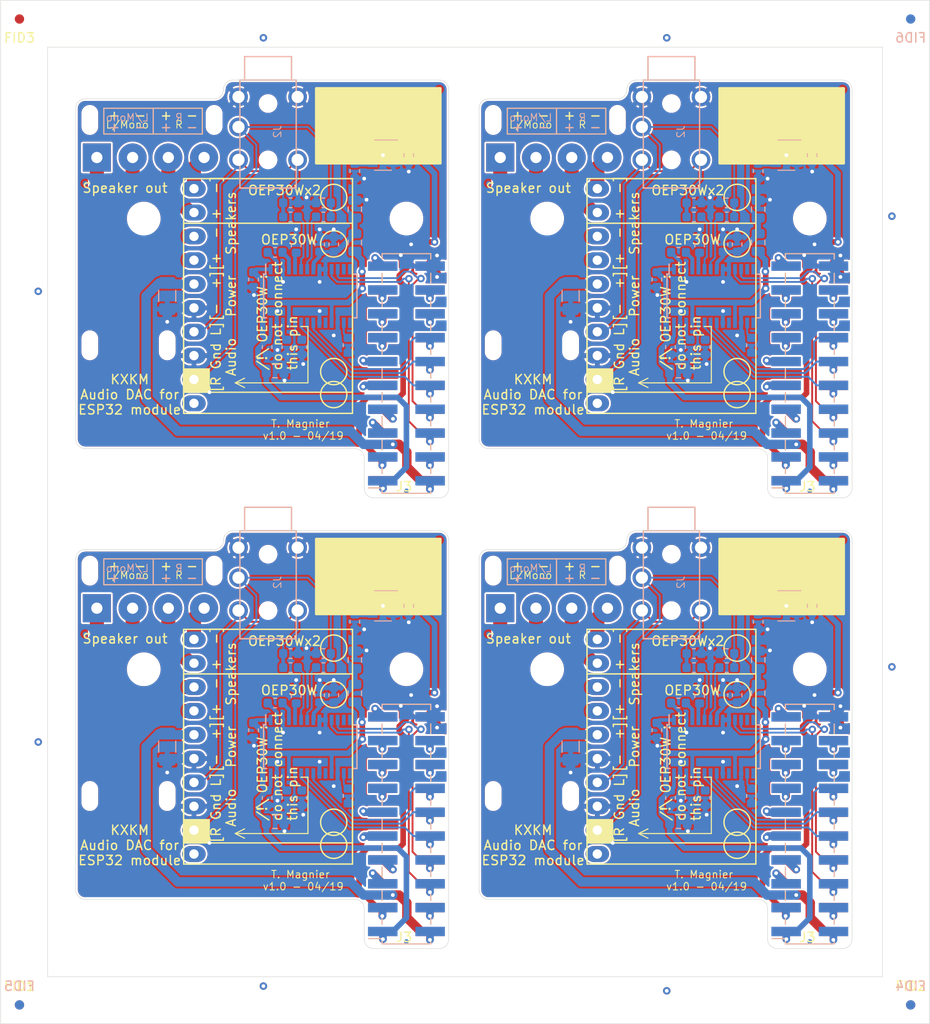
<source format=kicad_pcb>
(kicad_pcb (version 20171130) (host pcbnew 5.1.0)
  (title_block (title "Audio board for ESP32 module") (date 2019-04-09) (rev 1.0) (company KXKM) (comment 1 "Tom Magnier"))
  (layers (0 F.Cu signal hide) (31 B.Cu signal hide) (34 B.Paste user hide) (35 F.Paste user hide) (36 B.SilkS user hide) (37 F.SilkS user hide) (38 B.Mask user hide) (39 F.Mask user hide) (44 Edge.Cuts user))
  (net 0 "")
  (net 1 VBUS)
  (net 2 GND)
  (net 3 "Net-(C2-Pad2)")
  (net 4 +3V3)
  (net 5 +3.3VA)
  (net 6 "Net-(C9-Pad2)")
  (net 7 "Net-(C9-Pad1)")
  (net 8 "Net-(C10-Pad1)")
  (net 9 "Net-(C11-Pad1)")
  (net 10 /Audio/AUDIO_R)
  (net 11 /Audio/AUDIO_L)
  (net 12 +VSW)
  (net 13 /DMX_RO)
  (net 14 /LED_D2)
  (net 15 /DMX_DI)
  (net 16 /LED_D1)
  (net 17 /DMX_DE)
  (net 18 /I2S_LRCK)
  (net 19 /SPI_CS)
  (net 20 /I2S_DATA)
  (net 21 /SPI_MOSI)
  (net 22 /I2S_BCK)
  (net 23 /SPI_MISO)
  (net 24 /I2C_SCL)
  (net 25 /SPI_SCK)
  (net 26 /I2C_SDA)
  (net 27 /ADC)
  (net 28 +BATT)
  (net 29 "Net-(R1-Pad2)")
  (net 30 "Net-(R2-Pad2)")
  (net 31 /Audio/ADDR_1)
  (net 32 /Audio/ADDR_2)
  (net 33 "Net-(U2-Pad19)")
  (net 34 "Net-(U2-Pad15)")
  (net 35 "Net-(U2-Pad14)")
  (net 36 "Net-(U2-Pad13)")
  (net 37 "Net-(U4-Pad10)")
  (net 38 "Net-(J4-Pad4)")
  (net 39 "Net-(J4-Pad3)")
  (net 40 "Net-(J4-Pad2)")
  (net 41 "Net-(J4-Pad1)")
  (module Capacitor_SMD:C_1206_3216Metric (layer B.Cu) (at 160.75 72.5 270)
    (fp_text reference C14)
    (fp_text value 10uF,50V hide)
    (pad 2 smd roundrect (at 1.4 0 270) (size 1.25 1.75) (layers B.Cu B.Paste B.Mask) (roundrect_rratio 0.2) (net 2 GND))
    (pad 1 smd roundrect (at -1.4 0 270) (size 1.25 1.75) (layers B.Cu B.Paste B.Mask) (roundrect_rratio 0.2) (net 12 +VSW))
  )
  (module MountingHole:MountingHole_2.5mm (layer F.Cu) (at 152.5 77.75)
    (fp_text reference REF** hide)
    (fp_text value MountingHole_2.5mm)
    (pad "" np_thru_hole oval (at 0 0) (size 1.4 2.8) (drill oval 1.4 2.8) (layers *.Cu *.Mask))
  )
  (module tom_kicad_lib:Audio_amp_OEP30Wx2 (layer F.Cu) (at 171.5 72.5 270)
    (fp_text reference U4)
    (fp_text value Audio_amp_OEP30Wx2 hide)
    (pad 6 smd circle (at 10.5 -7 270) (size 3.8 3.8) (layers F.Cu F.Paste F.Mask) (net 2 GND))
    (pad 6 smd circle (at -10.5 -7 270) (size 3.8 3.8) (layers F.Cu F.Paste F.Mask) (net 2 GND))
    (pad 10 thru_hole oval (at 11.43 7.9 270) (size 1.7 2.5) (drill 1) (layers *.Cu *.Mask) (net 37 "Net-(U4-Pad10)"))
    (pad 9 thru_hole oval (at 8.89 7.9 270) (size 1.7 2.5) (drill 1) (layers *.Cu *.Mask) (net 10 /Audio/AUDIO_R))
    (pad 8 thru_hole oval (at 6.35 7.9 270) (size 1.7 2.5) (drill 1) (layers *.Cu *.Mask) (net 2 GND))
    (pad 7 thru_hole oval (at 3.81 7.9 270) (size 1.7 2.5) (drill 1) (layers *.Cu *.Mask) (net 11 /Audio/AUDIO_L))
    (pad 6 thru_hole oval (at 1.27 7.9 270) (size 1.7 2.5) (drill 1) (layers *.Cu *.Mask) (net 2 GND))
    (pad 5 thru_hole oval (at -1.27 7.9 270) (size 1.7 2.5) (drill 1) (layers *.Cu *.Mask) (net 12 +VSW))
    (pad 4 thru_hole oval (at -3.81 7.9 270) (size 1.7 2.5) (drill 1) (layers *.Cu *.Mask) (net 41 "Net-(J4-Pad1)"))
    (pad 3 thru_hole oval (at -6.35 7.9 270) (size 1.7 2.5) (drill 1) (layers *.Cu *.Mask) (net 40 "Net-(J4-Pad2)"))
    (pad 2 thru_hole oval (at -8.89 7.9 270) (size 1.7 2.5) (drill 1) (layers *.Cu *.Mask) (net 39 "Net-(J4-Pad3)"))
    (pad 1 thru_hole oval (at -11.43 7.9 270) (size 1.7 2.5) (drill 1) (layers *.Cu *.Mask) (net 38 "Net-(J4-Pad4)"))
  )
  (module Capacitor_SMD:C_0603_1608Metric (layer B.Cu) (at 173.9 62.58)
    (fp_text reference C13)
    (fp_text value 2.2nF/C0G hide)
    (pad 1 smd roundrect (at -0.7875 0) (size 0.875 0.95) (layers B.Cu B.Paste B.Mask) (net 11 /Audio/AUDIO_L))
    (pad 2 smd roundrect (at 0.7875 0) (size 0.875 0.95) (layers B.Cu B.Paste B.Mask) (net 2 GND))
  )
  (module MountingHole:MountingHole_2.5mm (layer F.Cu) (at 152.5 53.75)
    (fp_text reference REF** hide)
    (fp_text value MountingHole_2.5mm)
    (pad "" np_thru_hole oval (at 0 0) (size 1.4 2.8) (drill oval 1.4 2.8) (layers *.Cu *.Mask))
  )
  (module Capacitor_SMD:C_0603_1608Metric (layer B.Cu) (at 177.4 62.58 180)
    (fp_text reference C12)
    (fp_text value 2.2nF/C0G hide)
    (pad 1 smd roundrect (at -0.7875 0 180) (size 0.875 0.95) (layers B.Cu B.Paste B.Mask) (net 10 /Audio/AUDIO_R))
    (pad 2 smd roundrect (at 0.7875 0 180) (size 0.875 0.95) (layers B.Cu B.Paste B.Mask) (net 2 GND))
  )
  (module MountingHole:MountingHole_2.5mm (layer F.Cu) (at 165.75 53.75)
    (fp_text reference REF** hide)
    (fp_text value MountingHole_2.5mm)
    (pad "" np_thru_hole oval (at 0 0) (size 1.4 2.8) (drill oval 1.4 2.8) (layers *.Cu *.Mask))
  )
  (module Capacitor_SMD:C_0805_2012Metric (layer B.Cu) (at 172.25 80.5)
    (fp_text reference C3)
    (fp_text value 10uF,10V hide)
    (pad 1 smd roundrect (at -0.9375 0) (size 0.975 1.4) (layers B.Cu B.Paste B.Mask) (net 4 +3V3))
    (pad 2 smd roundrect (at 0.9375 0) (size 0.975 1.4) (layers B.Cu B.Paste B.Mask) (net 2 GND))
  )
  (module Inductor_SMD:L_0805_2012Metric (layer B.Cu) (at 180.75 66.8 270)
    (fp_text reference FB1)
    (fp_text value 60R@100M hide)
    (pad 1 smd roundrect (at -0.9375 0 270) (size 0.975 1.4) (layers B.Cu B.Paste B.Mask) (net 5 +3.3VA))
    (pad 2 smd roundrect (at 0.9375 0 270) (size 0.975 1.4) (layers B.Cu B.Paste B.Mask) (net 4 +3V3))
  )
  (module Connector_PinHeader_2.54mm:PinHeader_2x10_P2.54mm_Vertical_SMD (layer B.Cu) (at 186.25 80.75)
    (fp_text reference J1)
    (fp_text value Conn_02x10_Odd_Even hide)
    (pad 1 smd rect (at -2.525 11.43) (size 3.15 1) (layers B.Cu B.Paste B.Mask) (net 4 +3V3))
    (pad 2 smd rect (at 2.525 11.43) (size 3.15 1) (layers B.Cu B.Paste B.Mask) (net 12 +VSW))
    (pad 3 smd rect (at -2.525 8.89) (size 3.15 1) (layers B.Cu B.Paste B.Mask) (net 1 VBUS))
    (pad 4 smd rect (at 2.525 8.89) (size 3.15 1) (layers B.Cu B.Paste B.Mask) (net 28 +BATT))
    (pad 5 smd rect (at -2.525 6.35) (size 3.15 1) (layers B.Cu B.Paste B.Mask) (net 27 /ADC))
    (pad 6 smd rect (at 2.525 6.35) (size 3.15 1) (layers B.Cu B.Paste B.Mask) (net 26 /I2C_SDA))
    (pad 7 smd rect (at -2.525 3.81) (size 3.15 1) (layers B.Cu B.Paste B.Mask) (net 25 /SPI_SCK))
    (pad 8 smd rect (at 2.525 3.81) (size 3.15 1) (layers B.Cu B.Paste B.Mask) (net 24 /I2C_SCL))
    (pad 9 smd rect (at -2.525 1.27) (size 3.15 1) (layers B.Cu B.Paste B.Mask) (net 23 /SPI_MISO))
    (pad 10 smd rect (at 2.525 1.27) (size 3.15 1) (layers B.Cu B.Paste B.Mask) (net 18 /I2S_LRCK))
    (pad 11 smd rect (at -2.525 -1.27) (size 3.15 1) (layers B.Cu B.Paste B.Mask) (net 21 /SPI_MOSI))
    (pad 12 smd rect (at 2.525 -1.27) (size 3.15 1) (layers B.Cu B.Paste B.Mask) (net 20 /I2S_DATA))
    (pad 13 smd rect (at -2.525 -3.81) (size 3.15 1) (layers B.Cu B.Paste B.Mask) (net 19 /SPI_CS))
    (pad 14 smd rect (at 2.525 -3.81) (size 3.15 1) (layers B.Cu B.Paste B.Mask) (net 22 /I2S_BCK))
    (pad 15 smd rect (at -2.525 -6.35) (size 3.15 1) (layers B.Cu B.Paste B.Mask) (net 17 /DMX_DE))
    (pad 16 smd rect (at 2.525 -6.35) (size 3.15 1) (layers B.Cu B.Paste B.Mask) (net 16 /LED_D1))
    (pad 17 smd rect (at -2.525 -8.89) (size 3.15 1) (layers B.Cu B.Paste B.Mask) (net 15 /DMX_DI))
    (pad 18 smd rect (at 2.525 -8.89) (size 3.15 1) (layers B.Cu B.Paste B.Mask) (net 14 /LED_D2))
    (pad 19 smd rect (at -2.525 -11.43) (size 3.15 1) (layers B.Cu B.Paste B.Mask) (net 13 /DMX_RO))
    (pad 20 smd rect (at 2.525 -11.43) (size 3.15 1) (layers B.Cu B.Paste B.Mask) (net 2 GND))
  )
  (module Capacitor_SMD:C_0805_2012Metric (layer B.Cu) (at 180.75 63.25 90)
    (fp_text reference C5)
    (fp_text value 10uF,10V hide)
    (pad 1 smd roundrect (at -0.9375 0 90) (size 0.975 1.4) (layers B.Cu B.Paste B.Mask) (net 5 +3.3VA))
    (pad 2 smd roundrect (at 0.9375 0 90) (size 0.975 1.4) (layers B.Cu B.Paste B.Mask) (net 2 GND))
  )
  (module Connector_PinSocket_2.54mm:PinSocket_2x10_P2.54mm_Vertical_SMD (layer F.Cu) (at 186.25 80.75 180)
    (fp_text reference J3 (at 0.25 -12.05 180) (layer F.SilkS))
    (fp_text value Conn_02x10_Odd_Even)
    (pad 1 smd rect (at 2.52 -11.43 180) (size 3 1) (layers F.Cu F.Paste F.Mask) (net 4 +3V3))
    (pad 2 smd rect (at -2.52 -11.43 180) (size 3 1) (layers F.Cu F.Paste F.Mask) (net 12 +VSW))
    (pad 3 smd rect (at 2.52 -8.89 180) (size 3 1) (layers F.Cu F.Paste F.Mask) (net 1 VBUS))
    (pad 4 smd rect (at -2.52 -8.89 180) (size 3 1) (layers F.Cu F.Paste F.Mask) (net 28 +BATT))
    (pad 5 smd rect (at 2.52 -6.35 180) (size 3 1) (layers F.Cu F.Paste F.Mask) (net 27 /ADC))
    (pad 6 smd rect (at -2.52 -6.35 180) (size 3 1) (layers F.Cu F.Paste F.Mask) (net 26 /I2C_SDA))
    (pad 7 smd rect (at 2.52 -3.81 180) (size 3 1) (layers F.Cu F.Paste F.Mask) (net 25 /SPI_SCK))
    (pad 8 smd rect (at -2.52 -3.81 180) (size 3 1) (layers F.Cu F.Paste F.Mask) (net 24 /I2C_SCL))
    (pad 9 smd rect (at 2.52 -1.27 180) (size 3 1) (layers F.Cu F.Paste F.Mask) (net 23 /SPI_MISO))
    (pad 10 smd rect (at -2.52 -1.27 180) (size 3 1) (layers F.Cu F.Paste F.Mask) (net 18 /I2S_LRCK))
    (pad 11 smd rect (at 2.52 1.27 180) (size 3 1) (layers F.Cu F.Paste F.Mask) (net 21 /SPI_MOSI))
    (pad 12 smd rect (at -2.52 1.27 180) (size 3 1) (layers F.Cu F.Paste F.Mask) (net 20 /I2S_DATA))
    (pad 13 smd rect (at 2.52 3.81 180) (size 3 1) (layers F.Cu F.Paste F.Mask) (net 19 /SPI_CS))
    (pad 14 smd rect (at -2.52 3.81 180) (size 3 1) (layers F.Cu F.Paste F.Mask) (net 22 /I2S_BCK))
    (pad 15 smd rect (at 2.52 6.35 180) (size 3 1) (layers F.Cu F.Paste F.Mask) (net 17 /DMX_DE))
    (pad 16 smd rect (at -2.52 6.35 180) (size 3 1) (layers F.Cu F.Paste F.Mask) (net 16 /LED_D1))
    (pad 17 smd rect (at 2.52 8.89 180) (size 3 1) (layers F.Cu F.Paste F.Mask) (net 15 /DMX_DI))
    (pad 18 smd rect (at -2.52 8.89 180) (size 3 1) (layers F.Cu F.Paste F.Mask) (net 14 /LED_D2))
    (pad 19 smd rect (at 2.52 11.43 180) (size 3 1) (layers F.Cu F.Paste F.Mask) (net 13 /DMX_RO))
    (pad 20 smd rect (at -2.52 11.43 180) (size 3 1) (layers F.Cu F.Paste F.Mask) (net 2 GND))
  )
  (module Fiducial:Fiducial_0.5mm_Mask1mm (layer B.Cu) (at 186.25 93.25)
    (fp_text reference FID2)
    (fp_text value Fiducial hide)
    (pad "" smd circle (at 0 0) (size 0.5 0.5) (layers B.Cu B.Mask) (clearance 0.25))
  )
  (module Capacitor_SMD:C_0603_1608Metric (layer B.Cu) (at 171.4 77.95 270)
    (fp_text reference C8)
    (fp_text value 0.1uF hide)
    (pad 1 smd roundrect (at -0.7875 0 270) (size 0.875 0.95) (layers B.Cu B.Paste B.Mask) (net 4 +3V3))
    (pad 2 smd roundrect (at 0.7875 0 270) (size 0.875 0.95) (layers B.Cu B.Paste B.Mask) (net 2 GND))
  )
  (module tom_kicad_lib:Jack_3.5mm_stereo_PJ-313D (layer B.Cu) (at 171.5 54 270)
    (fp_text reference J2 (at 1 -1 270) (layer B.SilkS) (effects (font (size 0.8 0.8) (thickness 0.1)) (justify mirror)))
    (fp_text value AudioJack2_Ground hide)
    (pad G thru_hole circle (at -2.7 3.15 270) (size 2 2) (drill 1.3) (layers *.Cu *.Mask) (net 2 GND))
    (pad G thru_hole circle (at -2.7 -3.15 270) (size 2 2) (drill 1.3) (layers *.Cu *.Mask) (net 2 GND))
    (pad S thru_hole circle (at 0.5 3.15 270) (size 2 2) (drill 1.3) (layers *.Cu *.Mask) (net 10 /Audio/AUDIO_R))
    (pad T thru_hole circle (at 4 3.15 270) (size 2 2) (drill 1.3) (layers *.Cu *.Mask) (net 11 /Audio/AUDIO_L))
    (pad T thru_hole circle (at 4 -3.15 270) (size 2 2) (drill 1.3) (layers *.Cu *.Mask) (net 11 /Audio/AUDIO_L))
    (pad "" np_thru_hole circle (at 4 0 270) (size 1.6 1.6) (drill 1.6) (layers *.Cu *.Mask))
    (pad "" np_thru_hole circle (at -2 0 270) (size 1.6 1.6) (drill 1.6) (layers *.Cu *.Mask))
  )
  (module Resistor_SMD:R_0603_1608Metric (layer B.Cu) (at 175.1 77.95 270)
    (fp_text reference R3)
    (fp_text value 10k hide)
    (pad 1 smd roundrect (at -0.7875 0 270) (size 0.875 0.95) (layers B.Cu B.Paste B.Mask) (net 31 /Audio/ADDR_1))
    (pad 2 smd roundrect (at 0.7875 0 270) (size 0.875 0.95) (layers B.Cu B.Paste B.Mask) (net 2 GND))
  )
  (module Package_SO:TSSOP-28_4.4x9.7mm_P0.65mm (layer B.Cu) (at 176 72.5 270)
    (fp_text reference U2)
    (fp_text value PCM5121 hide)
    (pad 1 smd rect (at -2.85 4.225 270) (size 1.1 0.4) (layers B.Cu B.Paste B.Mask) (net 4 +3V3))
    (pad 2 smd rect (at -2.85 3.575 270) (size 1.1 0.4) (layers B.Cu B.Paste B.Mask) (net 7 "Net-(C9-Pad1)"))
    (pad 3 smd rect (at -2.85 2.925 270) (size 1.1 0.4) (layers B.Cu B.Paste B.Mask) (net 2 GND))
    (pad 4 smd rect (at -2.85 2.275 270) (size 1.1 0.4) (layers B.Cu B.Paste B.Mask) (net 6 "Net-(C9-Pad2)"))
    (pad 5 smd rect (at -2.85 1.625 270) (size 1.1 0.4) (layers B.Cu B.Paste B.Mask) (net 8 "Net-(C10-Pad1)"))
    (pad 6 smd rect (at -2.85 0.975 270) (size 1.1 0.4) (layers B.Cu B.Paste B.Mask) (net 29 "Net-(R1-Pad2)"))
    (pad 7 smd rect (at -2.85 0.325 270) (size 1.1 0.4) (layers B.Cu B.Paste B.Mask) (net 30 "Net-(R2-Pad2)"))
    (pad 8 smd rect (at -2.85 -0.325 270) (size 1.1 0.4) (layers B.Cu B.Paste B.Mask) (net 5 +3.3VA))
    (pad 9 smd rect (at -2.85 -0.975 270) (size 1.1 0.4) (layers B.Cu B.Paste B.Mask) (net 2 GND))
    (pad 10 smd rect (at -2.85 -1.625 270) (size 1.1 0.4) (layers B.Cu B.Paste B.Mask) (net 2 GND))
    (pad 11 smd rect (at -2.85 -2.275 270) (size 1.1 0.4) (layers B.Cu B.Paste B.Mask) (net 26 /I2C_SDA))
    (pad 12 smd rect (at -2.85 -2.925 270) (size 1.1 0.4) (layers B.Cu B.Paste B.Mask) (net 24 /I2C_SCL))
    (pad 13 smd rect (at -2.85 -3.575 270) (size 1.1 0.4) (layers B.Cu B.Paste B.Mask) (net 36 "Net-(U2-Pad13)"))
    (pad 14 smd rect (at -2.85 -4.225 270) (size 1.1 0.4) (layers B.Cu B.Paste B.Mask) (net 35 "Net-(U2-Pad14)"))
    (pad 15 smd rect (at 2.85 -4.225 270) (size 1.1 0.4) (layers B.Cu B.Paste B.Mask) (net 34 "Net-(U2-Pad15)"))
    (pad 16 smd rect (at 2.85 -3.575 270) (size 1.1 0.4) (layers B.Cu B.Paste B.Mask) (net 32 /Audio/ADDR_2))
    (pad 17 smd rect (at 2.85 -2.925 270) (size 1.1 0.4) (layers B.Cu B.Paste B.Mask) (net 2 GND))
    (pad 18 smd rect (at 2.85 -2.275 270) (size 1.1 0.4) (layers B.Cu B.Paste B.Mask) (net 4 +3V3))
    (pad 19 smd rect (at 2.85 -1.625 270) (size 1.1 0.4) (layers B.Cu B.Paste B.Mask) (net 33 "Net-(U2-Pad19)"))
    (pad 20 smd rect (at 2.85 -0.975 270) (size 1.1 0.4) (layers B.Cu B.Paste B.Mask) (net 2 GND))
    (pad 21 smd rect (at 2.85 -0.325 270) (size 1.1 0.4) (layers B.Cu B.Paste B.Mask) (net 22 /I2S_BCK))
    (pad 22 smd rect (at 2.85 0.325 270) (size 1.1 0.4) (layers B.Cu B.Paste B.Mask) (net 20 /I2S_DATA))
    (pad 23 smd rect (at 2.85 0.975 270) (size 1.1 0.4) (layers B.Cu B.Paste B.Mask) (net 18 /I2S_LRCK))
    (pad 24 smd rect (at 2.85 1.625 270) (size 1.1 0.4) (layers B.Cu B.Paste B.Mask) (net 31 /Audio/ADDR_1))
    (pad 25 smd rect (at 2.85 2.275 270) (size 1.1 0.4) (layers B.Cu B.Paste B.Mask) (net 4 +3V3))
    (pad 26 smd rect (at 2.85 2.925 270) (size 1.1 0.4) (layers B.Cu B.Paste B.Mask) (net 9 "Net-(C11-Pad1)"))
    (pad 27 smd rect (at 2.85 3.575 270) (size 1.1 0.4) (layers B.Cu B.Paste B.Mask) (net 2 GND))
    (pad 28 smd rect (at 2.85 4.225 270) (size 1.1 0.4) (layers B.Cu B.Paste B.Mask) (net 4 +3V3))
  )
  (module Fiducial:Fiducial_0.5mm_Mask1mm (layer B.Cu) (at 152 60.5)
    (fp_text reference FID3)
    (fp_text value Fiducial hide)
    (pad "" smd circle (at 0 0) (size 0.5 0.5) (layers B.Cu B.Mask) (clearance 0.25))
  )
  (module Capacitor_SMD:C_0603_1608Metric (layer B.Cu) (at 169.95 70.75 270)
    (fp_text reference C6)
    (fp_text value 0.1uF hide)
    (pad 1 smd roundrect (at -0.7875 0 270) (size 0.875 0.95) (layers B.Cu B.Paste B.Mask) (net 4 +3V3))
    (pad 2 smd roundrect (at 0.7875 0 270) (size 0.875 0.95) (layers B.Cu B.Paste B.Mask) (net 2 GND))
  )
  (module Capacitor_SMD:C_0603_1608Metric (layer B.Cu) (at 178.5 67 90)
    (fp_text reference C4)
    (fp_text value 1uF hide)
    (pad 1 smd roundrect (at -0.7875 0 90) (size 0.875 0.95) (layers B.Cu B.Paste B.Mask) (net 5 +3.3VA))
    (pad 2 smd roundrect (at 0.7875 0 90) (size 0.875 0.95) (layers B.Cu B.Paste B.Mask) (net 2 GND))
  )
  (module Resistor_SMD:R_0603_1608Metric (layer B.Cu) (at 180.025 77.75 270)
    (fp_text reference R4)
    (fp_text value 10k hide)
    (pad 1 smd roundrect (at -0.7875 0 270) (size 0.875 0.95) (layers B.Cu B.Paste B.Mask) (net 32 /Audio/ADDR_2))
    (pad 2 smd roundrect (at 0.7875 0 270) (size 0.875 0.95) (layers B.Cu B.Paste B.Mask) (net 2 GND))
  )
  (module Capacitor_SMD:C_0603_1608Metric (layer B.Cu) (at 174.5 67.1 90)
    (fp_text reference C10)
    (fp_text value 2.2uF,25V hide)
    (pad 1 smd roundrect (at -0.7875 0 90) (size 0.875 0.95) (layers B.Cu B.Paste B.Mask) (net 8 "Net-(C10-Pad1)"))
    (pad 2 smd roundrect (at 0.7875 0 90) (size 0.875 0.95) (layers B.Cu B.Paste B.Mask) (net 2 GND))
  )
  (module Fiducial:Fiducial_0.5mm_Mask1mm (layer B.Cu) (at 189.75 50.5)
    (fp_text reference FID1)
    (fp_text value Fiducial hide)
    (pad "" smd circle (at 0 0) (size 0.5 0.5) (layers B.Cu B.Mask) (clearance 0.25))
  )
  (module Connector_Wire:SolderWirePad_1x04_P3.81mm_Drill1.2mm (layer F.Cu) (at 153.25 57.75)
    (fp_text reference J4)
    (fp_text value Conn_01x04)
    (pad 1 thru_hole rect (at 0 0) (size 2.99974 2.99974) (drill 1.19888) (layers *.Cu *.Mask) (net 41 "Net-(J4-Pad1)"))
    (pad 2 thru_hole circle (at 3.81 0) (size 2.99974 2.99974) (drill 1.19888) (layers *.Cu *.Mask) (net 40 "Net-(J4-Pad2)"))
    (pad 3 thru_hole circle (at 7.62 0) (size 2.99974 2.99974) (drill 1.19888) (layers *.Cu *.Mask) (net 39 "Net-(J4-Pad3)"))
    (pad 4 thru_hole circle (at 11.43 0) (size 2.99974 2.99974) (drill 1.19888) (layers *.Cu *.Mask) (net 38 "Net-(J4-Pad4)"))
  )
  (module MountingHole:MountingHole_2.5mm (layer F.Cu) (at 160.75 77.75)
    (fp_text reference REF** hide)
    (fp_text value MountingHole_2.5mm)
    (pad "" np_thru_hole oval (at 0 0) (size 1.4 2.8) (drill oval 1.4 2.8) (layers *.Cu *.Mask))
  )
  (module Resistor_SMD:R_0603_1608Metric (layer B.Cu) (at 173.9 64.08)
    (fp_text reference R1)
    (fp_text value 470R,1% hide)
    (pad 1 smd roundrect (at -0.7875 0) (size 0.875 0.95) (layers B.Cu B.Paste B.Mask) (net 11 /Audio/AUDIO_L))
    (pad 2 smd roundrect (at 0.7875 0) (size 0.875 0.95) (layers B.Cu B.Paste B.Mask) (net 29 "Net-(R1-Pad2)"))
  )
  (module tom_kicad_lib:Audio_amp_OEP30W (layer F.Cu) (at 171.5 73.75 270)
    (fp_text reference U3)
    (fp_text value Audio_amp_OEP30W)
    (pad 4 smd circle (at 6.8 -7 270) (size 3.8 3.8) (layers F.Cu F.Paste F.Mask) (net 2 GND))
    (pad 4 smd circle (at -6.8 -7 270) (size 3.8 3.8) (layers F.Cu F.Paste F.Mask) (net 2 GND))
  )
  (module Package_TO_SOT_SMD:SOT-23-5 (layer B.Cu) (at 183.75 57.5 180)
    (fp_text reference U1)
    (fp_text value DNP/TPS79133DBVR hide)
    (pad 1 smd rect (at -1.1 0.95 180) (size 1.06 0.65) (layers B.Cu B.Paste B.Mask) (net 1 VBUS))
    (pad 2 smd rect (at -1.1 0 180) (size 1.06 0.65) (layers B.Cu B.Paste B.Mask) (net 2 GND))
    (pad 3 smd rect (at -1.1 -0.95 180) (size 1.06 0.65) (layers B.Cu B.Paste B.Mask) (net 2 GND))
    (pad 4 smd rect (at 1.1 -0.95 180) (size 1.06 0.65) (layers B.Cu B.Paste B.Mask) (net 3 "Net-(C2-Pad2)"))
    (pad 5 smd rect (at 1.1 0.95 180) (size 1.06 0.65) (layers B.Cu B.Paste B.Mask) (net 5 +3.3VA))
  )
  (module Capacitor_SMD:C_0603_1608Metric (layer B.Cu) (at 177 67 90)
    (fp_text reference C7)
    (fp_text value 0.1uF hide)
    (pad 1 smd roundrect (at -0.7875 0 90) (size 0.875 0.95) (layers B.Cu B.Paste B.Mask) (net 5 +3.3VA))
    (pad 2 smd roundrect (at 0.7875 0 90) (size 0.875 0.95) (layers B.Cu B.Paste B.Mask) (net 2 GND))
  )
  (module Capacitor_SMD:C_0603_1608Metric (layer B.Cu) (at 180.75 59.2 90)
    (fp_text reference C2)
    (fp_text value DNP/10nF hide)
    (pad 1 smd roundrect (at -0.7875 0 90) (size 0.875 0.95) (layers B.Cu B.Paste B.Mask) (net 2 GND))
    (pad 2 smd roundrect (at 0.7875 0 90) (size 0.875 0.95) (layers B.Cu B.Paste B.Mask) (net 3 "Net-(C2-Pad2)"))
  )
  (module MountingHole:MountingHole_3.2mm_M3 (layer F.Cu) (at 186.25 64.25)
    (fp_text reference H2 hide)
    (fp_text value MountingHole hide)
    (pad 1 np_thru_hole circle (at 0 0) (size 3.2 3.2) (drill 3.2) (layers *.Cu *.Mask))
  )
  (module MountingHole:MountingHole_3.2mm_M3 (layer F.Cu) (at 158.25 64.25)
    (fp_text reference H1 hide)
    (fp_text value MountingHole hide)
    (pad 1 np_thru_hole circle (at 0 0) (size 3.2 3.2) (drill 3.2) (layers *.Cu *.Mask))
  )
  (module Capacitor_SMD:C_0603_1608Metric (layer B.Cu) (at 173.5 77.95 270)
    (fp_text reference C11)
    (fp_text value 0.1uF hide)
    (pad 2 smd roundrect (at 0.7875 0 270) (size 0.875 0.95) (layers B.Cu B.Paste B.Mask) (net 2 GND))
    (pad 1 smd roundrect (at -0.7875 0 270) (size 0.875 0.95) (layers B.Cu B.Paste B.Mask) (net 9 "Net-(C11-Pad1)"))
  )
  (module Capacitor_SMD:C_0603_1608Metric (layer B.Cu) (at 172.25 67.85)
    (fp_text reference C9)
    (fp_text value 2.2uF,25V hide)
    (pad 1 smd roundrect (at -0.7875 0) (size 0.875 0.95) (layers B.Cu B.Paste B.Mask) (net 7 "Net-(C9-Pad1)"))
    (pad 2 smd roundrect (at 0.7875 0) (size 0.875 0.95) (layers B.Cu B.Paste B.Mask) (net 6 "Net-(C9-Pad2)"))
  )
  (module Capacitor_SMD:C_0603_1608Metric (layer B.Cu) (at 186.5 57.5 90)
    (fp_text reference C1)
    (fp_text value DNP/0.1uF hide)
    (pad 1 smd roundrect (at -0.7875 0 90) (size 0.875 0.95) (layers B.Cu B.Paste B.Mask) (net 2 GND))
    (pad 2 smd roundrect (at 0.7875 0 90) (size 0.875 0.95) (layers B.Cu B.Paste B.Mask) (net 1 VBUS))
  )
  (module Resistor_SMD:R_0603_1608Metric (layer B.Cu) (at 177.4 64.08 180)
    (fp_text reference R2)
    (fp_text value 470R,1% hide)
    (pad 2 smd roundrect (at 0.7875 0 180) (size 0.875 0.95) (layers B.Cu B.Paste B.Mask) (net 30 "Net-(R2-Pad2)"))
    (pad 1 smd roundrect (at -0.7875 0 180) (size 0.875 0.95) (layers B.Cu B.Paste B.Mask) (net 10 /Audio/AUDIO_R))
  )
  (module Fiducial:Fiducial_0.5mm_Mask1mm (layer B.Cu) (at 186.25 141.25)
    (fp_text reference FID2)
    (fp_text value Fiducial hide)
    (pad "" smd circle (at 0 0) (size 0.5 0.5) (layers B.Cu B.Mask) (clearance 0.25))
  )
  (module Capacitor_SMD:C_0603_1608Metric (layer B.Cu) (at 169.95 118.75 270)
    (fp_text reference C6)
    (fp_text value 0.1uF hide)
    (pad 1 smd roundrect (at -0.7875 0 270) (size 0.875 0.95) (layers B.Cu B.Paste B.Mask) (net 4 +3V3))
    (pad 2 smd roundrect (at 0.7875 0 270) (size 0.875 0.95) (layers B.Cu B.Paste B.Mask) (net 2 GND))
  )
  (module Capacitor_SMD:C_0603_1608Metric (layer B.Cu) (at 177 115 90)
    (fp_text reference C7)
    (fp_text value 0.1uF hide)
    (pad 1 smd roundrect (at -0.7875 0 90) (size 0.875 0.95) (layers B.Cu B.Paste B.Mask) (net 5 +3.3VA))
    (pad 2 smd roundrect (at 0.7875 0 90) (size 0.875 0.95) (layers B.Cu B.Paste B.Mask) (net 2 GND))
  )
  (module Capacitor_SMD:C_0603_1608Metric (layer B.Cu) (at 174.5 115.1 90)
    (fp_text reference C10)
    (fp_text value 2.2uF,25V hide)
    (pad 1 smd roundrect (at -0.7875 0 90) (size 0.875 0.95) (layers B.Cu B.Paste B.Mask) (net 8 "Net-(C10-Pad1)"))
    (pad 2 smd roundrect (at 0.7875 0 90) (size 0.875 0.95) (layers B.Cu B.Paste B.Mask) (net 2 GND))
  )
  (module MountingHole:MountingHole_2.5mm (layer F.Cu) (at 152.5 101.75)
    (fp_text reference REF** hide)
    (fp_text value MountingHole_2.5mm)
    (pad "" np_thru_hole oval (at 0 0) (size 1.4 2.8) (drill oval 1.4 2.8) (layers *.Cu *.Mask))
  )
  (module Capacitor_SMD:C_0603_1608Metric (layer B.Cu) (at 173.9 110.58)
    (fp_text reference C13)
    (fp_text value 2.2nF/C0G hide)
    (pad 1 smd roundrect (at -0.7875 0) (size 0.875 0.95) (layers B.Cu B.Paste B.Mask) (net 11 /Audio/AUDIO_L))
    (pad 2 smd roundrect (at 0.7875 0) (size 0.875 0.95) (layers B.Cu B.Paste B.Mask) (net 2 GND))
  )
  (module MountingHole:MountingHole_3.2mm_M3 (layer F.Cu) (at 158.25 112.25)
    (fp_text reference H1 hide)
    (fp_text value MountingHole hide)
    (pad 1 np_thru_hole circle (at 0 0) (size 3.2 3.2) (drill 3.2) (layers *.Cu *.Mask))
  )
  (module MountingHole:MountingHole_3.2mm_M3 (layer F.Cu) (at 186.25 112.25)
    (fp_text reference H2 hide)
    (fp_text value MountingHole hide)
    (pad 1 np_thru_hole circle (at 0 0) (size 3.2 3.2) (drill 3.2) (layers *.Cu *.Mask))
  )
  (module Capacitor_SMD:C_0603_1608Metric (layer B.Cu) (at 186.5 105.5 90)
    (fp_text reference C1)
    (fp_text value DNP/0.1uF hide)
    (pad 1 smd roundrect (at -0.7875 0 90) (size 0.875 0.95) (layers B.Cu B.Paste B.Mask) (net 2 GND))
    (pad 2 smd roundrect (at 0.7875 0 90) (size 0.875 0.95) (layers B.Cu B.Paste B.Mask) (net 1 VBUS))
  )
  (module Package_TO_SOT_SMD:SOT-23-5 (layer B.Cu) (at 183.75 105.5 180)
    (fp_text reference U1)
    (fp_text value DNP/TPS79133DBVR hide)
    (pad 1 smd rect (at -1.1 0.95 180) (size 1.06 0.65) (layers B.Cu B.Paste B.Mask) (net 1 VBUS))
    (pad 2 smd rect (at -1.1 0 180) (size 1.06 0.65) (layers B.Cu B.Paste B.Mask) (net 2 GND))
    (pad 3 smd rect (at -1.1 -0.95 180) (size 1.06 0.65) (layers B.Cu B.Paste B.Mask) (net 2 GND))
    (pad 4 smd rect (at 1.1 -0.95 180) (size 1.06 0.65) (layers B.Cu B.Paste B.Mask) (net 3 "Net-(C2-Pad2)"))
    (pad 5 smd rect (at 1.1 0.95 180) (size 1.06 0.65) (layers B.Cu B.Paste B.Mask) (net 5 +3.3VA))
  )
  (module Capacitor_SMD:C_0603_1608Metric (layer B.Cu) (at 171.4 125.95 270)
    (fp_text reference C8)
    (fp_text value 0.1uF hide)
    (pad 1 smd roundrect (at -0.7875 0 270) (size 0.875 0.95) (layers B.Cu B.Paste B.Mask) (net 4 +3V3))
    (pad 2 smd roundrect (at 0.7875 0 270) (size 0.875 0.95) (layers B.Cu B.Paste B.Mask) (net 2 GND))
  )
  (module Capacitor_SMD:C_1206_3216Metric (layer B.Cu) (at 160.75 120.5 270)
    (fp_text reference C14)
    (fp_text value 10uF,50V hide)
    (pad 2 smd roundrect (at 1.4 0 270) (size 1.25 1.75) (layers B.Cu B.Paste B.Mask) (roundrect_rratio 0.2) (net 2 GND))
    (pad 1 smd roundrect (at -1.4 0 270) (size 1.25 1.75) (layers B.Cu B.Paste B.Mask) (roundrect_rratio 0.2) (net 12 +VSW))
  )
  (module Package_SO:TSSOP-28_4.4x9.7mm_P0.65mm (layer B.Cu) (at 176 120.5 270)
    (fp_text reference U2)
    (fp_text value PCM5121 hide)
    (pad 1 smd rect (at -2.85 4.225 270) (size 1.1 0.4) (layers B.Cu B.Paste B.Mask) (net 4 +3V3))
    (pad 2 smd rect (at -2.85 3.575 270) (size 1.1 0.4) (layers B.Cu B.Paste B.Mask) (net 7 "Net-(C9-Pad1)"))
    (pad 3 smd rect (at -2.85 2.925 270) (size 1.1 0.4) (layers B.Cu B.Paste B.Mask) (net 2 GND))
    (pad 4 smd rect (at -2.85 2.275 270) (size 1.1 0.4) (layers B.Cu B.Paste B.Mask) (net 6 "Net-(C9-Pad2)"))
    (pad 5 smd rect (at -2.85 1.625 270) (size 1.1 0.4) (layers B.Cu B.Paste B.Mask) (net 8 "Net-(C10-Pad1)"))
    (pad 6 smd rect (at -2.85 0.975 270) (size 1.1 0.4) (layers B.Cu B.Paste B.Mask) (net 29 "Net-(R1-Pad2)"))
    (pad 7 smd rect (at -2.85 0.325 270) (size 1.1 0.4) (layers B.Cu B.Paste B.Mask) (net 30 "Net-(R2-Pad2)"))
    (pad 8 smd rect (at -2.85 -0.325 270) (size 1.1 0.4) (layers B.Cu B.Paste B.Mask) (net 5 +3.3VA))
    (pad 9 smd rect (at -2.85 -0.975 270) (size 1.1 0.4) (layers B.Cu B.Paste B.Mask) (net 2 GND))
    (pad 10 smd rect (at -2.85 -1.625 270) (size 1.1 0.4) (layers B.Cu B.Paste B.Mask) (net 2 GND))
    (pad 11 smd rect (at -2.85 -2.275 270) (size 1.1 0.4) (layers B.Cu B.Paste B.Mask) (net 26 /I2C_SDA))
    (pad 12 smd rect (at -2.85 -2.925 270) (size 1.1 0.4) (layers B.Cu B.Paste B.Mask) (net 24 /I2C_SCL))
    (pad 13 smd rect (at -2.85 -3.575 270) (size 1.1 0.4) (layers B.Cu B.Paste B.Mask) (net 36 "Net-(U2-Pad13)"))
    (pad 14 smd rect (at -2.85 -4.225 270) (size 1.1 0.4) (layers B.Cu B.Paste B.Mask) (net 35 "Net-(U2-Pad14)"))
    (pad 15 smd rect (at 2.85 -4.225 270) (size 1.1 0.4) (layers B.Cu B.Paste B.Mask) (net 34 "Net-(U2-Pad15)"))
    (pad 16 smd rect (at 2.85 -3.575 270) (size 1.1 0.4) (layers B.Cu B.Paste B.Mask) (net 32 /Audio/ADDR_2))
    (pad 17 smd rect (at 2.85 -2.925 270) (size 1.1 0.4) (layers B.Cu B.Paste B.Mask) (net 2 GND))
    (pad 18 smd rect (at 2.85 -2.275 270) (size 1.1 0.4) (layers B.Cu B.Paste B.Mask) (net 4 +3V3))
    (pad 19 smd rect (at 2.85 -1.625 270) (size 1.1 0.4) (layers B.Cu B.Paste B.Mask) (net 33 "Net-(U2-Pad19)"))
    (pad 20 smd rect (at 2.85 -0.975 270) (size 1.1 0.4) (layers B.Cu B.Paste B.Mask) (net 2 GND))
    (pad 21 smd rect (at 2.85 -0.325 270) (size 1.1 0.4) (layers B.Cu B.Paste B.Mask) (net 22 /I2S_BCK))
    (pad 22 smd rect (at 2.85 0.325 270) (size 1.1 0.4) (layers B.Cu B.Paste B.Mask) (net 20 /I2S_DATA))
    (pad 23 smd rect (at 2.85 0.975 270) (size 1.1 0.4) (layers B.Cu B.Paste B.Mask) (net 18 /I2S_LRCK))
    (pad 24 smd rect (at 2.85 1.625 270) (size 1.1 0.4) (layers B.Cu B.Paste B.Mask) (net 31 /Audio/ADDR_1))
    (pad 25 smd rect (at 2.85 2.275 270) (size 1.1 0.4) (layers B.Cu B.Paste B.Mask) (net 4 +3V3))
    (pad 26 smd rect (at 2.85 2.925 270) (size 1.1 0.4) (layers B.Cu B.Paste B.Mask) (net 9 "Net-(C11-Pad1)"))
    (pad 27 smd rect (at 2.85 3.575 270) (size 1.1 0.4) (layers B.Cu B.Paste B.Mask) (net 2 GND))
    (pad 28 smd rect (at 2.85 4.225 270) (size 1.1 0.4) (layers B.Cu B.Paste B.Mask) (net 4 +3V3))
  )
  (module Capacitor_SMD:C_0805_2012Metric (layer B.Cu) (at 172.25 128.5)
    (fp_text reference C3)
    (fp_text value 10uF,10V hide)
    (pad 1 smd roundrect (at -0.9375 0) (size 0.975 1.4) (layers B.Cu B.Paste B.Mask) (net 4 +3V3))
    (pad 2 smd roundrect (at 0.9375 0) (size 0.975 1.4) (layers B.Cu B.Paste B.Mask) (net 2 GND))
  )
  (module Capacitor_SMD:C_0603_1608Metric (layer B.Cu) (at 173.5 125.95 270)
    (fp_text reference C11)
    (fp_text value 0.1uF hide)
    (pad 2 smd roundrect (at 0.7875 0 270) (size 0.875 0.95) (layers B.Cu B.Paste B.Mask) (net 2 GND))
    (pad 1 smd roundrect (at -0.7875 0 270) (size 0.875 0.95) (layers B.Cu B.Paste B.Mask) (net 9 "Net-(C11-Pad1)"))
  )
  (module Capacitor_SMD:C_0603_1608Metric (layer B.Cu) (at 177.4 110.58 180)
    (fp_text reference C12)
    (fp_text value 2.2nF/C0G hide)
    (pad 1 smd roundrect (at -0.7875 0 180) (size 0.875 0.95) (layers B.Cu B.Paste B.Mask) (net 10 /Audio/AUDIO_R))
    (pad 2 smd roundrect (at 0.7875 0 180) (size 0.875 0.95) (layers B.Cu B.Paste B.Mask) (net 2 GND))
  )
  (module MountingHole:MountingHole_2.5mm (layer F.Cu) (at 160.75 125.75)
    (fp_text reference REF** hide)
    (fp_text value MountingHole_2.5mm)
    (pad "" np_thru_hole oval (at 0 0) (size 1.4 2.8) (drill oval 1.4 2.8) (layers *.Cu *.Mask))
  )
  (module Resistor_SMD:R_0603_1608Metric (layer B.Cu) (at 173.9 112.08)
    (fp_text reference R1)
    (fp_text value 470R,1% hide)
    (pad 1 smd roundrect (at -0.7875 0) (size 0.875 0.95) (layers B.Cu B.Paste B.Mask) (net 11 /Audio/AUDIO_L))
    (pad 2 smd roundrect (at 0.7875 0) (size 0.875 0.95) (layers B.Cu B.Paste B.Mask) (net 29 "Net-(R1-Pad2)"))
  )
  (module Resistor_SMD:R_0603_1608Metric (layer B.Cu) (at 177.4 112.08 180)
    (fp_text reference R2)
    (fp_text value 470R,1% hide)
    (pad 2 smd roundrect (at 0.7875 0 180) (size 0.875 0.95) (layers B.Cu B.Paste B.Mask) (net 30 "Net-(R2-Pad2)"))
    (pad 1 smd roundrect (at -0.7875 0 180) (size 0.875 0.95) (layers B.Cu B.Paste B.Mask) (net 10 /Audio/AUDIO_R))
  )
  (module Capacitor_SMD:C_0603_1608Metric (layer B.Cu) (at 180.75 107.2 90)
    (fp_text reference C2)
    (fp_text value DNP/10nF hide)
    (pad 1 smd roundrect (at -0.7875 0 90) (size 0.875 0.95) (layers B.Cu B.Paste B.Mask) (net 2 GND))
    (pad 2 smd roundrect (at 0.7875 0 90) (size 0.875 0.95) (layers B.Cu B.Paste B.Mask) (net 3 "Net-(C2-Pad2)"))
  )
  (module Capacitor_SMD:C_0603_1608Metric (layer B.Cu) (at 178.5 115 90)
    (fp_text reference C4)
    (fp_text value 1uF hide)
    (pad 1 smd roundrect (at -0.7875 0 90) (size 0.875 0.95) (layers B.Cu B.Paste B.Mask) (net 5 +3.3VA))
    (pad 2 smd roundrect (at 0.7875 0 90) (size 0.875 0.95) (layers B.Cu B.Paste B.Mask) (net 2 GND))
  )
  (module Capacitor_SMD:C_0805_2012Metric (layer B.Cu) (at 180.75 111.25 90)
    (fp_text reference C5)
    (fp_text value 10uF,10V hide)
    (pad 1 smd roundrect (at -0.9375 0 90) (size 0.975 1.4) (layers B.Cu B.Paste B.Mask) (net 5 +3.3VA))
    (pad 2 smd roundrect (at 0.9375 0 90) (size 0.975 1.4) (layers B.Cu B.Paste B.Mask) (net 2 GND))
  )
  (module tom_kicad_lib:Jack_3.5mm_stereo_PJ-313D (layer B.Cu) (at 171.5 102 270)
    (fp_text reference J2 (at 1 -1 270) (layer B.SilkS) (effects (font (size 0.8 0.8) (thickness 0.1)) (justify mirror)))
    (fp_text value AudioJack2_Ground hide)
    (pad G thru_hole circle (at -2.7 3.15 270) (size 2 2) (drill 1.3) (layers *.Cu *.Mask) (net 2 GND))
    (pad G thru_hole circle (at -2.7 -3.15 270) (size 2 2) (drill 1.3) (layers *.Cu *.Mask) (net 2 GND))
    (pad S thru_hole circle (at 0.5 3.15 270) (size 2 2) (drill 1.3) (layers *.Cu *.Mask) (net 10 /Audio/AUDIO_R))
    (pad T thru_hole circle (at 4 3.15 270) (size 2 2) (drill 1.3) (layers *.Cu *.Mask) (net 11 /Audio/AUDIO_L))
    (pad T thru_hole circle (at 4 -3.15 270) (size 2 2) (drill 1.3) (layers *.Cu *.Mask) (net 11 /Audio/AUDIO_L))
    (pad "" np_thru_hole circle (at 4 0 270) (size 1.6 1.6) (drill 1.6) (layers *.Cu *.Mask))
    (pad "" np_thru_hole circle (at -2 0 270) (size 1.6 1.6) (drill 1.6) (layers *.Cu *.Mask))
  )
  (module Resistor_SMD:R_0603_1608Metric (layer B.Cu) (at 180.025 125.75 270)
    (fp_text reference R4)
    (fp_text value 10k hide)
    (pad 1 smd roundrect (at -0.7875 0 270) (size 0.875 0.95) (layers B.Cu B.Paste B.Mask) (net 32 /Audio/ADDR_2))
    (pad 2 smd roundrect (at 0.7875 0 270) (size 0.875 0.95) (layers B.Cu B.Paste B.Mask) (net 2 GND))
  )
  (module Connector_PinSocket_2.54mm:PinSocket_2x10_P2.54mm_Vertical_SMD (layer F.Cu) (at 186.25 128.75 180)
    (fp_text reference J3 (at 0.25 -12.05 180) (layer F.SilkS))
    (fp_text value Conn_02x10_Odd_Even)
    (pad 1 smd rect (at 2.52 -11.43 180) (size 3 1) (layers F.Cu F.Paste F.Mask) (net 4 +3V3))
    (pad 2 smd rect (at -2.52 -11.43 180) (size 3 1) (layers F.Cu F.Paste F.Mask) (net 12 +VSW))
    (pad 3 smd rect (at 2.52 -8.89 180) (size 3 1) (layers F.Cu F.Paste F.Mask) (net 1 VBUS))
    (pad 4 smd rect (at -2.52 -8.89 180) (size 3 1) (layers F.Cu F.Paste F.Mask) (net 28 +BATT))
    (pad 5 smd rect (at 2.52 -6.35 180) (size 3 1) (layers F.Cu F.Paste F.Mask) (net 27 /ADC))
    (pad 6 smd rect (at -2.52 -6.35 180) (size 3 1) (layers F.Cu F.Paste F.Mask) (net 26 /I2C_SDA))
    (pad 7 smd rect (at 2.52 -3.81 180) (size 3 1) (layers F.Cu F.Paste F.Mask) (net 25 /SPI_SCK))
    (pad 8 smd rect (at -2.52 -3.81 180) (size 3 1) (layers F.Cu F.Paste F.Mask) (net 24 /I2C_SCL))
    (pad 9 smd rect (at 2.52 -1.27 180) (size 3 1) (layers F.Cu F.Paste F.Mask) (net 23 /SPI_MISO))
    (pad 10 smd rect (at -2.52 -1.27 180) (size 3 1) (layers F.Cu F.Paste F.Mask) (net 18 /I2S_LRCK))
    (pad 11 smd rect (at 2.52 1.27 180) (size 3 1) (layers F.Cu F.Paste F.Mask) (net 21 /SPI_MOSI))
    (pad 12 smd rect (at -2.52 1.27 180) (size 3 1) (layers F.Cu F.Paste F.Mask) (net 20 /I2S_DATA))
    (pad 13 smd rect (at 2.52 3.81 180) (size 3 1) (layers F.Cu F.Paste F.Mask) (net 19 /SPI_CS))
    (pad 14 smd rect (at -2.52 3.81 180) (size 3 1) (layers F.Cu F.Paste F.Mask) (net 22 /I2S_BCK))
    (pad 15 smd rect (at 2.52 6.35 180) (size 3 1) (layers F.Cu F.Paste F.Mask) (net 17 /DMX_DE))
    (pad 16 smd rect (at -2.52 6.35 180) (size 3 1) (layers F.Cu F.Paste F.Mask) (net 16 /LED_D1))
    (pad 17 smd rect (at 2.52 8.89 180) (size 3 1) (layers F.Cu F.Paste F.Mask) (net 15 /DMX_DI))
    (pad 18 smd rect (at -2.52 8.89 180) (size 3 1) (layers F.Cu F.Paste F.Mask) (net 14 /LED_D2))
    (pad 19 smd rect (at 2.52 11.43 180) (size 3 1) (layers F.Cu F.Paste F.Mask) (net 13 /DMX_RO))
    (pad 20 smd rect (at -2.52 11.43 180) (size 3 1) (layers F.Cu F.Paste F.Mask) (net 2 GND))
  )
  (module Connector_PinHeader_2.54mm:PinHeader_2x10_P2.54mm_Vertical_SMD (layer B.Cu) (at 186.25 128.75)
    (fp_text reference J1)
    (fp_text value Conn_02x10_Odd_Even hide)
    (pad 1 smd rect (at -2.525 11.43) (size 3.15 1) (layers B.Cu B.Paste B.Mask) (net 4 +3V3))
    (pad 2 smd rect (at 2.525 11.43) (size 3.15 1) (layers B.Cu B.Paste B.Mask) (net 12 +VSW))
    (pad 3 smd rect (at -2.525 8.89) (size 3.15 1) (layers B.Cu B.Paste B.Mask) (net 1 VBUS))
    (pad 4 smd rect (at 2.525 8.89) (size 3.15 1) (layers B.Cu B.Paste B.Mask) (net 28 +BATT))
    (pad 5 smd rect (at -2.525 6.35) (size 3.15 1) (layers B.Cu B.Paste B.Mask) (net 27 /ADC))
    (pad 6 smd rect (at 2.525 6.35) (size 3.15 1) (layers B.Cu B.Paste B.Mask) (net 26 /I2C_SDA))
    (pad 7 smd rect (at -2.525 3.81) (size 3.15 1) (layers B.Cu B.Paste B.Mask) (net 25 /SPI_SCK))
    (pad 8 smd rect (at 2.525 3.81) (size 3.15 1) (layers B.Cu B.Paste B.Mask) (net 24 /I2C_SCL))
    (pad 9 smd rect (at -2.525 1.27) (size 3.15 1) (layers B.Cu B.Paste B.Mask) (net 23 /SPI_MISO))
    (pad 10 smd rect (at 2.525 1.27) (size 3.15 1) (layers B.Cu B.Paste B.Mask) (net 18 /I2S_LRCK))
    (pad 11 smd rect (at -2.525 -1.27) (size 3.15 1) (layers B.Cu B.Paste B.Mask) (net 21 /SPI_MOSI))
    (pad 12 smd rect (at 2.525 -1.27) (size 3.15 1) (layers B.Cu B.Paste B.Mask) (net 20 /I2S_DATA))
    (pad 13 smd rect (at -2.525 -3.81) (size 3.15 1) (layers B.Cu B.Paste B.Mask) (net 19 /SPI_CS))
    (pad 14 smd rect (at 2.525 -3.81) (size 3.15 1) (layers B.Cu B.Paste B.Mask) (net 22 /I2S_BCK))
    (pad 15 smd rect (at -2.525 -6.35) (size 3.15 1) (layers B.Cu B.Paste B.Mask) (net 17 /DMX_DE))
    (pad 16 smd rect (at 2.525 -6.35) (size 3.15 1) (layers B.Cu B.Paste B.Mask) (net 16 /LED_D1))
    (pad 17 smd rect (at -2.525 -8.89) (size 3.15 1) (layers B.Cu B.Paste B.Mask) (net 15 /DMX_DI))
    (pad 18 smd rect (at 2.525 -8.89) (size 3.15 1) (layers B.Cu B.Paste B.Mask) (net 14 /LED_D2))
    (pad 19 smd rect (at -2.525 -11.43) (size 3.15 1) (layers B.Cu B.Paste B.Mask) (net 13 /DMX_RO))
    (pad 20 smd rect (at 2.525 -11.43) (size 3.15 1) (layers B.Cu B.Paste B.Mask) (net 2 GND))
  )
  (module Fiducial:Fiducial_0.5mm_Mask1mm (layer B.Cu) (at 152 108.5)
    (fp_text reference FID3)
    (fp_text value Fiducial hide)
    (pad "" smd circle (at 0 0) (size 0.5 0.5) (layers B.Cu B.Mask) (clearance 0.25))
  )
  (module MountingHole:MountingHole_2.5mm (layer F.Cu) (at 165.75 101.75)
    (fp_text reference REF** hide)
    (fp_text value MountingHole_2.5mm)
    (pad "" np_thru_hole oval (at 0 0) (size 1.4 2.8) (drill oval 1.4 2.8) (layers *.Cu *.Mask))
  )
  (module MountingHole:MountingHole_2.5mm (layer F.Cu) (at 152.5 125.75)
    (fp_text reference REF** hide)
    (fp_text value MountingHole_2.5mm)
    (pad "" np_thru_hole oval (at 0 0) (size 1.4 2.8) (drill oval 1.4 2.8) (layers *.Cu *.Mask))
  )
  (module Fiducial:Fiducial_0.5mm_Mask1mm (layer B.Cu) (at 189.75 98.5)
    (fp_text reference FID1)
    (fp_text value Fiducial hide)
    (pad "" smd circle (at 0 0) (size 0.5 0.5) (layers B.Cu B.Mask) (clearance 0.25))
  )
  (module Connector_Wire:SolderWirePad_1x04_P3.81mm_Drill1.2mm (layer F.Cu) (at 153.25 105.75)
    (fp_text reference J4)
    (fp_text value Conn_01x04)
    (pad 1 thru_hole rect (at 0 0) (size 2.99974 2.99974) (drill 1.19888) (layers *.Cu *.Mask) (net 41 "Net-(J4-Pad1)"))
    (pad 2 thru_hole circle (at 3.81 0) (size 2.99974 2.99974) (drill 1.19888) (layers *.Cu *.Mask) (net 40 "Net-(J4-Pad2)"))
    (pad 3 thru_hole circle (at 7.62 0) (size 2.99974 2.99974) (drill 1.19888) (layers *.Cu *.Mask) (net 39 "Net-(J4-Pad3)"))
    (pad 4 thru_hole circle (at 11.43 0) (size 2.99974 2.99974) (drill 1.19888) (layers *.Cu *.Mask) (net 38 "Net-(J4-Pad4)"))
  )
  (module tom_kicad_lib:Audio_amp_OEP30Wx2 (layer F.Cu) (at 171.5 120.5 270)
    (fp_text reference U4)
    (fp_text value Audio_amp_OEP30Wx2 hide)
    (pad 6 smd circle (at 10.5 -7 270) (size 3.8 3.8) (layers F.Cu F.Paste F.Mask) (net 2 GND))
    (pad 6 smd circle (at -10.5 -7 270) (size 3.8 3.8) (layers F.Cu F.Paste F.Mask) (net 2 GND))
    (pad 10 thru_hole oval (at 11.43 7.9 270) (size 1.7 2.5) (drill 1) (layers *.Cu *.Mask) (net 37 "Net-(U4-Pad10)"))
    (pad 9 thru_hole oval (at 8.89 7.9 270) (size 1.7 2.5) (drill 1) (layers *.Cu *.Mask) (net 10 /Audio/AUDIO_R))
    (pad 8 thru_hole oval (at 6.35 7.9 270) (size 1.7 2.5) (drill 1) (layers *.Cu *.Mask) (net 2 GND))
    (pad 7 thru_hole oval (at 3.81 7.9 270) (size 1.7 2.5) (drill 1) (layers *.Cu *.Mask) (net 11 /Audio/AUDIO_L))
    (pad 6 thru_hole oval (at 1.27 7.9 270) (size 1.7 2.5) (drill 1) (layers *.Cu *.Mask) (net 2 GND))
    (pad 5 thru_hole oval (at -1.27 7.9 270) (size 1.7 2.5) (drill 1) (layers *.Cu *.Mask) (net 12 +VSW))
    (pad 4 thru_hole oval (at -3.81 7.9 270) (size 1.7 2.5) (drill 1) (layers *.Cu *.Mask) (net 41 "Net-(J4-Pad1)"))
    (pad 3 thru_hole oval (at -6.35 7.9 270) (size 1.7 2.5) (drill 1) (layers *.Cu *.Mask) (net 40 "Net-(J4-Pad2)"))
    (pad 2 thru_hole oval (at -8.89 7.9 270) (size 1.7 2.5) (drill 1) (layers *.Cu *.Mask) (net 39 "Net-(J4-Pad3)"))
    (pad 1 thru_hole oval (at -11.43 7.9 270) (size 1.7 2.5) (drill 1) (layers *.Cu *.Mask) (net 38 "Net-(J4-Pad4)"))
  )
  (module Resistor_SMD:R_0603_1608Metric (layer B.Cu) (at 175.1 125.95 270)
    (fp_text reference R3)
    (fp_text value 10k hide)
    (pad 1 smd roundrect (at -0.7875 0 270) (size 0.875 0.95) (layers B.Cu B.Paste B.Mask) (net 31 /Audio/ADDR_1))
    (pad 2 smd roundrect (at 0.7875 0 270) (size 0.875 0.95) (layers B.Cu B.Paste B.Mask) (net 2 GND))
  )
  (module Capacitor_SMD:C_0603_1608Metric (layer B.Cu) (at 172.25 115.85)
    (fp_text reference C9)
    (fp_text value 2.2uF,25V hide)
    (pad 1 smd roundrect (at -0.7875 0) (size 0.875 0.95) (layers B.Cu B.Paste B.Mask) (net 7 "Net-(C9-Pad1)"))
    (pad 2 smd roundrect (at 0.7875 0) (size 0.875 0.95) (layers B.Cu B.Paste B.Mask) (net 6 "Net-(C9-Pad2)"))
  )
  (module tom_kicad_lib:Audio_amp_OEP30W (layer F.Cu) (at 171.5 121.75 270)
    (fp_text reference U3)
    (fp_text value Audio_amp_OEP30W)
    (pad 4 smd circle (at 6.8 -7 270) (size 3.8 3.8) (layers F.Cu F.Paste F.Mask) (net 2 GND))
    (pad 4 smd circle (at -6.8 -7 270) (size 3.8 3.8) (layers F.Cu F.Paste F.Mask) (net 2 GND))
  )
  (module Inductor_SMD:L_0805_2012Metric (layer B.Cu) (at 180.75 114.8 270)
    (fp_text reference FB1)
    (fp_text value 60R@100M hide)
    (pad 1 smd roundrect (at -0.9375 0 270) (size 0.975 1.4) (layers B.Cu B.Paste B.Mask) (net 5 +3.3VA))
    (pad 2 smd roundrect (at 0.9375 0 270) (size 0.975 1.4) (layers B.Cu B.Paste B.Mask) (net 4 +3V3))
  )
  (module MountingHole:MountingHole_3mm (layer F.Cu) (at 109.5 147.5)
    (fp_text reference REF** hide)
    (fp_text value MountingHole_3mm)
    (pad "" np_thru_hole circle (at 0 0) (size 3 3) (drill 3) (layers *.Cu *.Mask))
  )
  (module MountingHole:MountingHole_3mm (layer F.Cu) (at 189.5 147.5)
    (fp_text reference REF** hide)
    (fp_text value MountingHole_3mm)
    (pad "" np_thru_hole circle (at 0 0) (size 3 3) (drill 3) (layers *.Cu *.Mask))
  )
  (module MountingHole:MountingHole_3mm (layer F.Cu) (at 189.5 43.5)
    (fp_text reference REF** hide)
    (fp_text value MountingHole_3mm)
    (pad "" np_thru_hole circle (at 0 0) (size 3 3) (drill 3) (layers *.Cu *.Mask))
  )
  (module MountingHole:MountingHole_3mm (layer F.Cu) (at 109.5 43.5)
    (fp_text reference REF** hide)
    (fp_text value MountingHole_3mm)
    (pad "" np_thru_hole circle (at 0 0) (size 3 3) (drill 3) (layers *.Cu *.Mask))
  )
  (module MountingHole:MountingHole_3mm (layer F.Cu) (at 102.5 55.5)
    (fp_text reference REF** hide)
    (fp_text value MountingHole_3mm)
    (pad "" np_thru_hole circle (at 0 0) (size 3 3) (drill 3) (layers *.Cu *.Paste *.Mask))
  )
  (module MountingHole:MountingHole_3mm (layer F.Cu) (at 102.5 135.5)
    (fp_text reference REF** hide)
    (fp_text value MountingHole_3mm)
    (pad "" np_thru_hole circle (at 0 0) (size 3 3) (drill 3) (layers *.Cu *.Paste *.Mask))
  )
  (module Fiducial:Fiducial_1mm_Mask2mm (layer B.Cu) (at 197 43)
    (fp_text reference FID6 (at 0 2) (layer B.SilkS) (effects (justify mirror)))
    (fp_text value Fiducial_1mm_Mask2mm)
    (pad "" smd circle (at 0 0) (size 1 1) (layers B.Cu B.Mask) (clearance 0.5))
  )
  (module Fiducial:Fiducial_1mm_Mask2mm (layer B.Cu) (at 102 148 180)
    (fp_text reference FID5 (at 0 2 180) (layer B.SilkS) (effects (justify mirror)))
    (fp_text value Fiducial_1mm_Mask2mm)
    (pad "" smd circle (at 0 0 180) (size 1 1) (layers B.Cu B.Mask) (clearance 0.5))
  )
  (module Fiducial:Fiducial_1mm_Mask2mm (layer B.Cu) (at 197 148 180)
    (fp_text reference FID4 (at 0 2 180) (layer B.SilkS) (effects (justify mirror)))
    (fp_text value Fiducial_1mm_Mask2mm)
    (pad "" smd circle (at 0 0 180) (size 1 1) (layers B.Cu B.Mask) (clearance 0.5))
  )
  (module Fiducial:Fiducial_1mm_Mask2mm (layer F.Cu) (at 102 43)
    (fp_text reference FID3 (at 0 2) (layer F.SilkS))
    (fp_text value Fiducial_1mm_Mask2mm)
    (pad "" smd circle (at 0 0) (size 1 1) (layers F.Cu F.Mask) (clearance 0.5))
  )
  (module Fiducial:Fiducial_1mm_Mask2mm (layer F.Cu) (at 197 148)
    (fp_text reference FID2 (at 0 -2) (layer F.SilkS))
    (fp_text value Fiducial_1mm_Mask2mm)
    (pad "" smd circle (at 0 0) (size 1 1) (layers F.Cu F.Mask) (clearance 0.5))
  )
  (module Fiducial:Fiducial_1mm_Mask2mm (layer F.Cu) (at 102 148)
    (fp_text reference FID1 (at 0 -2) (layer F.SilkS))
    (fp_text value Fiducial_1mm_Mask2mm)
    (pad "" smd circle (at 0 0) (size 1 1) (layers F.Cu F.Mask) (clearance 0.5))
  )
  (module tom_kicad_lib:Audio_amp_OEP30W (layer F.Cu) (at 128.5 121.75 270)
    (fp_text reference U3)
    (fp_text value Audio_amp_OEP30W)
    (pad 4 smd circle (at -6.8 -7 270) (size 3.8 3.8) (layers F.Cu F.Paste F.Mask) (net 2 GND))
    (pad 4 smd circle (at 6.8 -7 270) (size 3.8 3.8) (layers F.Cu F.Paste F.Mask) (net 2 GND))
  )
  (module tom_kicad_lib:Audio_amp_OEP30Wx2 (layer F.Cu) (at 128.5 120.5 270)
    (fp_text reference U4)
    (fp_text value Audio_amp_OEP30Wx2 hide)
    (pad 1 thru_hole oval (at -11.43 7.9 270) (size 1.7 2.5) (drill 1) (layers *.Cu *.Mask) (net 38 "Net-(J4-Pad4)"))
    (pad 2 thru_hole oval (at -8.89 7.9 270) (size 1.7 2.5) (drill 1) (layers *.Cu *.Mask) (net 39 "Net-(J4-Pad3)"))
    (pad 3 thru_hole oval (at -6.35 7.9 270) (size 1.7 2.5) (drill 1) (layers *.Cu *.Mask) (net 40 "Net-(J4-Pad2)"))
    (pad 4 thru_hole oval (at -3.81 7.9 270) (size 1.7 2.5) (drill 1) (layers *.Cu *.Mask) (net 41 "Net-(J4-Pad1)"))
    (pad 5 thru_hole oval (at -1.27 7.9 270) (size 1.7 2.5) (drill 1) (layers *.Cu *.Mask) (net 12 +VSW))
    (pad 6 thru_hole oval (at 1.27 7.9 270) (size 1.7 2.5) (drill 1) (layers *.Cu *.Mask) (net 2 GND))
    (pad 7 thru_hole oval (at 3.81 7.9 270) (size 1.7 2.5) (drill 1) (layers *.Cu *.Mask) (net 11 /Audio/AUDIO_L))
    (pad 8 thru_hole oval (at 6.35 7.9 270) (size 1.7 2.5) (drill 1) (layers *.Cu *.Mask) (net 2 GND))
    (pad 9 thru_hole oval (at 8.89 7.9 270) (size 1.7 2.5) (drill 1) (layers *.Cu *.Mask) (net 10 /Audio/AUDIO_R))
    (pad 10 thru_hole oval (at 11.43 7.9 270) (size 1.7 2.5) (drill 1) (layers *.Cu *.Mask) (net 37 "Net-(U4-Pad10)"))
    (pad 6 smd circle (at -10.5 -7 270) (size 3.8 3.8) (layers F.Cu F.Paste F.Mask) (net 2 GND))
    (pad 6 smd circle (at 10.5 -7 270) (size 3.8 3.8) (layers F.Cu F.Paste F.Mask) (net 2 GND))
  )
  (module Capacitor_SMD:C_0603_1608Metric (layer B.Cu) (at 129.25 115.85)
    (fp_text reference C9)
    (fp_text value 2.2uF,25V hide)
    (pad 2 smd roundrect (at 0.7875 0) (size 0.875 0.95) (layers B.Cu B.Paste B.Mask) (net 6 "Net-(C9-Pad2)"))
    (pad 1 smd roundrect (at -0.7875 0) (size 0.875 0.95) (layers B.Cu B.Paste B.Mask) (net 7 "Net-(C9-Pad1)"))
  )
  (module MountingHole:MountingHole_2.5mm (layer F.Cu) (at 109.5 125.75)
    (fp_text reference REF** hide)
    (fp_text value MountingHole_2.5mm)
    (pad "" np_thru_hole oval (at 0 0) (size 1.4 2.8) (drill oval 1.4 2.8) (layers *.Cu *.Mask))
  )
  (module MountingHole:MountingHole_2.5mm (layer F.Cu) (at 117.75 125.75)
    (fp_text reference REF** hide)
    (fp_text value MountingHole_2.5mm)
    (pad "" np_thru_hole oval (at 0 0) (size 1.4 2.8) (drill oval 1.4 2.8) (layers *.Cu *.Mask))
  )
  (module MountingHole:MountingHole_2.5mm (layer F.Cu) (at 109.5 101.75)
    (fp_text reference REF** hide)
    (fp_text value MountingHole_2.5mm)
    (pad "" np_thru_hole oval (at 0 0) (size 1.4 2.8) (drill oval 1.4 2.8) (layers *.Cu *.Mask))
  )
  (module Connector_Wire:SolderWirePad_1x04_P3.81mm_Drill1.2mm (layer F.Cu) (at 110.25 105.75)
    (fp_text reference J4)
    (fp_text value Conn_01x04)
    (pad 4 thru_hole circle (at 11.43 0) (size 2.99974 2.99974) (drill 1.19888) (layers *.Cu *.Mask) (net 38 "Net-(J4-Pad4)"))
    (pad 3 thru_hole circle (at 7.62 0) (size 2.99974 2.99974) (drill 1.19888) (layers *.Cu *.Mask) (net 39 "Net-(J4-Pad3)"))
    (pad 2 thru_hole circle (at 3.81 0) (size 2.99974 2.99974) (drill 1.19888) (layers *.Cu *.Mask) (net 40 "Net-(J4-Pad2)"))
    (pad 1 thru_hole rect (at 0 0) (size 2.99974 2.99974) (drill 1.19888) (layers *.Cu *.Mask) (net 41 "Net-(J4-Pad1)"))
  )
  (module MountingHole:MountingHole_2.5mm (layer F.Cu) (at 122.75 101.75)
    (fp_text reference REF** hide)
    (fp_text value MountingHole_2.5mm)
    (pad "" np_thru_hole oval (at 0 0) (size 1.4 2.8) (drill oval 1.4 2.8) (layers *.Cu *.Mask))
  )
  (module Fiducial:Fiducial_0.5mm_Mask1mm (layer B.Cu) (at 109 108.5)
    (fp_text reference FID3)
    (fp_text value Fiducial hide)
    (pad "" smd circle (at 0 0) (size 0.5 0.5) (layers B.Cu B.Mask) (clearance 0.25))
  )
  (module Fiducial:Fiducial_0.5mm_Mask1mm (layer B.Cu) (at 143.25 141.25)
    (fp_text reference FID2)
    (fp_text value Fiducial hide)
    (pad "" smd circle (at 0 0) (size 0.5 0.5) (layers B.Cu B.Mask) (clearance 0.25))
  )
  (module Fiducial:Fiducial_0.5mm_Mask1mm (layer B.Cu) (at 146.75 98.5)
    (fp_text reference FID1)
    (fp_text value Fiducial hide)
    (pad "" smd circle (at 0 0) (size 0.5 0.5) (layers B.Cu B.Mask) (clearance 0.25))
  )
  (module Inductor_SMD:L_0805_2012Metric (layer B.Cu) (at 137.75 114.8 270)
    (fp_text reference FB1)
    (fp_text value 60R@100M hide)
    (pad 2 smd roundrect (at 0.9375 0 270) (size 0.975 1.4) (layers B.Cu B.Paste B.Mask) (net 4 +3V3))
    (pad 1 smd roundrect (at -0.9375 0 270) (size 0.975 1.4) (layers B.Cu B.Paste B.Mask) (net 5 +3.3VA))
  )
  (module Package_TO_SOT_SMD:SOT-23-5 (layer B.Cu) (at 140.75 105.5 180)
    (fp_text reference U1)
    (fp_text value DNP/TPS79133DBVR hide)
    (pad 5 smd rect (at 1.1 0.95 180) (size 1.06 0.65) (layers B.Cu B.Paste B.Mask) (net 5 +3.3VA))
    (pad 4 smd rect (at 1.1 -0.95 180) (size 1.06 0.65) (layers B.Cu B.Paste B.Mask) (net 3 "Net-(C2-Pad2)"))
    (pad 3 smd rect (at -1.1 -0.95 180) (size 1.06 0.65) (layers B.Cu B.Paste B.Mask) (net 2 GND))
    (pad 2 smd rect (at -1.1 0 180) (size 1.06 0.65) (layers B.Cu B.Paste B.Mask) (net 2 GND))
    (pad 1 smd rect (at -1.1 0.95 180) (size 1.06 0.65) (layers B.Cu B.Paste B.Mask) (net 1 VBUS))
  )
  (module Resistor_SMD:R_0603_1608Metric (layer B.Cu) (at 132.1 125.95 270)
    (fp_text reference R3)
    (fp_text value 10k hide)
    (pad 2 smd roundrect (at 0.7875 0 270) (size 0.875 0.95) (layers B.Cu B.Paste B.Mask) (net 2 GND))
    (pad 1 smd roundrect (at -0.7875 0 270) (size 0.875 0.95) (layers B.Cu B.Paste B.Mask) (net 31 /Audio/ADDR_1))
  )
  (module tom_kicad_lib:Jack_3.5mm_stereo_PJ-313D (layer B.Cu) (at 128.5 102 270)
    (fp_text reference J2 (at 1 -1 270) (layer B.SilkS) (effects (font (size 0.8 0.8) (thickness 0.1)) (justify mirror)))
    (fp_text value AudioJack2_Ground hide)
    (pad "" np_thru_hole circle (at -2 0 270) (size 1.6 1.6) (drill 1.6) (layers *.Cu *.Mask))
    (pad "" np_thru_hole circle (at 4 0 270) (size 1.6 1.6) (drill 1.6) (layers *.Cu *.Mask))
    (pad T thru_hole circle (at 4 -3.15 270) (size 2 2) (drill 1.3) (layers *.Cu *.Mask) (net 11 /Audio/AUDIO_L))
    (pad T thru_hole circle (at 4 3.15 270) (size 2 2) (drill 1.3) (layers *.Cu *.Mask) (net 11 /Audio/AUDIO_L))
    (pad S thru_hole circle (at 0.5 3.15 270) (size 2 2) (drill 1.3) (layers *.Cu *.Mask) (net 10 /Audio/AUDIO_R))
    (pad G thru_hole circle (at -2.7 -3.15 270) (size 2 2) (drill 1.3) (layers *.Cu *.Mask) (net 2 GND))
    (pad G thru_hole circle (at -2.7 3.15 270) (size 2 2) (drill 1.3) (layers *.Cu *.Mask) (net 2 GND))
  )
  (module Connector_PinHeader_2.54mm:PinHeader_2x10_P2.54mm_Vertical_SMD (layer B.Cu) (at 143.25 128.75)
    (fp_text reference J1)
    (fp_text value Conn_02x10_Odd_Even hide)
    (pad 20 smd rect (at 2.525 -11.43) (size 3.15 1) (layers B.Cu B.Paste B.Mask) (net 2 GND))
    (pad 19 smd rect (at -2.525 -11.43) (size 3.15 1) (layers B.Cu B.Paste B.Mask) (net 13 /DMX_RO))
    (pad 18 smd rect (at 2.525 -8.89) (size 3.15 1) (layers B.Cu B.Paste B.Mask) (net 14 /LED_D2))
    (pad 17 smd rect (at -2.525 -8.89) (size 3.15 1) (layers B.Cu B.Paste B.Mask) (net 15 /DMX_DI))
    (pad 16 smd rect (at 2.525 -6.35) (size 3.15 1) (layers B.Cu B.Paste B.Mask) (net 16 /LED_D1))
    (pad 15 smd rect (at -2.525 -6.35) (size 3.15 1) (layers B.Cu B.Paste B.Mask) (net 17 /DMX_DE))
    (pad 14 smd rect (at 2.525 -3.81) (size 3.15 1) (layers B.Cu B.Paste B.Mask) (net 22 /I2S_BCK))
    (pad 13 smd rect (at -2.525 -3.81) (size 3.15 1) (layers B.Cu B.Paste B.Mask) (net 19 /SPI_CS))
    (pad 12 smd rect (at 2.525 -1.27) (size 3.15 1) (layers B.Cu B.Paste B.Mask) (net 20 /I2S_DATA))
    (pad 11 smd rect (at -2.525 -1.27) (size 3.15 1) (layers B.Cu B.Paste B.Mask) (net 21 /SPI_MOSI))
    (pad 10 smd rect (at 2.525 1.27) (size 3.15 1) (layers B.Cu B.Paste B.Mask) (net 18 /I2S_LRCK))
    (pad 9 smd rect (at -2.525 1.27) (size 3.15 1) (layers B.Cu B.Paste B.Mask) (net 23 /SPI_MISO))
    (pad 8 smd rect (at 2.525 3.81) (size 3.15 1) (layers B.Cu B.Paste B.Mask) (net 24 /I2C_SCL))
    (pad 7 smd rect (at -2.525 3.81) (size 3.15 1) (layers B.Cu B.Paste B.Mask) (net 25 /SPI_SCK))
    (pad 6 smd rect (at 2.525 6.35) (size 3.15 1) (layers B.Cu B.Paste B.Mask) (net 26 /I2C_SDA))
    (pad 5 smd rect (at -2.525 6.35) (size 3.15 1) (layers B.Cu B.Paste B.Mask) (net 27 /ADC))
    (pad 4 smd rect (at 2.525 8.89) (size 3.15 1) (layers B.Cu B.Paste B.Mask) (net 28 +BATT))
    (pad 3 smd rect (at -2.525 8.89) (size 3.15 1) (layers B.Cu B.Paste B.Mask) (net 1 VBUS))
    (pad 2 smd rect (at 2.525 11.43) (size 3.15 1) (layers B.Cu B.Paste B.Mask) (net 12 +VSW))
    (pad 1 smd rect (at -2.525 11.43) (size 3.15 1) (layers B.Cu B.Paste B.Mask) (net 4 +3V3))
  )
  (module Connector_PinSocket_2.54mm:PinSocket_2x10_P2.54mm_Vertical_SMD (layer F.Cu) (at 143.25 128.75 180)
    (fp_text reference J3 (at 0.25 -12.05 180) (layer F.SilkS))
    (fp_text value Conn_02x10_Odd_Even)
    (pad 20 smd rect (at -2.52 11.43 180) (size 3 1) (layers F.Cu F.Paste F.Mask) (net 2 GND))
    (pad 19 smd rect (at 2.52 11.43 180) (size 3 1) (layers F.Cu F.Paste F.Mask) (net 13 /DMX_RO))
    (pad 18 smd rect (at -2.52 8.89 180) (size 3 1) (layers F.Cu F.Paste F.Mask) (net 14 /LED_D2))
    (pad 17 smd rect (at 2.52 8.89 180) (size 3 1) (layers F.Cu F.Paste F.Mask) (net 15 /DMX_DI))
    (pad 16 smd rect (at -2.52 6.35 180) (size 3 1) (layers F.Cu F.Paste F.Mask) (net 16 /LED_D1))
    (pad 15 smd rect (at 2.52 6.35 180) (size 3 1) (layers F.Cu F.Paste F.Mask) (net 17 /DMX_DE))
    (pad 14 smd rect (at -2.52 3.81 180) (size 3 1) (layers F.Cu F.Paste F.Mask) (net 22 /I2S_BCK))
    (pad 13 smd rect (at 2.52 3.81 180) (size 3 1) (layers F.Cu F.Paste F.Mask) (net 19 /SPI_CS))
    (pad 12 smd rect (at -2.52 1.27 180) (size 3 1) (layers F.Cu F.Paste F.Mask) (net 20 /I2S_DATA))
    (pad 11 smd rect (at 2.52 1.27 180) (size 3 1) (layers F.Cu F.Paste F.Mask) (net 21 /SPI_MOSI))
    (pad 10 smd rect (at -2.52 -1.27 180) (size 3 1) (layers F.Cu F.Paste F.Mask) (net 18 /I2S_LRCK))
    (pad 9 smd rect (at 2.52 -1.27 180) (size 3 1) (layers F.Cu F.Paste F.Mask) (net 23 /SPI_MISO))
    (pad 8 smd rect (at -2.52 -3.81 180) (size 3 1) (layers F.Cu F.Paste F.Mask) (net 24 /I2C_SCL))
    (pad 7 smd rect (at 2.52 -3.81 180) (size 3 1) (layers F.Cu F.Paste F.Mask) (net 25 /SPI_SCK))
    (pad 6 smd rect (at -2.52 -6.35 180) (size 3 1) (layers F.Cu F.Paste F.Mask) (net 26 /I2C_SDA))
    (pad 5 smd rect (at 2.52 -6.35 180) (size 3 1) (layers F.Cu F.Paste F.Mask) (net 27 /ADC))
    (pad 4 smd rect (at -2.52 -8.89 180) (size 3 1) (layers F.Cu F.Paste F.Mask) (net 28 +BATT))
    (pad 3 smd rect (at 2.52 -8.89 180) (size 3 1) (layers F.Cu F.Paste F.Mask) (net 1 VBUS))
    (pad 2 smd rect (at -2.52 -11.43 180) (size 3 1) (layers F.Cu F.Paste F.Mask) (net 12 +VSW))
    (pad 1 smd rect (at 2.52 -11.43 180) (size 3 1) (layers F.Cu F.Paste F.Mask) (net 4 +3V3))
  )
  (module Capacitor_SMD:C_0603_1608Metric (layer B.Cu) (at 130.9 110.58)
    (fp_text reference C13)
    (fp_text value 2.2nF/C0G hide)
    (pad 2 smd roundrect (at 0.7875 0) (size 0.875 0.95) (layers B.Cu B.Paste B.Mask) (net 2 GND))
    (pad 1 smd roundrect (at -0.7875 0) (size 0.875 0.95) (layers B.Cu B.Paste B.Mask) (net 11 /Audio/AUDIO_L))
  )
  (module Capacitor_SMD:C_0603_1608Metric (layer B.Cu) (at 128.4 125.95 270)
    (fp_text reference C8)
    (fp_text value 0.1uF hide)
    (pad 2 smd roundrect (at 0.7875 0 270) (size 0.875 0.95) (layers B.Cu B.Paste B.Mask) (net 2 GND))
    (pad 1 smd roundrect (at -0.7875 0 270) (size 0.875 0.95) (layers B.Cu B.Paste B.Mask) (net 4 +3V3))
  )
  (module Capacitor_SMD:C_0805_2012Metric (layer B.Cu) (at 129.25 128.5)
    (fp_text reference C3)
    (fp_text value 10uF,10V hide)
    (pad 2 smd roundrect (at 0.9375 0) (size 0.975 1.4) (layers B.Cu B.Paste B.Mask) (net 2 GND))
    (pad 1 smd roundrect (at -0.9375 0) (size 0.975 1.4) (layers B.Cu B.Paste B.Mask) (net 4 +3V3))
  )
  (module Capacitor_SMD:C_1206_3216Metric (layer B.Cu) (at 117.75 120.5 270)
    (fp_text reference C14)
    (fp_text value 10uF,50V hide)
    (pad 1 smd roundrect (at -1.4 0 270) (size 1.25 1.75) (layers B.Cu B.Paste B.Mask) (roundrect_rratio 0.2) (net 12 +VSW))
    (pad 2 smd roundrect (at 1.4 0 270) (size 1.25 1.75) (layers B.Cu B.Paste B.Mask) (roundrect_rratio 0.2) (net 2 GND))
  )
  (module Resistor_SMD:R_0603_1608Metric (layer B.Cu) (at 137.025 125.75 270)
    (fp_text reference R4)
    (fp_text value 10k hide)
    (pad 2 smd roundrect (at 0.7875 0 270) (size 0.875 0.95) (layers B.Cu B.Paste B.Mask) (net 2 GND))
    (pad 1 smd roundrect (at -0.7875 0 270) (size 0.875 0.95) (layers B.Cu B.Paste B.Mask) (net 32 /Audio/ADDR_2))
  )
  (module Package_SO:TSSOP-28_4.4x9.7mm_P0.65mm (layer B.Cu) (at 133 120.5 270)
    (fp_text reference U2)
    (fp_text value PCM5121 hide)
    (pad 28 smd rect (at 2.85 4.225 270) (size 1.1 0.4) (layers B.Cu B.Paste B.Mask) (net 4 +3V3))
    (pad 27 smd rect (at 2.85 3.575 270) (size 1.1 0.4) (layers B.Cu B.Paste B.Mask) (net 2 GND))
    (pad 26 smd rect (at 2.85 2.925 270) (size 1.1 0.4) (layers B.Cu B.Paste B.Mask) (net 9 "Net-(C11-Pad1)"))
    (pad 25 smd rect (at 2.85 2.275 270) (size 1.1 0.4) (layers B.Cu B.Paste B.Mask) (net 4 +3V3))
    (pad 24 smd rect (at 2.85 1.625 270) (size 1.1 0.4) (layers B.Cu B.Paste B.Mask) (net 31 /Audio/ADDR_1))
    (pad 23 smd rect (at 2.85 0.975 270) (size 1.1 0.4) (layers B.Cu B.Paste B.Mask) (net 18 /I2S_LRCK))
    (pad 22 smd rect (at 2.85 0.325 270) (size 1.1 0.4) (layers B.Cu B.Paste B.Mask) (net 20 /I2S_DATA))
    (pad 21 smd rect (at 2.85 -0.325 270) (size 1.1 0.4) (layers B.Cu B.Paste B.Mask) (net 22 /I2S_BCK))
    (pad 20 smd rect (at 2.85 -0.975 270) (size 1.1 0.4) (layers B.Cu B.Paste B.Mask) (net 2 GND))
    (pad 19 smd rect (at 2.85 -1.625 270) (size 1.1 0.4) (layers B.Cu B.Paste B.Mask) (net 33 "Net-(U2-Pad19)"))
    (pad 18 smd rect (at 2.85 -2.275 270) (size 1.1 0.4) (layers B.Cu B.Paste B.Mask) (net 4 +3V3))
    (pad 17 smd rect (at 2.85 -2.925 270) (size 1.1 0.4) (layers B.Cu B.Paste B.Mask) (net 2 GND))
    (pad 16 smd rect (at 2.85 -3.575 270) (size 1.1 0.4) (layers B.Cu B.Paste B.Mask) (net 32 /Audio/ADDR_2))
    (pad 15 smd rect (at 2.85 -4.225 270) (size 1.1 0.4) (layers B.Cu B.Paste B.Mask) (net 34 "Net-(U2-Pad15)"))
    (pad 14 smd rect (at -2.85 -4.225 270) (size 1.1 0.4) (layers B.Cu B.Paste B.Mask) (net 35 "Net-(U2-Pad14)"))
    (pad 13 smd rect (at -2.85 -3.575 270) (size 1.1 0.4) (layers B.Cu B.Paste B.Mask) (net 36 "Net-(U2-Pad13)"))
    (pad 12 smd rect (at -2.85 -2.925 270) (size 1.1 0.4) (layers B.Cu B.Paste B.Mask) (net 24 /I2C_SCL))
    (pad 11 smd rect (at -2.85 -2.275 270) (size 1.1 0.4) (layers B.Cu B.Paste B.Mask) (net 26 /I2C_SDA))
    (pad 10 smd rect (at -2.85 -1.625 270) (size 1.1 0.4) (layers B.Cu B.Paste B.Mask) (net 2 GND))
    (pad 9 smd rect (at -2.85 -0.975 270) (size 1.1 0.4) (layers B.Cu B.Paste B.Mask) (net 2 GND))
    (pad 8 smd rect (at -2.85 -0.325 270) (size 1.1 0.4) (layers B.Cu B.Paste B.Mask) (net 5 +3.3VA))
    (pad 7 smd rect (at -2.85 0.325 270) (size 1.1 0.4) (layers B.Cu B.Paste B.Mask) (net 30 "Net-(R2-Pad2)"))
    (pad 6 smd rect (at -2.85 0.975 270) (size 1.1 0.4) (layers B.Cu B.Paste B.Mask) (net 29 "Net-(R1-Pad2)"))
    (pad 5 smd rect (at -2.85 1.625 270) (size 1.1 0.4) (layers B.Cu B.Paste B.Mask) (net 8 "Net-(C10-Pad1)"))
    (pad 4 smd rect (at -2.85 2.275 270) (size 1.1 0.4) (layers B.Cu B.Paste B.Mask) (net 6 "Net-(C9-Pad2)"))
    (pad 3 smd rect (at -2.85 2.925 270) (size 1.1 0.4) (layers B.Cu B.Paste B.Mask) (net 2 GND))
    (pad 2 smd rect (at -2.85 3.575 270) (size 1.1 0.4) (layers B.Cu B.Paste B.Mask) (net 7 "Net-(C9-Pad1)"))
    (pad 1 smd rect (at -2.85 4.225 270) (size 1.1 0.4) (layers B.Cu B.Paste B.Mask) (net 4 +3V3))
  )
  (module Resistor_SMD:R_0603_1608Metric (layer B.Cu) (at 134.4 112.08 180)
    (fp_text reference R2)
    (fp_text value 470R,1% hide)
    (pad 1 smd roundrect (at -0.7875 0 180) (size 0.875 0.95) (layers B.Cu B.Paste B.Mask) (net 10 /Audio/AUDIO_R))
    (pad 2 smd roundrect (at 0.7875 0 180) (size 0.875 0.95) (layers B.Cu B.Paste B.Mask) (net 30 "Net-(R2-Pad2)"))
  )
  (module Resistor_SMD:R_0603_1608Metric (layer B.Cu) (at 130.9 112.08)
    (fp_text reference R1)
    (fp_text value 470R,1% hide)
    (pad 2 smd roundrect (at 0.7875 0) (size 0.875 0.95) (layers B.Cu B.Paste B.Mask) (net 29 "Net-(R1-Pad2)"))
    (pad 1 smd roundrect (at -0.7875 0) (size 0.875 0.95) (layers B.Cu B.Paste B.Mask) (net 11 /Audio/AUDIO_L))
  )
  (module Capacitor_SMD:C_0603_1608Metric (layer B.Cu) (at 134.4 110.58 180)
    (fp_text reference C12)
    (fp_text value 2.2nF/C0G hide)
    (pad 2 smd roundrect (at 0.7875 0 180) (size 0.875 0.95) (layers B.Cu B.Paste B.Mask) (net 2 GND))
    (pad 1 smd roundrect (at -0.7875 0 180) (size 0.875 0.95) (layers B.Cu B.Paste B.Mask) (net 10 /Audio/AUDIO_R))
  )
  (module Capacitor_SMD:C_0603_1608Metric (layer B.Cu) (at 130.5 125.95 270)
    (fp_text reference C11)
    (fp_text value 0.1uF hide)
    (pad 1 smd roundrect (at -0.7875 0 270) (size 0.875 0.95) (layers B.Cu B.Paste B.Mask) (net 9 "Net-(C11-Pad1)"))
    (pad 2 smd roundrect (at 0.7875 0 270) (size 0.875 0.95) (layers B.Cu B.Paste B.Mask) (net 2 GND))
  )
  (module Capacitor_SMD:C_0603_1608Metric (layer B.Cu) (at 131.5 115.1 90)
    (fp_text reference C10)
    (fp_text value 2.2uF,25V hide)
    (pad 2 smd roundrect (at 0.7875 0 90) (size 0.875 0.95) (layers B.Cu B.Paste B.Mask) (net 2 GND))
    (pad 1 smd roundrect (at -0.7875 0 90) (size 0.875 0.95) (layers B.Cu B.Paste B.Mask) (net 8 "Net-(C10-Pad1)"))
  )
  (module Capacitor_SMD:C_0603_1608Metric (layer B.Cu) (at 134 115 90)
    (fp_text reference C7)
    (fp_text value 0.1uF hide)
    (pad 2 smd roundrect (at 0.7875 0 90) (size 0.875 0.95) (layers B.Cu B.Paste B.Mask) (net 2 GND))
    (pad 1 smd roundrect (at -0.7875 0 90) (size 0.875 0.95) (layers B.Cu B.Paste B.Mask) (net 5 +3.3VA))
  )
  (module Capacitor_SMD:C_0603_1608Metric (layer B.Cu) (at 126.95 118.75 270)
    (fp_text reference C6)
    (fp_text value 0.1uF hide)
    (pad 2 smd roundrect (at 0.7875 0 270) (size 0.875 0.95) (layers B.Cu B.Paste B.Mask) (net 2 GND))
    (pad 1 smd roundrect (at -0.7875 0 270) (size 0.875 0.95) (layers B.Cu B.Paste B.Mask) (net 4 +3V3))
  )
  (module Capacitor_SMD:C_0805_2012Metric (layer B.Cu) (at 137.75 111.25 90)
    (fp_text reference C5)
    (fp_text value 10uF,10V hide)
    (pad 2 smd roundrect (at 0.9375 0 90) (size 0.975 1.4) (layers B.Cu B.Paste B.Mask) (net 2 GND))
    (pad 1 smd roundrect (at -0.9375 0 90) (size 0.975 1.4) (layers B.Cu B.Paste B.Mask) (net 5 +3.3VA))
  )
  (module Capacitor_SMD:C_0603_1608Metric (layer B.Cu) (at 135.5 115 90)
    (fp_text reference C4)
    (fp_text value 1uF hide)
    (pad 2 smd roundrect (at 0.7875 0 90) (size 0.875 0.95) (layers B.Cu B.Paste B.Mask) (net 2 GND))
    (pad 1 smd roundrect (at -0.7875 0 90) (size 0.875 0.95) (layers B.Cu B.Paste B.Mask) (net 5 +3.3VA))
  )
  (module Capacitor_SMD:C_0603_1608Metric (layer B.Cu) (at 137.75 107.2 90)
    (fp_text reference C2)
    (fp_text value DNP/10nF hide)
    (pad 2 smd roundrect (at 0.7875 0 90) (size 0.875 0.95) (layers B.Cu B.Paste B.Mask) (net 3 "Net-(C2-Pad2)"))
    (pad 1 smd roundrect (at -0.7875 0 90) (size 0.875 0.95) (layers B.Cu B.Paste B.Mask) (net 2 GND))
  )
  (module Capacitor_SMD:C_0603_1608Metric (layer B.Cu) (at 143.5 105.5 90)
    (fp_text reference C1)
    (fp_text value DNP/0.1uF hide)
    (pad 2 smd roundrect (at 0.7875 0 90) (size 0.875 0.95) (layers B.Cu B.Paste B.Mask) (net 1 VBUS))
    (pad 1 smd roundrect (at -0.7875 0 90) (size 0.875 0.95) (layers B.Cu B.Paste B.Mask) (net 2 GND))
  )
  (module MountingHole:MountingHole_3.2mm_M3 (layer F.Cu) (at 143.25 112.25)
    (fp_text reference H2 hide)
    (fp_text value MountingHole hide)
    (pad 1 np_thru_hole circle (at 0 0) (size 3.2 3.2) (drill 3.2) (layers *.Cu *.Mask))
  )
  (module MountingHole:MountingHole_3.2mm_M3 (layer F.Cu) (at 115.25 112.25)
    (fp_text reference H1 hide)
    (fp_text value MountingHole hide)
    (pad 1 np_thru_hole circle (at 0 0) (size 3.2 3.2) (drill 3.2) (layers *.Cu *.Mask))
  )
  (module tom_kicad_lib:Audio_amp_OEP30W (layer F.Cu) (at 128.5 73.75 270)
    (fp_text reference U3)
    (fp_text value Audio_amp_OEP30W)
    (pad 4 smd circle (at -6.8 -7 270) (size 3.8 3.8) (layers F.Cu F.Paste F.Mask) (net 2 GND))
    (pad 4 smd circle (at 6.8 -7 270) (size 3.8 3.8) (layers F.Cu F.Paste F.Mask) (net 2 GND))
  )
  (module tom_kicad_lib:Audio_amp_OEP30Wx2 (layer F.Cu) (at 128.5 72.5 270)
    (fp_text reference U4)
    (fp_text value Audio_amp_OEP30Wx2 hide)
    (pad 1 thru_hole oval (at -11.43 7.9 270) (size 1.7 2.5) (drill 1) (layers *.Cu *.Mask) (net 38 "Net-(J4-Pad4)"))
    (pad 2 thru_hole oval (at -8.89 7.9 270) (size 1.7 2.5) (drill 1) (layers *.Cu *.Mask) (net 39 "Net-(J4-Pad3)"))
    (pad 3 thru_hole oval (at -6.35 7.9 270) (size 1.7 2.5) (drill 1) (layers *.Cu *.Mask) (net 40 "Net-(J4-Pad2)"))
    (pad 4 thru_hole oval (at -3.81 7.9 270) (size 1.7 2.5) (drill 1) (layers *.Cu *.Mask) (net 41 "Net-(J4-Pad1)"))
    (pad 5 thru_hole oval (at -1.27 7.9 270) (size 1.7 2.5) (drill 1) (layers *.Cu *.Mask) (net 12 +VSW))
    (pad 6 thru_hole oval (at 1.27 7.9 270) (size 1.7 2.5) (drill 1) (layers *.Cu *.Mask) (net 2 GND))
    (pad 7 thru_hole oval (at 3.81 7.9 270) (size 1.7 2.5) (drill 1) (layers *.Cu *.Mask) (net 11 /Audio/AUDIO_L))
    (pad 8 thru_hole oval (at 6.35 7.9 270) (size 1.7 2.5) (drill 1) (layers *.Cu *.Mask) (net 2 GND))
    (pad 9 thru_hole oval (at 8.89 7.9 270) (size 1.7 2.5) (drill 1) (layers *.Cu *.Mask) (net 10 /Audio/AUDIO_R))
    (pad 10 thru_hole oval (at 11.43 7.9 270) (size 1.7 2.5) (drill 1) (layers *.Cu *.Mask) (net 37 "Net-(U4-Pad10)"))
    (pad 6 smd circle (at -10.5 -7 270) (size 3.8 3.8) (layers F.Cu F.Paste F.Mask) (net 2 GND))
    (pad 6 smd circle (at 10.5 -7 270) (size 3.8 3.8) (layers F.Cu F.Paste F.Mask) (net 2 GND))
  )
  (module Capacitor_SMD:C_0603_1608Metric (layer B.Cu) (at 129.25 67.85)
    (fp_text reference C9)
    (fp_text value 2.2uF,25V hide)
    (pad 2 smd roundrect (at 0.7875 0) (size 0.875 0.95) (layers B.Cu B.Paste B.Mask) (net 6 "Net-(C9-Pad2)"))
    (pad 1 smd roundrect (at -0.7875 0) (size 0.875 0.95) (layers B.Cu B.Paste B.Mask) (net 7 "Net-(C9-Pad1)"))
  )
  (module MountingHole:MountingHole_2.5mm (layer F.Cu) (at 109.5 77.75)
    (fp_text reference REF** hide)
    (fp_text value MountingHole_2.5mm)
    (pad "" np_thru_hole oval (at 0 0) (size 1.4 2.8) (drill oval 1.4 2.8) (layers *.Cu *.Mask))
  )
  (module MountingHole:MountingHole_2.5mm (layer F.Cu) (at 117.75 77.75)
    (fp_text reference REF** hide)
    (fp_text value MountingHole_2.5mm)
    (pad "" np_thru_hole oval (at 0 0) (size 1.4 2.8) (drill oval 1.4 2.8) (layers *.Cu *.Mask))
  )
  (module MountingHole:MountingHole_2.5mm (layer F.Cu) (at 109.5 53.75)
    (fp_text reference REF** hide)
    (fp_text value MountingHole_2.5mm)
    (pad "" np_thru_hole oval (at 0 0) (size 1.4 2.8) (drill oval 1.4 2.8) (layers *.Cu *.Mask))
  )
  (module Connector_Wire:SolderWirePad_1x04_P3.81mm_Drill1.2mm (layer F.Cu) (at 110.25 57.75)
    (fp_text reference J4)
    (fp_text value Conn_01x04)
    (pad 4 thru_hole circle (at 11.43 0) (size 2.99974 2.99974) (drill 1.19888) (layers *.Cu *.Mask) (net 38 "Net-(J4-Pad4)"))
    (pad 3 thru_hole circle (at 7.62 0) (size 2.99974 2.99974) (drill 1.19888) (layers *.Cu *.Mask) (net 39 "Net-(J4-Pad3)"))
    (pad 2 thru_hole circle (at 3.81 0) (size 2.99974 2.99974) (drill 1.19888) (layers *.Cu *.Mask) (net 40 "Net-(J4-Pad2)"))
    (pad 1 thru_hole rect (at 0 0) (size 2.99974 2.99974) (drill 1.19888) (layers *.Cu *.Mask) (net 41 "Net-(J4-Pad1)"))
  )
  (module MountingHole:MountingHole_2.5mm (layer F.Cu) (at 122.75 53.75)
    (fp_text reference REF** hide)
    (fp_text value MountingHole_2.5mm)
    (pad "" np_thru_hole oval (at 0 0) (size 1.4 2.8) (drill oval 1.4 2.8) (layers *.Cu *.Mask))
  )
  (module Fiducial:Fiducial_0.5mm_Mask1mm (layer B.Cu) (at 109 60.5)
    (fp_text reference FID3)
    (fp_text value Fiducial hide)
    (pad "" smd circle (at 0 0) (size 0.5 0.5) (layers B.Cu B.Mask) (clearance 0.25))
  )
  (module Fiducial:Fiducial_0.5mm_Mask1mm (layer B.Cu) (at 143.25 93.25)
    (fp_text reference FID2)
    (fp_text value Fiducial hide)
    (pad "" smd circle (at 0 0) (size 0.5 0.5) (layers B.Cu B.Mask) (clearance 0.25))
  )
  (module Fiducial:Fiducial_0.5mm_Mask1mm (layer B.Cu) (at 146.75 50.5)
    (fp_text reference FID1)
    (fp_text value Fiducial hide)
    (pad "" smd circle (at 0 0) (size 0.5 0.5) (layers B.Cu B.Mask) (clearance 0.25))
  )
  (module Inductor_SMD:L_0805_2012Metric (layer B.Cu) (at 137.75 66.8 270)
    (fp_text reference FB1)
    (fp_text value 60R@100M hide)
    (pad 2 smd roundrect (at 0.9375 0 270) (size 0.975 1.4) (layers B.Cu B.Paste B.Mask) (net 4 +3V3))
    (pad 1 smd roundrect (at -0.9375 0 270) (size 0.975 1.4) (layers B.Cu B.Paste B.Mask) (net 5 +3.3VA))
  )
  (module Package_TO_SOT_SMD:SOT-23-5 (layer B.Cu) (at 140.75 57.5 180)
    (fp_text reference U1)
    (fp_text value DNP/TPS79133DBVR hide)
    (pad 5 smd rect (at 1.1 0.95 180) (size 1.06 0.65) (layers B.Cu B.Paste B.Mask) (net 5 +3.3VA))
    (pad 4 smd rect (at 1.1 -0.95 180) (size 1.06 0.65) (layers B.Cu B.Paste B.Mask) (net 3 "Net-(C2-Pad2)"))
    (pad 3 smd rect (at -1.1 -0.95 180) (size 1.06 0.65) (layers B.Cu B.Paste B.Mask) (net 2 GND))
    (pad 2 smd rect (at -1.1 0 180) (size 1.06 0.65) (layers B.Cu B.Paste B.Mask) (net 2 GND))
    (pad 1 smd rect (at -1.1 0.95 180) (size 1.06 0.65) (layers B.Cu B.Paste B.Mask) (net 1 VBUS))
  )
  (module Resistor_SMD:R_0603_1608Metric (layer B.Cu) (at 132.1 77.95 270)
    (fp_text reference R3)
    (fp_text value 10k hide)
    (pad 2 smd roundrect (at 0.7875 0 270) (size 0.875 0.95) (layers B.Cu B.Paste B.Mask) (net 2 GND))
    (pad 1 smd roundrect (at -0.7875 0 270) (size 0.875 0.95) (layers B.Cu B.Paste B.Mask) (net 31 /Audio/ADDR_1))
  )
  (module tom_kicad_lib:Jack_3.5mm_stereo_PJ-313D (layer B.Cu) (at 128.5 54 270)
    (fp_text reference J2 (at 1 -1 270) (layer B.SilkS) (effects (font (size 0.8 0.8) (thickness 0.1)) (justify mirror)))
    (fp_text value AudioJack2_Ground hide)
    (pad "" np_thru_hole circle (at -2 0 270) (size 1.6 1.6) (drill 1.6) (layers *.Cu *.Mask))
    (pad "" np_thru_hole circle (at 4 0 270) (size 1.6 1.6) (drill 1.6) (layers *.Cu *.Mask))
    (pad T thru_hole circle (at 4 -3.15 270) (size 2 2) (drill 1.3) (layers *.Cu *.Mask) (net 11 /Audio/AUDIO_L))
    (pad T thru_hole circle (at 4 3.15 270) (size 2 2) (drill 1.3) (layers *.Cu *.Mask) (net 11 /Audio/AUDIO_L))
    (pad S thru_hole circle (at 0.5 3.15 270) (size 2 2) (drill 1.3) (layers *.Cu *.Mask) (net 10 /Audio/AUDIO_R))
    (pad G thru_hole circle (at -2.7 -3.15 270) (size 2 2) (drill 1.3) (layers *.Cu *.Mask) (net 2 GND))
    (pad G thru_hole circle (at -2.7 3.15 270) (size 2 2) (drill 1.3) (layers *.Cu *.Mask) (net 2 GND))
  )
  (module Connector_PinHeader_2.54mm:PinHeader_2x10_P2.54mm_Vertical_SMD (layer B.Cu) (at 143.25 80.75)
    (fp_text reference J1)
    (fp_text value Conn_02x10_Odd_Even hide)
    (pad 20 smd rect (at 2.525 -11.43) (size 3.15 1) (layers B.Cu B.Paste B.Mask) (net 2 GND))
    (pad 19 smd rect (at -2.525 -11.43) (size 3.15 1) (layers B.Cu B.Paste B.Mask) (net 13 /DMX_RO))
    (pad 18 smd rect (at 2.525 -8.89) (size 3.15 1) (layers B.Cu B.Paste B.Mask) (net 14 /LED_D2))
    (pad 17 smd rect (at -2.525 -8.89) (size 3.15 1) (layers B.Cu B.Paste B.Mask) (net 15 /DMX_DI))
    (pad 16 smd rect (at 2.525 -6.35) (size 3.15 1) (layers B.Cu B.Paste B.Mask) (net 16 /LED_D1))
    (pad 15 smd rect (at -2.525 -6.35) (size 3.15 1) (layers B.Cu B.Paste B.Mask) (net 17 /DMX_DE))
    (pad 14 smd rect (at 2.525 -3.81) (size 3.15 1) (layers B.Cu B.Paste B.Mask) (net 22 /I2S_BCK))
    (pad 13 smd rect (at -2.525 -3.81) (size 3.15 1) (layers B.Cu B.Paste B.Mask) (net 19 /SPI_CS))
    (pad 12 smd rect (at 2.525 -1.27) (size 3.15 1) (layers B.Cu B.Paste B.Mask) (net 20 /I2S_DATA))
    (pad 11 smd rect (at -2.525 -1.27) (size 3.15 1) (layers B.Cu B.Paste B.Mask) (net 21 /SPI_MOSI))
    (pad 10 smd rect (at 2.525 1.27) (size 3.15 1) (layers B.Cu B.Paste B.Mask) (net 18 /I2S_LRCK))
    (pad 9 smd rect (at -2.525 1.27) (size 3.15 1) (layers B.Cu B.Paste B.Mask) (net 23 /SPI_MISO))
    (pad 8 smd rect (at 2.525 3.81) (size 3.15 1) (layers B.Cu B.Paste B.Mask) (net 24 /I2C_SCL))
    (pad 7 smd rect (at -2.525 3.81) (size 3.15 1) (layers B.Cu B.Paste B.Mask) (net 25 /SPI_SCK))
    (pad 6 smd rect (at 2.525 6.35) (size 3.15 1) (layers B.Cu B.Paste B.Mask) (net 26 /I2C_SDA))
    (pad 5 smd rect (at -2.525 6.35) (size 3.15 1) (layers B.Cu B.Paste B.Mask) (net 27 /ADC))
    (pad 4 smd rect (at 2.525 8.89) (size 3.15 1) (layers B.Cu B.Paste B.Mask) (net 28 +BATT))
    (pad 3 smd rect (at -2.525 8.89) (size 3.15 1) (layers B.Cu B.Paste B.Mask) (net 1 VBUS))
    (pad 2 smd rect (at 2.525 11.43) (size 3.15 1) (layers B.Cu B.Paste B.Mask) (net 12 +VSW))
    (pad 1 smd rect (at -2.525 11.43) (size 3.15 1) (layers B.Cu B.Paste B.Mask) (net 4 +3V3))
  )
  (module Connector_PinSocket_2.54mm:PinSocket_2x10_P2.54mm_Vertical_SMD (layer F.Cu) (at 143.25 80.75 180)
    (fp_text reference J3 (at 0.25 -12.05 180) (layer F.SilkS))
    (fp_text value Conn_02x10_Odd_Even)
    (pad 20 smd rect (at -2.52 11.43 180) (size 3 1) (layers F.Cu F.Paste F.Mask) (net 2 GND))
    (pad 19 smd rect (at 2.52 11.43 180) (size 3 1) (layers F.Cu F.Paste F.Mask) (net 13 /DMX_RO))
    (pad 18 smd rect (at -2.52 8.89 180) (size 3 1) (layers F.Cu F.Paste F.Mask) (net 14 /LED_D2))
    (pad 17 smd rect (at 2.52 8.89 180) (size 3 1) (layers F.Cu F.Paste F.Mask) (net 15 /DMX_DI))
    (pad 16 smd rect (at -2.52 6.35 180) (size 3 1) (layers F.Cu F.Paste F.Mask) (net 16 /LED_D1))
    (pad 15 smd rect (at 2.52 6.35 180) (size 3 1) (layers F.Cu F.Paste F.Mask) (net 17 /DMX_DE))
    (pad 14 smd rect (at -2.52 3.81 180) (size 3 1) (layers F.Cu F.Paste F.Mask) (net 22 /I2S_BCK))
    (pad 13 smd rect (at 2.52 3.81 180) (size 3 1) (layers F.Cu F.Paste F.Mask) (net 19 /SPI_CS))
    (pad 12 smd rect (at -2.52 1.27 180) (size 3 1) (layers F.Cu F.Paste F.Mask) (net 20 /I2S_DATA))
    (pad 11 smd rect (at 2.52 1.27 180) (size 3 1) (layers F.Cu F.Paste F.Mask) (net 21 /SPI_MOSI))
    (pad 10 smd rect (at -2.52 -1.27 180) (size 3 1) (layers F.Cu F.Paste F.Mask) (net 18 /I2S_LRCK))
    (pad 9 smd rect (at 2.52 -1.27 180) (size 3 1) (layers F.Cu F.Paste F.Mask) (net 23 /SPI_MISO))
    (pad 8 smd rect (at -2.52 -3.81 180) (size 3 1) (layers F.Cu F.Paste F.Mask) (net 24 /I2C_SCL))
    (pad 7 smd rect (at 2.52 -3.81 180) (size 3 1) (layers F.Cu F.Paste F.Mask) (net 25 /SPI_SCK))
    (pad 6 smd rect (at -2.52 -6.35 180) (size 3 1) (layers F.Cu F.Paste F.Mask) (net 26 /I2C_SDA))
    (pad 5 smd rect (at 2.52 -6.35 180) (size 3 1) (layers F.Cu F.Paste F.Mask) (net 27 /ADC))
    (pad 4 smd rect (at -2.52 -8.89 180) (size 3 1) (layers F.Cu F.Paste F.Mask) (net 28 +BATT))
    (pad 3 smd rect (at 2.52 -8.89 180) (size 3 1) (layers F.Cu F.Paste F.Mask) (net 1 VBUS))
    (pad 2 smd rect (at -2.52 -11.43 180) (size 3 1) (layers F.Cu F.Paste F.Mask) (net 12 +VSW))
    (pad 1 smd rect (at 2.52 -11.43 180) (size 3 1) (layers F.Cu F.Paste F.Mask) (net 4 +3V3))
  )
  (module Capacitor_SMD:C_0603_1608Metric (layer B.Cu) (at 130.9 62.58)
    (fp_text reference C13)
    (fp_text value 2.2nF/C0G hide)
    (pad 2 smd roundrect (at 0.7875 0) (size 0.875 0.95) (layers B.Cu B.Paste B.Mask) (net 2 GND))
    (pad 1 smd roundrect (at -0.7875 0) (size 0.875 0.95) (layers B.Cu B.Paste B.Mask) (net 11 /Audio/AUDIO_L))
  )
  (module Capacitor_SMD:C_0603_1608Metric (layer B.Cu) (at 128.4 77.95 270)
    (fp_text reference C8)
    (fp_text value 0.1uF hide)
    (pad 2 smd roundrect (at 0.7875 0 270) (size 0.875 0.95) (layers B.Cu B.Paste B.Mask) (net 2 GND))
    (pad 1 smd roundrect (at -0.7875 0 270) (size 0.875 0.95) (layers B.Cu B.Paste B.Mask) (net 4 +3V3))
  )
  (module Capacitor_SMD:C_0805_2012Metric (layer B.Cu) (at 129.25 80.5)
    (fp_text reference C3)
    (fp_text value 10uF,10V hide)
    (pad 2 smd roundrect (at 0.9375 0) (size 0.975 1.4) (layers B.Cu B.Paste B.Mask) (net 2 GND))
    (pad 1 smd roundrect (at -0.9375 0) (size 0.975 1.4) (layers B.Cu B.Paste B.Mask) (net 4 +3V3))
  )
  (module Capacitor_SMD:C_1206_3216Metric (layer B.Cu) (at 117.75 72.5 270)
    (fp_text reference C14)
    (fp_text value 10uF,50V hide)
    (pad 1 smd roundrect (at -1.4 0 270) (size 1.25 1.75) (layers B.Cu B.Paste B.Mask) (roundrect_rratio 0.2) (net 12 +VSW))
    (pad 2 smd roundrect (at 1.4 0 270) (size 1.25 1.75) (layers B.Cu B.Paste B.Mask) (roundrect_rratio 0.2) (net 2 GND))
  )
  (module Resistor_SMD:R_0603_1608Metric (layer B.Cu) (at 137.025 77.75 270)
    (fp_text reference R4)
    (fp_text value 10k hide)
    (pad 2 smd roundrect (at 0.7875 0 270) (size 0.875 0.95) (layers B.Cu B.Paste B.Mask) (net 2 GND))
    (pad 1 smd roundrect (at -0.7875 0 270) (size 0.875 0.95) (layers B.Cu B.Paste B.Mask) (net 32 /Audio/ADDR_2))
  )
  (module Package_SO:TSSOP-28_4.4x9.7mm_P0.65mm (layer B.Cu) (at 133 72.5 270)
    (fp_text reference U2)
    (fp_text value PCM5121 hide)
    (pad 28 smd rect (at 2.85 4.225 270) (size 1.1 0.4) (layers B.Cu B.Paste B.Mask) (net 4 +3V3))
    (pad 27 smd rect (at 2.85 3.575 270) (size 1.1 0.4) (layers B.Cu B.Paste B.Mask) (net 2 GND))
    (pad 26 smd rect (at 2.85 2.925 270) (size 1.1 0.4) (layers B.Cu B.Paste B.Mask) (net 9 "Net-(C11-Pad1)"))
    (pad 25 smd rect (at 2.85 2.275 270) (size 1.1 0.4) (layers B.Cu B.Paste B.Mask) (net 4 +3V3))
    (pad 24 smd rect (at 2.85 1.625 270) (size 1.1 0.4) (layers B.Cu B.Paste B.Mask) (net 31 /Audio/ADDR_1))
    (pad 23 smd rect (at 2.85 0.975 270) (size 1.1 0.4) (layers B.Cu B.Paste B.Mask) (net 18 /I2S_LRCK))
    (pad 22 smd rect (at 2.85 0.325 270) (size 1.1 0.4) (layers B.Cu B.Paste B.Mask) (net 20 /I2S_DATA))
    (pad 21 smd rect (at 2.85 -0.325 270) (size 1.1 0.4) (layers B.Cu B.Paste B.Mask) (net 22 /I2S_BCK))
    (pad 20 smd rect (at 2.85 -0.975 270) (size 1.1 0.4) (layers B.Cu B.Paste B.Mask) (net 2 GND))
    (pad 19 smd rect (at 2.85 -1.625 270) (size 1.1 0.4) (layers B.Cu B.Paste B.Mask) (net 33 "Net-(U2-Pad19)"))
    (pad 18 smd rect (at 2.85 -2.275 270) (size 1.1 0.4) (layers B.Cu B.Paste B.Mask) (net 4 +3V3))
    (pad 17 smd rect (at 2.85 -2.925 270) (size 1.1 0.4) (layers B.Cu B.Paste B.Mask) (net 2 GND))
    (pad 16 smd rect (at 2.85 -3.575 270) (size 1.1 0.4) (layers B.Cu B.Paste B.Mask) (net 32 /Audio/ADDR_2))
    (pad 15 smd rect (at 2.85 -4.225 270) (size 1.1 0.4) (layers B.Cu B.Paste B.Mask) (net 34 "Net-(U2-Pad15)"))
    (pad 14 smd rect (at -2.85 -4.225 270) (size 1.1 0.4) (layers B.Cu B.Paste B.Mask) (net 35 "Net-(U2-Pad14)"))
    (pad 13 smd rect (at -2.85 -3.575 270) (size 1.1 0.4) (layers B.Cu B.Paste B.Mask) (net 36 "Net-(U2-Pad13)"))
    (pad 12 smd rect (at -2.85 -2.925 270) (size 1.1 0.4) (layers B.Cu B.Paste B.Mask) (net 24 /I2C_SCL))
    (pad 11 smd rect (at -2.85 -2.275 270) (size 1.1 0.4) (layers B.Cu B.Paste B.Mask) (net 26 /I2C_SDA))
    (pad 10 smd rect (at -2.85 -1.625 270) (size 1.1 0.4) (layers B.Cu B.Paste B.Mask) (net 2 GND))
    (pad 9 smd rect (at -2.85 -0.975 270) (size 1.1 0.4) (layers B.Cu B.Paste B.Mask) (net 2 GND))
    (pad 8 smd rect (at -2.85 -0.325 270) (size 1.1 0.4) (layers B.Cu B.Paste B.Mask) (net 5 +3.3VA))
    (pad 7 smd rect (at -2.85 0.325 270) (size 1.1 0.4) (layers B.Cu B.Paste B.Mask) (net 30 "Net-(R2-Pad2)"))
    (pad 6 smd rect (at -2.85 0.975 270) (size 1.1 0.4) (layers B.Cu B.Paste B.Mask) (net 29 "Net-(R1-Pad2)"))
    (pad 5 smd rect (at -2.85 1.625 270) (size 1.1 0.4) (layers B.Cu B.Paste B.Mask) (net 8 "Net-(C10-Pad1)"))
    (pad 4 smd rect (at -2.85 2.275 270) (size 1.1 0.4) (layers B.Cu B.Paste B.Mask) (net 6 "Net-(C9-Pad2)"))
    (pad 3 smd rect (at -2.85 2.925 270) (size 1.1 0.4) (layers B.Cu B.Paste B.Mask) (net 2 GND))
    (pad 2 smd rect (at -2.85 3.575 270) (size 1.1 0.4) (layers B.Cu B.Paste B.Mask) (net 7 "Net-(C9-Pad1)"))
    (pad 1 smd rect (at -2.85 4.225 270) (size 1.1 0.4) (layers B.Cu B.Paste B.Mask) (net 4 +3V3))
  )
  (module Resistor_SMD:R_0603_1608Metric (layer B.Cu) (at 134.4 64.08 180)
    (fp_text reference R2)
    (fp_text value 470R,1% hide)
    (pad 1 smd roundrect (at -0.7875 0 180) (size 0.875 0.95) (layers B.Cu B.Paste B.Mask) (net 10 /Audio/AUDIO_R))
    (pad 2 smd roundrect (at 0.7875 0 180) (size 0.875 0.95) (layers B.Cu B.Paste B.Mask) (net 30 "Net-(R2-Pad2)"))
  )
  (module Resistor_SMD:R_0603_1608Metric (layer B.Cu) (at 130.9 64.08)
    (fp_text reference R1)
    (fp_text value 470R,1% hide)
    (pad 2 smd roundrect (at 0.7875 0) (size 0.875 0.95) (layers B.Cu B.Paste B.Mask) (net 29 "Net-(R1-Pad2)"))
    (pad 1 smd roundrect (at -0.7875 0) (size 0.875 0.95) (layers B.Cu B.Paste B.Mask) (net 11 /Audio/AUDIO_L))
  )
  (module Capacitor_SMD:C_0603_1608Metric (layer B.Cu) (at 134.4 62.58 180)
    (fp_text reference C12)
    (fp_text value 2.2nF/C0G hide)
    (pad 2 smd roundrect (at 0.7875 0 180) (size 0.875 0.95) (layers B.Cu B.Paste B.Mask) (net 2 GND))
    (pad 1 smd roundrect (at -0.7875 0 180) (size 0.875 0.95) (layers B.Cu B.Paste B.Mask) (net 10 /Audio/AUDIO_R))
  )
  (module Capacitor_SMD:C_0603_1608Metric (layer B.Cu) (at 130.5 77.95 270)
    (fp_text reference C11)
    (fp_text value 0.1uF hide)
    (pad 1 smd roundrect (at -0.7875 0 270) (size 0.875 0.95) (layers B.Cu B.Paste B.Mask) (net 9 "Net-(C11-Pad1)"))
    (pad 2 smd roundrect (at 0.7875 0 270) (size 0.875 0.95) (layers B.Cu B.Paste B.Mask) (net 2 GND))
  )
  (module Capacitor_SMD:C_0603_1608Metric (layer B.Cu) (at 131.5 67.1 90)
    (fp_text reference C10)
    (fp_text value 2.2uF,25V hide)
    (pad 2 smd roundrect (at 0.7875 0 90) (size 0.875 0.95) (layers B.Cu B.Paste B.Mask) (net 2 GND))
    (pad 1 smd roundrect (at -0.7875 0 90) (size 0.875 0.95) (layers B.Cu B.Paste B.Mask) (net 8 "Net-(C10-Pad1)"))
  )
  (module Capacitor_SMD:C_0603_1608Metric (layer B.Cu) (at 134 67 90)
    (fp_text reference C7)
    (fp_text value 0.1uF hide)
    (pad 2 smd roundrect (at 0.7875 0 90) (size 0.875 0.95) (layers B.Cu B.Paste B.Mask) (net 2 GND))
    (pad 1 smd roundrect (at -0.7875 0 90) (size 0.875 0.95) (layers B.Cu B.Paste B.Mask) (net 5 +3.3VA))
  )
  (module Capacitor_SMD:C_0603_1608Metric (layer B.Cu) (at 126.95 70.75 270)
    (fp_text reference C6)
    (fp_text value 0.1uF hide)
    (pad 2 smd roundrect (at 0.7875 0 270) (size 0.875 0.95) (layers B.Cu B.Paste B.Mask) (net 2 GND))
    (pad 1 smd roundrect (at -0.7875 0 270) (size 0.875 0.95) (layers B.Cu B.Paste B.Mask) (net 4 +3V3))
  )
  (module Capacitor_SMD:C_0805_2012Metric (layer B.Cu) (at 137.75 63.25 90)
    (fp_text reference C5)
    (fp_text value 10uF,10V hide)
    (pad 2 smd roundrect (at 0.9375 0 90) (size 0.975 1.4) (layers B.Cu B.Paste B.Mask) (net 2 GND))
    (pad 1 smd roundrect (at -0.9375 0 90) (size 0.975 1.4) (layers B.Cu B.Paste B.Mask) (net 5 +3.3VA))
  )
  (module Capacitor_SMD:C_0603_1608Metric (layer B.Cu) (at 135.5 67 90)
    (fp_text reference C4)
    (fp_text value 1uF hide)
    (pad 2 smd roundrect (at 0.7875 0 90) (size 0.875 0.95) (layers B.Cu B.Paste B.Mask) (net 2 GND))
    (pad 1 smd roundrect (at -0.7875 0 90) (size 0.875 0.95) (layers B.Cu B.Paste B.Mask) (net 5 +3.3VA))
  )
  (module Capacitor_SMD:C_0603_1608Metric (layer B.Cu) (at 137.75 59.2 90)
    (fp_text reference C2)
    (fp_text value DNP/10nF hide)
    (pad 2 smd roundrect (at 0.7875 0 90) (size 0.875 0.95) (layers B.Cu B.Paste B.Mask) (net 3 "Net-(C2-Pad2)"))
    (pad 1 smd roundrect (at -0.7875 0 90) (size 0.875 0.95) (layers B.Cu B.Paste B.Mask) (net 2 GND))
  )
  (module Capacitor_SMD:C_0603_1608Metric (layer B.Cu) (at 143.5 57.5 90)
    (fp_text reference C1)
    (fp_text value DNP/0.1uF hide)
    (pad 2 smd roundrect (at 0.7875 0 90) (size 0.875 0.95) (layers B.Cu B.Paste B.Mask) (net 1 VBUS))
    (pad 1 smd roundrect (at -0.7875 0 90) (size 0.875 0.95) (layers B.Cu B.Paste B.Mask) (net 2 GND))
  )
  (module MountingHole:MountingHole_3.2mm_M3 (layer F.Cu) (at 143.25 64.25)
    (fp_text reference H2 hide)
    (fp_text value MountingHole hide)
    (pad 1 np_thru_hole circle (at 0 0) (size 3.2 3.2) (drill 3.2) (layers *.Cu *.Mask))
  )
  (module MountingHole:MountingHole_3.2mm_M3 (layer F.Cu) (at 115.25 64.25)
    (fp_text reference H1 hide)
    (fp_text value MountingHole hide)
    (pad 1 np_thru_hole circle (at 0 0) (size 3.2 3.2) (drill 3.2) (layers *.Cu *.Mask))
  )
  (gr_poly (pts (xy 162.5 82.75) (xy 162.5 80.25) (xy 165.25 80.25) (xy 165.25 82.75)) (layer F.SilkS) (width 0.1))
  (gr_line (start 159.25 52.5) (end 164.5 52.5) (layer B.SilkS) (width 0.12))
  (gr_line (start 159.25 52.5) (end 154 52.5) (layer B.SilkS) (width 0.12))
  (gr_line (start 154 52.5) (end 154 55.25) (layer B.SilkS) (width 0.12))
  (gr_line (start 168 81.75) (end 169 82.25) (layer F.SilkS) (width 0.12))
  (gr_line (start 165.75 51.5) (end 152 51.5) (layer Edge.Cuts) (width 0.05))
  (gr_line (start 168 81.75) (end 169 81.25) (layer F.SilkS) (width 0.12))
  (gr_line (start 159.25 52.5) (end 159.25 55.25) (layer F.SilkS) (width 0.12))
  (gr_line (start 164.5 52.5) (end 164.5 55.25) (layer B.SilkS) (width 0.12))
  (gr_arc (start 152 52.5) (end 152 51.5) (angle -90) (layer Edge.Cuts) (width 0.05))
  (gr_arc (start 167.75 50.5) (end 167.75 49.5) (angle -90) (layer Edge.Cuts) (width 0.05))
  (gr_line (start 152 88.75) (end 180.75 88.75) (layer Edge.Cuts) (width 0.05))
  (gr_line (start 164.5 55.25) (end 164.5 52.5) (layer F.SilkS) (width 0.12))
  (gr_text OEP30Wx2 (at 173.25 61.25) (layer F.SilkS) (effects (font (size 1 1))))
  (gr_line (start 154 55.25) (end 164.5 55.25) (layer B.SilkS) (width 0.12))
  (gr_line (start 175.75 81.75) (end 168 81.75) (layer F.SilkS) (width 0.12))
  (gr_arc (start 165.75 50.5) (end 165.75 51.5) (angle -90) (layer Edge.Cuts) (width 0.05))
  (gr_line (start 159.25 55.25) (end 154 55.25) (layer F.SilkS) (width 0.12))
  (gr_text "[-  +]\nPower" (at 166.75 72.5 90) (layer F.SilkS) (effects (font (size 1 1))))
  (gr_arc (start 189.75 93) (end 189.75 94) (angle -90) (layer Edge.Cuts) (width 0.05))
  (gr_text OEP30W (at 173.75 66.5) (layer F.SilkS) (effects (font (size 1 1))))
  (gr_line (start 189.75 49.5) (end 167.75 49.5) (layer Edge.Cuts) (width 0.05))
  (gr_text R (at 162 53.5) (layer B.SilkS) (effects (font (size 0.8 0.8) (thickness 0.1)) (justify mirror)))
  (gr_text "KXKM\nAudio DAC for\nESP32 module" (at 156.75 83) (layer F.SilkS) (effects (font (size 1 1))))
  (gr_arc (start 189.75 50.5) (end 190.75 50.5) (angle -90) (layer Edge.Cuts) (width 0.05))
  (gr_arc (start 152 87.75) (end 151 87.75) (angle -90) (layer Edge.Cuts) (width 0.05))
  (gr_text L/Mono (at 156.5 53.5) (layer B.SilkS) (effects (font (size 0.8 0.8) (thickness 0.1)) (justify mirror)))
  (gr_line (start 182.75 94) (end 189.75 94) (layer Edge.Cuts) (width 0.05))
  (gr_arc (start 182.75 93) (end 181.75 93) (angle -90) (layer Edge.Cuts) (width 0.05))
  (gr_line (start 190.75 93) (end 190.75 50.5) (layer Edge.Cuts) (width 0.05))
  (gr_text "-  +  -  +" (at 159.25 54.5) (layer B.SilkS) (effects (font (size 1 1)) (justify mirror)))
  (gr_arc (start 180.75 89.75) (end 181.75 89.75) (angle -90) (layer Edge.Cuts) (width 0.05))
  (gr_line (start 154 52.5) (end 164.5 52.5) (layer F.SilkS) (width 0.12))
  (gr_text "[R Gnd L]\nAudio" (at 166.75 79 90) (layer F.SilkS) (effects (font (size 1 1))))
  (gr_line (start 159.25 55.25) (end 159.25 52.5) (layer B.SilkS) (width 0.12))
  (gr_text "T. Magnier \nv1.0 - 04/19" (at 175.25 86.75) (layer F.SilkS) (effects (font (size 0.8 0.8) (thickness 0.1))))
  (gr_text "/!\\ OEP30W :\ndo not connect\nthis pin" (at 172.5 80.5 90) (layer F.SilkS) (effects (font (size 1 1)) (justify left)))
  (gr_text "Speaker out" (at 156.25 61) (layer F.SilkS) (effects (font (size 1 1))))
  (gr_text "+  -  +  -" (at 159.25 53.25) (layer F.SilkS) (effects (font (size 1 1))))
  (gr_text L/Mono (at 156.5 54.25) (layer F.SilkS) (effects (font (size 0.8 0.8) (thickness 0.1))))
  (gr_line (start 175 75.75) (end 175.75 75.75) (layer F.SilkS) (width 0.12))
  (gr_line (start 154 55.25) (end 154 52.5) (layer F.SilkS) (width 0.12))
  (gr_text R (at 162 54.25) (layer F.SilkS) (effects (font (size 0.8 0.8) (thickness 0.1))))
  (gr_line (start 151 52.5) (end 151 87.75) (layer Edge.Cuts) (width 0.05))
  (gr_line (start 175.75 75.75) (end 175.75 81.75) (layer F.SilkS) (width 0.12))
  (gr_text "[+  - +  -]\nSpeakers" (at 166.75 64.75 90) (layer F.SilkS) (effects (font (size 1 1))))
  (gr_line (start 159.25 55.25) (end 164.5 55.25) (layer F.SilkS) (width 0.12))
  (gr_line (start 181.75 89.75) (end 181.75 93) (layer Edge.Cuts) (width 0.05))
  (gr_line (start 168 129.75) (end 169 130.25) (layer F.SilkS) (width 0.12))
  (gr_line (start 168 129.75) (end 169 129.25) (layer F.SilkS) (width 0.12))
  (gr_poly (pts (xy 162.5 130.75) (xy 162.5 128.25) (xy 165.25 128.25) (xy 165.25 130.75)) (layer F.SilkS) (width 0.1))
  (gr_text "Speaker out" (at 156.25 109) (layer F.SilkS) (effects (font (size 1 1))))
  (gr_text "+  -  +  -" (at 159.25 101.25) (layer F.SilkS) (effects (font (size 1 1))))
  (gr_text L/Mono (at 156.5 102.25) (layer F.SilkS) (effects (font (size 0.8 0.8) (thickness 0.1))))
  (gr_text R (at 162 102.25) (layer F.SilkS) (effects (font (size 0.8 0.8) (thickness 0.1))))
  (gr_line (start 159.25 100.5) (end 159.25 103.25) (layer F.SilkS) (width 0.12))
  (gr_line (start 159.25 103.25) (end 154 103.25) (layer F.SilkS) (width 0.12))
  (gr_line (start 154 103.25) (end 154 100.5) (layer F.SilkS) (width 0.12))
  (gr_line (start 154 100.5) (end 164.5 100.5) (layer F.SilkS) (width 0.12))
  (gr_line (start 164.5 103.25) (end 164.5 100.5) (layer F.SilkS) (width 0.12))
  (gr_text R (at 162 101.5) (layer B.SilkS) (effects (font (size 0.8 0.8) (thickness 0.1)) (justify mirror)))
  (gr_text L/Mono (at 156.5 101.5) (layer B.SilkS) (effects (font (size 0.8 0.8) (thickness 0.1)) (justify mirror)))
  (gr_line (start 189.75 97.5) (end 167.75 97.5) (layer Edge.Cuts) (width 0.05))
  (gr_line (start 151 100.5) (end 151 135.75) (layer Edge.Cuts) (width 0.05))
  (gr_line (start 152 136.75) (end 180.75 136.75) (layer Edge.Cuts) (width 0.05))
  (gr_line (start 181.75 137.75) (end 181.75 141) (layer Edge.Cuts) (width 0.05))
  (gr_line (start 182.75 142) (end 189.75 142) (layer Edge.Cuts) (width 0.05))
  (gr_arc (start 189.75 98.5) (end 190.75 98.5) (angle -90) (layer Edge.Cuts) (width 0.05))
  (gr_arc (start 189.75 141) (end 189.75 142) (angle -90) (layer Edge.Cuts) (width 0.05))
  (gr_arc (start 182.75 141) (end 181.75 141) (angle -90) (layer Edge.Cuts) (width 0.05))
  (gr_arc (start 180.75 137.75) (end 181.75 137.75) (angle -90) (layer Edge.Cuts) (width 0.05))
  (gr_arc (start 152 135.75) (end 151 135.75) (angle -90) (layer Edge.Cuts) (width 0.05))
  (gr_arc (start 152 100.5) (end 152 99.5) (angle -90) (layer Edge.Cuts) (width 0.05))
  (gr_line (start 190.75 141) (end 190.75 98.5) (layer Edge.Cuts) (width 0.05))
  (gr_arc (start 167.75 98.5) (end 167.75 97.5) (angle -90) (layer Edge.Cuts) (width 0.05))
  (gr_arc (start 165.75 98.5) (end 165.75 99.5) (angle -90) (layer Edge.Cuts) (width 0.05))
  (gr_line (start 165.75 99.5) (end 152 99.5) (layer Edge.Cuts) (width 0.05))
  (gr_text "[R Gnd L]\nAudio" (at 166.75 127 90) (layer F.SilkS) (effects (font (size 1 1))))
  (gr_text "[-  +]\nPower" (at 166.75 120.5 90) (layer F.SilkS) (effects (font (size 1 1))))
  (gr_text OEP30W (at 173.75 114.5) (layer F.SilkS) (effects (font (size 1 1))))
  (gr_text OEP30Wx2 (at 173.25 109.25) (layer F.SilkS) (effects (font (size 1 1))))
  (gr_text "[+  - +  -]\nSpeakers" (at 166.75 112.75 90) (layer F.SilkS) (effects (font (size 1 1))))
  (gr_text "KXKM\nAudio DAC for\nESP32 module" (at 156.75 131) (layer F.SilkS) (effects (font (size 1 1))))
  (gr_text "T. Magnier \nv1.0 - 04/19" (at 175.25 134.75) (layer F.SilkS) (effects (font (size 0.8 0.8) (thickness 0.1))))
  (gr_text "/!\\ OEP30W :\ndo not connect\nthis pin" (at 172.5 128.5 90) (layer F.SilkS) (effects (font (size 1 1)) (justify left)))
  (gr_line (start 175 123.75) (end 175.75 123.75) (layer F.SilkS) (width 0.12))
  (gr_line (start 175.75 123.75) (end 175.75 129.75) (layer F.SilkS) (width 0.12))
  (gr_line (start 175.75 129.75) (end 168 129.75) (layer F.SilkS) (width 0.12))
  (gr_line (start 159.25 103.25) (end 164.5 103.25) (layer F.SilkS) (width 0.12))
  (gr_line (start 154 100.5) (end 154 103.25) (layer B.SilkS) (width 0.12))
  (gr_line (start 159.25 100.5) (end 154 100.5) (layer B.SilkS) (width 0.12))
  (gr_line (start 159.25 103.25) (end 159.25 100.5) (layer B.SilkS) (width 0.12))
  (gr_text "-  +  -  +" (at 159.25 102.5) (layer B.SilkS) (effects (font (size 1 1)) (justify mirror)))
  (gr_line (start 154 103.25) (end 164.5 103.25) (layer B.SilkS) (width 0.12))
  (gr_line (start 164.5 100.5) (end 164.5 103.25) (layer B.SilkS) (width 0.12))
  (gr_line (start 159.25 100.5) (end 164.5 100.5) (layer B.SilkS) (width 0.12))
  (gr_line (start 100 41) (end 100 150) (layer Edge.Cuts) (width 0.05))
  (gr_line (start 199 41) (end 100 41) (layer Edge.Cuts) (width 0.05))
  (gr_line (start 199 150) (end 199 41) (layer Edge.Cuts) (width 0.05))
  (gr_line (start 100 150) (end 199 150) (layer Edge.Cuts) (width 0.05))
  (gr_line (start 105 46) (end 105 145) (layer Edge.Cuts) (width 0.05))
  (gr_line (start 194 46) (end 105 46) (layer Edge.Cuts) (width 0.05))
  (gr_line (start 194 145) (end 194 46) (layer Edge.Cuts) (width 0.05))
  (gr_line (start 105 145) (end 194 145) (layer Edge.Cuts) (width 0.05))
  (gr_line (start 116.25 100.5) (end 111 100.5) (layer B.SilkS) (width 0.12))
  (gr_text "-  +  -  +" (at 116.25 102.5) (layer B.SilkS) (effects (font (size 1 1)) (justify mirror)))
  (gr_text L/Mono (at 113.5 101.5) (layer B.SilkS) (effects (font (size 0.8 0.8) (thickness 0.1)) (justify mirror)))
  (gr_line (start 111 100.5) (end 111 103.25) (layer B.SilkS) (width 0.12))
  (gr_line (start 116.25 100.5) (end 121.5 100.5) (layer B.SilkS) (width 0.12))
  (gr_line (start 121.5 100.5) (end 121.5 103.25) (layer B.SilkS) (width 0.12))
  (gr_line (start 116.25 103.25) (end 116.25 100.5) (layer B.SilkS) (width 0.12))
  (gr_text R (at 119 101.5) (layer B.SilkS) (effects (font (size 0.8 0.8) (thickness 0.1)) (justify mirror)))
  (gr_line (start 111 103.25) (end 121.5 103.25) (layer B.SilkS) (width 0.12))
  (gr_line (start 116.25 103.25) (end 121.5 103.25) (layer F.SilkS) (width 0.12))
  (gr_line (start 121.5 103.25) (end 121.5 100.5) (layer F.SilkS) (width 0.12))
  (gr_line (start 111 100.5) (end 121.5 100.5) (layer F.SilkS) (width 0.12))
  (gr_line (start 111 103.25) (end 111 100.5) (layer F.SilkS) (width 0.12))
  (gr_line (start 116.25 103.25) (end 111 103.25) (layer F.SilkS) (width 0.12))
  (gr_line (start 116.25 100.5) (end 116.25 103.25) (layer F.SilkS) (width 0.12))
  (gr_text R (at 119 102.25) (layer F.SilkS) (effects (font (size 0.8 0.8) (thickness 0.1))))
  (gr_text L/Mono (at 113.5 102.25) (layer F.SilkS) (effects (font (size 0.8 0.8) (thickness 0.1))))
  (gr_text "+  -  +  -" (at 116.25 101.25) (layer F.SilkS) (effects (font (size 1 1))))
  (gr_text "Speaker out" (at 113.25 109) (layer F.SilkS) (effects (font (size 1 1))))
  (gr_poly (pts (xy 119.5 130.75) (xy 119.5 128.25) (xy 122.25 128.25) (xy 122.25 130.75)) (layer F.SilkS) (width 0.1))
  (gr_line (start 125 129.75) (end 126 129.25) (layer F.SilkS) (width 0.12))
  (gr_line (start 125 129.75) (end 126 130.25) (layer F.SilkS) (width 0.12))
  (gr_line (start 132.75 129.75) (end 125 129.75) (layer F.SilkS) (width 0.12))
  (gr_line (start 132.75 123.75) (end 132.75 129.75) (layer F.SilkS) (width 0.12))
  (gr_line (start 132 123.75) (end 132.75 123.75) (layer F.SilkS) (width 0.12))
  (gr_text "/!\\ OEP30W :\ndo not connect\nthis pin" (at 129.5 128.5 90) (layer F.SilkS) (effects (font (size 1 1)) (justify left)))
  (gr_text "T. Magnier \nv1.0 - 04/19" (at 132.25 134.75) (layer F.SilkS) (effects (font (size 0.8 0.8) (thickness 0.1))))
  (gr_text "KXKM\nAudio DAC for\nESP32 module" (at 113.75 131) (layer F.SilkS) (effects (font (size 1 1))))
  (gr_text "[+  - +  -]\nSpeakers" (at 123.75 112.75 90) (layer F.SilkS) (effects (font (size 1 1))))
  (gr_text OEP30Wx2 (at 130.25 109.25) (layer F.SilkS) (effects (font (size 1 1))))
  (gr_text OEP30W (at 130.75 114.5) (layer F.SilkS) (effects (font (size 1 1))))
  (gr_text "[-  +]\nPower" (at 123.75 120.5 90) (layer F.SilkS) (effects (font (size 1 1))))
  (gr_text "[R Gnd L]\nAudio" (at 123.75 127 90) (layer F.SilkS) (effects (font (size 1 1))))
  (gr_line (start 122.75 99.5) (end 109 99.5) (layer Edge.Cuts) (width 0.05))
  (gr_arc (start 122.75 98.5) (end 122.75 99.5) (angle -90) (layer Edge.Cuts) (width 0.05))
  (gr_arc (start 124.75 98.5) (end 124.75 97.5) (angle -90) (layer Edge.Cuts) (width 0.05))
  (gr_line (start 147.75 141) (end 147.75 98.5) (layer Edge.Cuts) (width 0.05))
  (gr_arc (start 109 100.5) (end 109 99.5) (angle -90) (layer Edge.Cuts) (width 0.05))
  (gr_arc (start 109 135.75) (end 108 135.75) (angle -90) (layer Edge.Cuts) (width 0.05))
  (gr_arc (start 137.75 137.75) (end 138.75 137.75) (angle -90) (layer Edge.Cuts) (width 0.05))
  (gr_arc (start 139.75 141) (end 138.75 141) (angle -90) (layer Edge.Cuts) (width 0.05))
  (gr_arc (start 146.75 141) (end 146.75 142) (angle -90) (layer Edge.Cuts) (width 0.05))
  (gr_arc (start 146.75 98.5) (end 147.75 98.5) (angle -90) (layer Edge.Cuts) (width 0.05))
  (gr_line (start 139.75 142) (end 146.75 142) (layer Edge.Cuts) (width 0.05))
  (gr_line (start 138.75 137.75) (end 138.75 141) (layer Edge.Cuts) (width 0.05))
  (gr_line (start 109 136.75) (end 137.75 136.75) (layer Edge.Cuts) (width 0.05))
  (gr_line (start 108 100.5) (end 108 135.75) (layer Edge.Cuts) (width 0.05))
  (gr_line (start 146.75 97.5) (end 124.75 97.5) (layer Edge.Cuts) (width 0.05))
  (gr_line (start 116.25 52.5) (end 111 52.5) (layer B.SilkS) (width 0.12))
  (gr_text "-  +  -  +" (at 116.25 54.5) (layer B.SilkS) (effects (font (size 1 1)) (justify mirror)))
  (gr_text L/Mono (at 113.5 53.5) (layer B.SilkS) (effects (font (size 0.8 0.8) (thickness 0.1)) (justify mirror)))
  (gr_line (start 111 52.5) (end 111 55.25) (layer B.SilkS) (width 0.12))
  (gr_line (start 116.25 52.5) (end 121.5 52.5) (layer B.SilkS) (width 0.12))
  (gr_line (start 121.5 52.5) (end 121.5 55.25) (layer B.SilkS) (width 0.12))
  (gr_line (start 116.25 55.25) (end 116.25 52.5) (layer B.SilkS) (width 0.12))
  (gr_text R (at 119 53.5) (layer B.SilkS) (effects (font (size 0.8 0.8) (thickness 0.1)) (justify mirror)))
  (gr_line (start 111 55.25) (end 121.5 55.25) (layer B.SilkS) (width 0.12))
  (gr_line (start 116.25 55.25) (end 121.5 55.25) (layer F.SilkS) (width 0.12))
  (gr_line (start 121.5 55.25) (end 121.5 52.5) (layer F.SilkS) (width 0.12))
  (gr_line (start 111 52.5) (end 121.5 52.5) (layer F.SilkS) (width 0.12))
  (gr_line (start 111 55.25) (end 111 52.5) (layer F.SilkS) (width 0.12))
  (gr_line (start 116.25 55.25) (end 111 55.25) (layer F.SilkS) (width 0.12))
  (gr_line (start 116.25 52.5) (end 116.25 55.25) (layer F.SilkS) (width 0.12))
  (gr_text R (at 119 54.25) (layer F.SilkS) (effects (font (size 0.8 0.8) (thickness 0.1))))
  (gr_text L/Mono (at 113.5 54.25) (layer F.SilkS) (effects (font (size 0.8 0.8) (thickness 0.1))))
  (gr_text "+  -  +  -" (at 116.25 53.25) (layer F.SilkS) (effects (font (size 1 1))))
  (gr_text "Speaker out" (at 113.25 61) (layer F.SilkS) (effects (font (size 1 1))))
  (gr_poly (pts (xy 119.5 82.75) (xy 119.5 80.25) (xy 122.25 80.25) (xy 122.25 82.75)) (layer F.SilkS) (width 0.1))
  (gr_line (start 125 81.75) (end 126 81.25) (layer F.SilkS) (width 0.12))
  (gr_line (start 125 81.75) (end 126 82.25) (layer F.SilkS) (width 0.12))
  (gr_line (start 132.75 81.75) (end 125 81.75) (layer F.SilkS) (width 0.12))
  (gr_line (start 132.75 75.75) (end 132.75 81.75) (layer F.SilkS) (width 0.12))
  (gr_line (start 132 75.75) (end 132.75 75.75) (layer F.SilkS) (width 0.12))
  (gr_text "/!\\ OEP30W :\ndo not connect\nthis pin" (at 129.5 80.5 90) (layer F.SilkS) (effects (font (size 1 1)) (justify left)))
  (gr_text "T. Magnier \nv1.0 - 04/19" (at 132.25 86.75) (layer F.SilkS) (effects (font (size 0.8 0.8) (thickness 0.1))))
  (gr_text "KXKM\nAudio DAC for\nESP32 module" (at 113.75 83) (layer F.SilkS) (effects (font (size 1 1))))
  (gr_text "[+  - +  -]\nSpeakers" (at 123.75 64.75 90) (layer F.SilkS) (effects (font (size 1 1))))
  (gr_text OEP30Wx2 (at 130.25 61.25) (layer F.SilkS) (effects (font (size 1 1))))
  (gr_text OEP30W (at 130.75 66.5) (layer F.SilkS) (effects (font (size 1 1))))
  (gr_text "[-  +]\nPower" (at 123.75 72.5 90) (layer F.SilkS) (effects (font (size 1 1))))
  (gr_text "[R Gnd L]\nAudio" (at 123.75 79 90) (layer F.SilkS) (effects (font (size 1 1))))
  (gr_line (start 122.75 51.5) (end 109 51.5) (layer Edge.Cuts) (width 0.05))
  (gr_arc (start 122.75 50.5) (end 122.75 51.5) (angle -90) (layer Edge.Cuts) (width 0.05))
  (gr_arc (start 124.75 50.5) (end 124.75 49.5) (angle -90) (layer Edge.Cuts) (width 0.05))
  (gr_line (start 147.75 93) (end 147.75 50.5) (layer Edge.Cuts) (width 0.05))
  (gr_arc (start 109 52.5) (end 109 51.5) (angle -90) (layer Edge.Cuts) (width 0.05))
  (gr_arc (start 109 87.75) (end 108 87.75) (angle -90) (layer Edge.Cuts) (width 0.05))
  (gr_arc (start 137.75 89.75) (end 138.75 89.75) (angle -90) (layer Edge.Cuts) (width 0.05))
  (gr_arc (start 139.75 93) (end 138.75 93) (angle -90) (layer Edge.Cuts) (width 0.05))
  (gr_arc (start 146.75 93) (end 146.75 94) (angle -90) (layer Edge.Cuts) (width 0.05))
  (gr_arc (start 146.75 50.5) (end 147.75 50.5) (angle -90) (layer Edge.Cuts) (width 0.05))
  (gr_line (start 139.75 94) (end 146.75 94) (layer Edge.Cuts) (width 0.05))
  (gr_line (start 138.75 89.75) (end 138.75 93) (layer Edge.Cuts) (width 0.05))
  (gr_line (start 109 88.75) (end 137.75 88.75) (layer Edge.Cuts) (width 0.05))
  (gr_line (start 108 52.5) (end 108 87.75) (layer Edge.Cuts) (width 0.05))
  (gr_line (start 146.75 49.5) (end 124.75 49.5) (layer Edge.Cuts) (width 0.05))
  (via (at 171 45) (size 0.8) (drill 0.4) (layers F.Cu B.Cu) (net 0))
  (via (at 128 45) (size 0.8) (drill 0.4) (layers F.Cu B.Cu) (net 0))
  (via (at 104 72) (size 0.8) (drill 0.4) (layers F.Cu B.Cu) (net 0))
  (via (at 104 120) (size 0.8) (drill 0.4) (layers F.Cu B.Cu) (net 0))
  (via (at 128 146) (size 0.8) (drill 0.4) (layers F.Cu B.Cu) (net 0))
  (via (at 171 146.5) (size 0.8) (drill 0.4) (layers F.Cu B.Cu) (net 0))
  (via (at 195 112) (size 0.8) (drill 0.4) (layers F.Cu B.Cu) (net 0))
  (via (at 195 64) (size 0.8) (drill 0.4) (layers F.Cu B.Cu) (net 0))
  (segment (start 143.3375 104.55) (end 143.5 104.7125) (width 0.6) (layer B.Cu) (net 1))
  (segment (start 141.85 104.55) (end 143.3375 104.55) (width 0.6) (layer B.Cu) (net 1))
  (via (at 146.250008 114.75) (size 0.8) (drill 0.4) (layers F.Cu B.Cu) (net 1))
  (segment (start 139.1 131.3) (end 142.45 131.3) (width 0.6) (layer F.Cu) (net 1))
  (segment (start 145.434299 114.75) (end 145.684323 114.75) (width 0.6) (layer F.Cu) (net 1))
  (segment (start 145.684323 114.75) (end 146.250008 114.75) (width 0.6) (layer F.Cu) (net 1))
  (segment (start 140.14 137.64) (end 138.2 135.7) (width 0.6) (layer F.Cu) (net 1))
  (segment (start 143.3 117.512132) (end 143.3 116.884299) (width 0.6) (layer F.Cu) (net 1))
  (segment (start 146.250008 114.184315) (end 146.250008 114.75) (width 0.6) (layer B.Cu) (net 1))
  (segment (start 143.3 116.884299) (end 145.434299 114.75) (width 0.6) (layer F.Cu) (net 1))
  (segment (start 143.5 104.7125) (end 146.250008 107.462508) (width 0.6) (layer B.Cu) (net 1))
  (segment (start 142.45 131.3) (end 142.89999 130.85001) (width 0.6) (layer F.Cu) (net 1))
  (segment (start 138.2 132.2) (end 139.1 131.3) (width 0.6) (layer F.Cu) (net 1))
  (segment (start 140.73 137.64) (end 140.14 137.64) (width 0.6) (layer F.Cu) (net 1))
  (segment (start 146.250008 107.462508) (end 146.250008 114.184315) (width 0.6) (layer B.Cu) (net 1))
  (segment (start 142.492131 118.320001) (end 143.3 117.512132) (width 0.6) (layer F.Cu) (net 1))
  (segment (start 142.89999 119.315728) (end 142.492131 118.907869) (width 0.6) (layer F.Cu) (net 1))
  (segment (start 142.89999 130.85001) (end 142.89999 119.315728) (width 0.6) (layer F.Cu) (net 1))
  (segment (start 138.2 135.7) (end 138.2 132.2) (width 0.6) (layer F.Cu) (net 1))
  (segment (start 142.492131 118.907869) (end 142.492131 118.320001) (width 0.6) (layer F.Cu) (net 1))
  (via (at 140.672 138.538) (size 0.8) (drill 0.4) (layers F.Cu B.Cu) (net 1))
  (segment (start 140.725 137.64) (end 140.725 138.485) (width 0.8) (layer B.Cu) (net 1))
  (segment (start 140.725 138.485) (end 140.672 138.538) (width 0.8) (layer B.Cu) (net 1))
  (segment (start 140.672 137.698) (end 140.73 137.64) (width 0.8) (layer F.Cu) (net 1))
  (segment (start 140.672 138.538) (end 140.672 137.698) (width 0.8) (layer F.Cu) (net 1))
  (segment (start 182.1 131.3) (end 185.45 131.3) (width 0.6) (layer F.Cu) (net 1))
  (segment (start 188.434299 114.75) (end 188.684323 114.75) (width 0.6) (layer F.Cu) (net 1))
  (segment (start 184.85 104.55) (end 186.3375 104.55) (width 0.6) (layer B.Cu) (net 1))
  (segment (start 188.684323 114.75) (end 189.250008 114.75) (width 0.6) (layer F.Cu) (net 1))
  (segment (start 183.14 137.64) (end 181.2 135.7) (width 0.6) (layer F.Cu) (net 1))
  (segment (start 186.3 117.512132) (end 186.3 116.884299) (width 0.6) (layer F.Cu) (net 1))
  (segment (start 189.250008 114.184315) (end 189.250008 114.75) (width 0.6) (layer B.Cu) (net 1))
  (segment (start 186.3 116.884299) (end 188.434299 114.75) (width 0.6) (layer F.Cu) (net 1))
  (segment (start 186.5 104.7125) (end 189.250008 107.462508) (width 0.6) (layer B.Cu) (net 1))
  (segment (start 185.45 131.3) (end 185.89999 130.85001) (width 0.6) (layer F.Cu) (net 1))
  (segment (start 181.2 132.2) (end 182.1 131.3) (width 0.6) (layer F.Cu) (net 1))
  (segment (start 183.73 137.64) (end 183.14 137.64) (width 0.6) (layer F.Cu) (net 1))
  (segment (start 189.250008 107.462508) (end 189.250008 114.184315) (width 0.6) (layer B.Cu) (net 1))
  (segment (start 185.89999 119.315728) (end 185.492131 118.907869) (width 0.6) (layer F.Cu) (net 1))
  (segment (start 185.89999 130.85001) (end 185.89999 119.315728) (width 0.6) (layer F.Cu) (net 1))
  (segment (start 181.2 135.7) (end 181.2 132.2) (width 0.6) (layer F.Cu) (net 1))
  (segment (start 185.492131 118.907869) (end 185.492131 118.320001) (width 0.6) (layer F.Cu) (net 1))
  (via (at 183.672 138.538) (size 0.8) (drill 0.4) (layers F.Cu B.Cu) (net 1))
  (segment (start 183.725 137.64) (end 183.725 138.485) (width 0.8) (layer B.Cu) (net 1))
  (segment (start 183.725 138.485) (end 183.672 138.538) (width 0.8) (layer B.Cu) (net 1))
  (segment (start 183.672 137.698) (end 183.73 137.64) (width 0.8) (layer F.Cu) (net 1))
  (segment (start 183.672 138.538) (end 183.672 137.698) (width 0.8) (layer F.Cu) (net 1))
  (segment (start 185.492131 118.320001) (end 186.3 117.512132) (width 0.6) (layer F.Cu) (net 1))
  (via (at 189.250008 114.75) (size 0.8) (drill 0.4) (layers F.Cu B.Cu) (net 1))
  (segment (start 186.3375 104.55) (end 186.5 104.7125) (width 0.6) (layer B.Cu) (net 1))
  (segment (start 143.3375 56.55) (end 143.5 56.7125) (width 0.6) (layer B.Cu) (net 1))
  (segment (start 141.85 56.55) (end 143.3375 56.55) (width 0.6) (layer B.Cu) (net 1))
  (via (at 146.250008 66.75) (size 0.8) (drill 0.4) (layers F.Cu B.Cu) (net 1))
  (segment (start 139.1 83.3) (end 142.45 83.3) (width 0.6) (layer F.Cu) (net 1))
  (segment (start 145.434299 66.75) (end 145.684323 66.75) (width 0.6) (layer F.Cu) (net 1))
  (segment (start 145.684323 66.75) (end 146.250008 66.75) (width 0.6) (layer F.Cu) (net 1))
  (segment (start 140.14 89.64) (end 138.2 87.7) (width 0.6) (layer F.Cu) (net 1))
  (segment (start 143.3 69.512132) (end 143.3 68.884299) (width 0.6) (layer F.Cu) (net 1))
  (segment (start 146.250008 66.184315) (end 146.250008 66.75) (width 0.6) (layer B.Cu) (net 1))
  (segment (start 143.3 68.884299) (end 145.434299 66.75) (width 0.6) (layer F.Cu) (net 1))
  (segment (start 143.5 56.7125) (end 146.250008 59.462508) (width 0.6) (layer B.Cu) (net 1))
  (segment (start 142.45 83.3) (end 142.89999 82.85001) (width 0.6) (layer F.Cu) (net 1))
  (segment (start 138.2 84.2) (end 139.1 83.3) (width 0.6) (layer F.Cu) (net 1))
  (segment (start 140.73 89.64) (end 140.14 89.64) (width 0.6) (layer F.Cu) (net 1))
  (segment (start 146.250008 59.462508) (end 146.250008 66.184315) (width 0.6) (layer B.Cu) (net 1))
  (segment (start 142.492131 70.320001) (end 143.3 69.512132) (width 0.6) (layer F.Cu) (net 1))
  (segment (start 142.89999 71.315728) (end 142.492131 70.907869) (width 0.6) (layer F.Cu) (net 1))
  (segment (start 142.89999 82.85001) (end 142.89999 71.315728) (width 0.6) (layer F.Cu) (net 1))
  (segment (start 138.2 87.7) (end 138.2 84.2) (width 0.6) (layer F.Cu) (net 1))
  (segment (start 142.492131 70.907869) (end 142.492131 70.320001) (width 0.6) (layer F.Cu) (net 1))
  (via (at 140.672 90.538) (size 0.8) (drill 0.4) (layers F.Cu B.Cu) (net 1))
  (segment (start 140.725 89.64) (end 140.725 90.485) (width 0.8) (layer B.Cu) (net 1))
  (segment (start 140.725 90.485) (end 140.672 90.538) (width 0.8) (layer B.Cu) (net 1))
  (segment (start 140.672 89.698) (end 140.73 89.64) (width 0.8) (layer F.Cu) (net 1))
  (segment (start 140.672 90.538) (end 140.672 89.698) (width 0.8) (layer F.Cu) (net 1))
  (segment (start 185.89999 82.85001) (end 185.89999 71.315728) (width 0.6) (layer F.Cu) (net 1))
  (segment (start 185.492131 70.907869) (end 185.492131 70.320001) (width 0.6) (layer F.Cu) (net 1))
  (segment (start 183.14 89.64) (end 181.2 87.7) (width 0.6) (layer F.Cu) (net 1))
  (segment (start 183.73 89.64) (end 183.14 89.64) (width 0.6) (layer F.Cu) (net 1))
  (segment (start 186.3 68.884299) (end 188.434299 66.75) (width 0.6) (layer F.Cu) (net 1))
  (segment (start 185.89999 71.315728) (end 185.492131 70.907869) (width 0.6) (layer F.Cu) (net 1))
  (segment (start 189.250008 59.462508) (end 189.250008 66.184315) (width 0.6) (layer B.Cu) (net 1))
  (via (at 183.672 90.538) (size 0.8) (drill 0.4) (layers F.Cu B.Cu) (net 1))
  (segment (start 183.672 89.698) (end 183.73 89.64) (width 0.8) (layer F.Cu) (net 1))
  (segment (start 181.2 84.2) (end 182.1 83.3) (width 0.6) (layer F.Cu) (net 1))
  (segment (start 182.1 83.3) (end 185.45 83.3) (width 0.6) (layer F.Cu) (net 1))
  (via (at 189.250008 66.75) (size 0.8) (drill 0.4) (layers F.Cu B.Cu) (net 1))
  (segment (start 183.725 89.64) (end 183.725 90.485) (width 0.8) (layer B.Cu) (net 1))
  (segment (start 189.250008 66.184315) (end 189.250008 66.75) (width 0.6) (layer B.Cu) (net 1))
  (segment (start 184.85 56.55) (end 186.3375 56.55) (width 0.6) (layer B.Cu) (net 1))
  (segment (start 183.725 90.485) (end 183.672 90.538) (width 0.8) (layer B.Cu) (net 1))
  (segment (start 186.3 69.512132) (end 186.3 68.884299) (width 0.6) (layer F.Cu) (net 1))
  (segment (start 183.672 90.538) (end 183.672 89.698) (width 0.8) (layer F.Cu) (net 1))
  (segment (start 186.3375 56.55) (end 186.5 56.7125) (width 0.6) (layer B.Cu) (net 1))
  (segment (start 188.434299 66.75) (end 188.684323 66.75) (width 0.6) (layer F.Cu) (net 1))
  (segment (start 185.45 83.3) (end 185.89999 82.85001) (width 0.6) (layer F.Cu) (net 1))
  (segment (start 181.2 87.7) (end 181.2 84.2) (width 0.6) (layer F.Cu) (net 1))
  (segment (start 185.492131 70.320001) (end 186.3 69.512132) (width 0.6) (layer F.Cu) (net 1))
  (segment (start 188.684323 66.75) (end 189.250008 66.75) (width 0.6) (layer F.Cu) (net 1))
  (segment (start 186.5 56.7125) (end 189.250008 59.462508) (width 0.6) (layer B.Cu) (net 1))
  (segment (start 125.722003 104.300001) (end 123.949999 104.300001) (width 0.4) (layer B.Cu) (net 2))
  (segment (start 126.5 106.922002) (end 126.750001 106.672001) (width 0.4) (layer B.Cu) (net 2))
  (segment (start 124.000011 109.499989) (end 126.5 107) (width 0.4) (layer B.Cu) (net 2))
  (segment (start 126.5 107) (end 126.5 106.922002) (width 0.4) (layer B.Cu) (net 2))
  (segment (start 126.750001 105.327999) (end 125.722003 104.300001) (width 0.4) (layer B.Cu) (net 2))
  (segment (start 126.750001 106.672001) (end 126.750001 105.327999) (width 0.4) (layer B.Cu) (net 2))
  (segment (start 124.000011 125.099989) (end 124.000011 123.250011) (width 0.4) (layer B.Cu) (net 2))
  (segment (start 122.25 126.85) (end 124.000011 125.099989) (width 0.4) (layer B.Cu) (net 2))
  (segment (start 120.6 126.85) (end 122.25 126.85) (width 0.4) (layer B.Cu) (net 2))
  (segment (start 124.000011 123.250011) (end 124.000011 109.499989) (width 0.4) (layer B.Cu) (net 2))
  (segment (start 124.000891 128.999109) (end 122.25 130.75) (width 0.2) (layer B.Cu) (net 2))
  (via (at 122.25 130.75) (size 0.8) (drill 0.4) (layers F.Cu B.Cu) (net 2))
  (segment (start 117.88 121.77) (end 117.75 121.9) (width 1) (layer B.Cu) (net 2))
  (segment (start 120.6 121.77) (end 117.88 121.77) (width 1) (layer B.Cu) (net 2))
  (via (at 117.75 123.25) (size 0.8) (drill 0.4) (layers F.Cu B.Cu) (net 2))
  (segment (start 117.75 121.9) (end 117.75 123.25) (width 1) (layer B.Cu) (net 2))
  (via (at 132.25 127.75) (size 0.8) (drill 0.4) (layers F.Cu B.Cu) (net 2))
  (segment (start 132.1 126.7375) (end 132.1 127.6) (width 0.4) (layer B.Cu) (net 2))
  (segment (start 132.1 127.6) (end 132.25 127.75) (width 0.4) (layer B.Cu) (net 2))
  (segment (start 130.1875 129.4375) (end 130.25 129.5) (width 0.4) (layer B.Cu) (net 2))
  (segment (start 130.1875 128.5) (end 130.1875 129.4375) (width 0.4) (layer B.Cu) (net 2))
  (via (at 130.25 129.5) (size 0.8) (drill 0.4) (layers F.Cu B.Cu) (net 2))
  (via (at 129.5 126.250004) (size 0.8) (drill 0.4) (layers F.Cu B.Cu) (net 2))
  (segment (start 129.425 123.35) (end 129.425 126.175004) (width 0.4) (layer B.Cu) (net 2))
  (segment (start 129.425 126.175004) (end 129.5 126.250004) (width 0.4) (layer B.Cu) (net 2))
  (via (at 127 120.4) (size 0.8) (drill 0.4) (layers F.Cu B.Cu) (net 2))
  (segment (start 126.95 119.5375) (end 126.95 120.35) (width 0.4) (layer B.Cu) (net 2))
  (segment (start 126.95 120.35) (end 127 120.4) (width 0.4) (layer B.Cu) (net 2))
  (via (at 130.1 119) (size 0.8) (drill 0.4) (layers F.Cu B.Cu) (net 2))
  (segment (start 130.075 117.65) (end 130.075 118.975) (width 0.4) (layer B.Cu) (net 2))
  (segment (start 130.075 118.975) (end 130.1 119) (width 0.4) (layer B.Cu) (net 2))
  (via (at 129.5 122.1) (size 0.8) (drill 0.4) (layers F.Cu B.Cu) (net 2))
  (segment (start 129.425 123.35) (end 129.425 122.175) (width 0.4) (layer B.Cu) (net 2))
  (segment (start 129.425 122.175) (end 129.5 122.1) (width 0.4) (layer B.Cu) (net 2))
  (via (at 134 119) (size 0.8) (drill 0.4) (layers F.Cu B.Cu) (net 2))
  (segment (start 133.975 117.65) (end 133.975 118.975) (width 0.4) (layer B.Cu) (net 2))
  (segment (start 133.975 118.975) (end 134 119) (width 0.4) (layer B.Cu) (net 2))
  (via (at 134 122.1) (size 0.8) (drill 0.4) (layers F.Cu B.Cu) (net 2))
  (segment (start 133.975 123.35) (end 133.975 122.125) (width 0.2) (layer B.Cu) (net 2))
  (segment (start 133.975 122.125) (end 134 122.1) (width 0.2) (layer B.Cu) (net 2))
  (via (at 131.5 113.4) (size 0.8) (drill 0.4) (layers F.Cu B.Cu) (net 2))
  (segment (start 131.5 114.3125) (end 131.5 113.4) (width 0.4) (layer B.Cu) (net 2))
  (segment (start 129.27499 107.001012) (end 129.700001 106.576001) (width 0.4) (layer B.Cu) (net 2))
  (segment (start 130.1 114.4) (end 129.27499 113.57499) (width 0.4) (layer B.Cu) (net 2))
  (segment (start 131.5 114.3125) (end 131.4125 114.4) (width 0.4) (layer B.Cu) (net 2))
  (segment (start 129.27499 113.57499) (end 129.27499 107.001012) (width 0.4) (layer B.Cu) (net 2))
  (segment (start 131.4125 114.4) (end 130.1 114.4) (width 0.4) (layer B.Cu) (net 2))
  (via (at 134 113.4) (size 0.8) (drill 0.4) (layers F.Cu B.Cu) (net 2))
  (segment (start 134 114.2125) (end 134 113.4) (width 0.4) (layer B.Cu) (net 2))
  (via (at 135.5 113.4) (size 0.8) (drill 0.4) (layers F.Cu B.Cu) (net 2))
  (segment (start 135.5 114.2125) (end 135.5 113.4) (width 0.4) (layer B.Cu) (net 2))
  (via (at 132.6 110) (size 0.8) (drill 0.4) (layers F.Cu B.Cu) (net 2))
  (segment (start 131.6875 110.58) (end 132.02 110.58) (width 0.4) (layer B.Cu) (net 2))
  (segment (start 132.6 110) (end 132.6 112) (width 0.2) (layer B.Cu) (net 2))
  (segment (start 132.6 112) (end 132.7 112.1) (width 0.2) (layer B.Cu) (net 2))
  (segment (start 132.7 112.1) (end 132.7 116.1) (width 0.2) (layer B.Cu) (net 2))
  (segment (start 132.6 110.58) (end 132.6 110) (width 0.4) (layer B.Cu) (net 2))
  (segment (start 133.6125 110.58) (end 132.6 110.58) (width 0.4) (layer B.Cu) (net 2))
  (segment (start 133.5 104.25) (end 133.5 109.1) (width 0.4) (layer B.Cu) (net 2))
  (segment (start 133 103.75) (end 133.5 104.25) (width 0.4) (layer B.Cu) (net 2))
  (segment (start 129.700001 106.576001) (end 129.700001 104.700001) (width 0.4) (layer B.Cu) (net 2))
  (segment (start 130.650002 103.75) (end 133 103.75) (width 0.4) (layer B.Cu) (net 2))
  (segment (start 129.700001 104.700001) (end 130.650002 103.75) (width 0.4) (layer B.Cu) (net 2))
  (segment (start 132.6 110) (end 133.5 109.1) (width 0.2) (layer B.Cu) (net 2))
  (segment (start 132.6 110.58) (end 131.6875 110.58) (width 0.2) (layer B.Cu) (net 2))
  (via (at 135.5 124.7) (size 0.8) (drill 0.4) (layers F.Cu B.Cu) (net 2))
  (segment (start 135.925 123.35) (end 135.925 124.275) (width 0.4) (layer B.Cu) (net 2))
  (segment (start 135.925 124.275) (end 135.5 124.7) (width 0.4) (layer B.Cu) (net 2))
  (segment (start 135.899999 113.000001) (end 135.5 113.4) (width 0.4) (layer B.Cu) (net 2))
  (segment (start 136.02501 104.52501) (end 136.02501 112.87499) (width 0.4) (layer B.Cu) (net 2))
  (segment (start 132.700001 101.200001) (end 136.02501 104.52501) (width 0.4) (layer B.Cu) (net 2))
  (segment (start 125.35 99.3) (end 127.250001 101.200001) (width 0.4) (layer B.Cu) (net 2))
  (segment (start 136.02501 112.87499) (end 135.899999 113.000001) (width 0.4) (layer B.Cu) (net 2))
  (segment (start 127.250001 101.200001) (end 132.700001 101.200001) (width 0.4) (layer B.Cu) (net 2))
  (segment (start 137.75 107.9875) (end 138.7375 107.9875) (width 0.4) (layer B.Cu) (net 2))
  (via (at 138.75 108) (size 0.8) (drill 0.4) (layers F.Cu B.Cu) (net 2))
  (segment (start 138.7375 107.9875) (end 138.75 108) (width 0.4) (layer B.Cu) (net 2))
  (segment (start 137.75 110.3125) (end 138.9375 110.3125) (width 0.4) (layer B.Cu) (net 2))
  (via (at 139 110.25) (size 0.8) (drill 0.4) (layers F.Cu B.Cu) (net 2))
  (segment (start 138.9375 110.3125) (end 139 110.25) (width 0.4) (layer B.Cu) (net 2))
  (via (at 143.5 107.25) (size 0.8) (drill 0.4) (layers F.Cu B.Cu) (net 2))
  (segment (start 143.5 106.2875) (end 143.5 107.25) (width 0.6) (layer B.Cu) (net 2))
  (via (at 140.75 105.5) (size 0.8) (drill 0.4) (layers F.Cu B.Cu) (net 2))
  (segment (start 141.85 105.5) (end 140.75 105.5) (width 0.6) (layer B.Cu) (net 2))
  (segment (start 143.57 117.32) (end 142.649998 116.399998) (width 0.2) (layer B.Cu) (net 2))
  (segment (start 145.775 117.32) (end 143.57 117.32) (width 0.2) (layer B.Cu) (net 2))
  (via (at 146.514 118.472) (size 0.8) (drill 0.4) (layers F.Cu B.Cu) (net 2))
  (segment (start 145.775 117.32) (end 145.775 117.733) (width 0.8) (layer B.Cu) (net 2))
  (segment (start 145.775 117.733) (end 146.514 118.472) (width 0.8) (layer B.Cu) (net 2))
  (segment (start 146.514 118.064) (end 145.77 117.32) (width 0.8) (layer F.Cu) (net 2))
  (segment (start 146.514 118.472) (end 146.514 118.064) (width 0.8) (layer F.Cu) (net 2))
  (via (at 146.514 116.186) (size 0.8) (drill 0.4) (layers F.Cu B.Cu) (net 2))
  (segment (start 145.77 117.32) (end 145.77 116.93) (width 0.8) (layer F.Cu) (net 2))
  (segment (start 145.77 116.93) (end 146.514 116.186) (width 0.8) (layer F.Cu) (net 2))
  (segment (start 146.514 116.581) (end 145.775 117.32) (width 0.8) (layer B.Cu) (net 2))
  (segment (start 146.514 116.186) (end 146.514 116.581) (width 0.8) (layer B.Cu) (net 2))
  (via (at 142.649998 116.149998) (size 0.8) (drill 0.4) (layers F.Cu B.Cu) (net 2))
  (segment (start 142.649998 116.399998) (end 142.649998 116.149998) (width 0.2) (layer B.Cu) (net 2))
  (segment (start 142.649998 116.149998) (end 142.649998 116.100002) (width 0.2) (layer B.Cu) (net 2))
  (via (at 143.75 115) (size 0.8) (drill 0.4) (layers F.Cu B.Cu) (net 2))
  (segment (start 142.649998 116.100002) (end 143.75 115) (width 0.8) (layer B.Cu) (net 2))
  (segment (start 125.500011 127.499989) (end 125.500011 110.775991) (width 0.4) (layer B.Cu) (net 2))
  (segment (start 125.500011 110.775991) (end 129.700001 106.576001) (width 0.4) (layer B.Cu) (net 2))
  (segment (start 122.25 130.75) (end 125.500011 127.499989) (width 0.4) (layer B.Cu) (net 2))
  (segment (start 125.25 100.5) (end 125.25 99.4) (width 0.4) (layer B.Cu) (net 2))
  (segment (start 123.949999 102.032629) (end 123.960602 102.01182) (width 0.4) (layer B.Cu) (net 2))
  (segment (start 124.135464 101.614534) (end 125.25 100.5) (width 0.4) (layer B.Cu) (net 2))
  (segment (start 125.25 99.4) (end 125.35 99.3) (width 0.4) (layer B.Cu) (net 2))
  (segment (start 123.949999 104.300001) (end 123.949999 102.032629) (width 0.4) (layer B.Cu) (net 2))
  (segment (start 124.139746 101.625347) (end 124.135464 101.614534) (width 0.4) (layer B.Cu) (net 2))
  (segment (start 123.960602 102.01182) (end 123.974969 102.006132) (width 0.4) (layer B.Cu) (net 2))
  (segment (start 123.974969 102.006132) (end 124.139746 101.625347) (width 0.4) (layer B.Cu) (net 2))
  (segment (start 129.5 126.5) (end 129.5 126.250004) (width 0.4) (layer B.Cu) (net 2))
  (segment (start 128.4 126.7375) (end 129.2625 126.7375) (width 0.4) (layer B.Cu) (net 2))
  (segment (start 129.2625 126.7375) (end 129.5 126.5) (width 0.4) (layer B.Cu) (net 2))
  (segment (start 130.5 126.7375) (end 130.4875 126.75) (width 0.4) (layer B.Cu) (net 2))
  (segment (start 129.5 126.75) (end 129.5 126.250004) (width 0.4) (layer B.Cu) (net 2))
  (segment (start 130.4875 126.75) (end 129.5 126.75) (width 0.4) (layer B.Cu) (net 2))
  (segment (start 137.025 125.775) (end 137.025 126.5375) (width 0.2) (layer B.Cu) (net 2))
  (segment (start 136.24999 125.39613) (end 136.55387 125.70001) (width 0.2) (layer B.Cu) (net 2))
  (segment (start 135.925 124.675) (end 136.24999 124.99999) (width 0.2) (layer B.Cu) (net 2))
  (segment (start 136.55387 125.70001) (end 136.95001 125.70001) (width 0.2) (layer B.Cu) (net 2))
  (segment (start 136.24999 124.99999) (end 136.24999 125.39613) (width 0.2) (layer B.Cu) (net 2))
  (segment (start 135.925 123.35) (end 135.925 124.675) (width 0.2) (layer B.Cu) (net 2))
  (segment (start 136.95001 125.70001) (end 137.025 125.775) (width 0.2) (layer B.Cu) (net 2))
  (segment (start 123.949999 106.550001) (end 123.949999 104.300001) (width 0.4) (layer B.Cu) (net 2))
  (segment (start 122.25 108.25) (end 123.949999 106.550001) (width 0.4) (layer B.Cu) (net 2))
  (segment (start 120.6 121.77) (end 122.25 121.77) (width 0.4) (layer B.Cu) (net 2))
  (segment (start 122.25 121.77) (end 122.25 108.25) (width 0.4) (layer B.Cu) (net 2))
  (segment (start 178.925 124.275) (end 178.5 124.7) (width 0.4) (layer B.Cu) (net 2))
  (segment (start 180.75 107.9875) (end 181.7375 107.9875) (width 0.4) (layer B.Cu) (net 2))
  (via (at 181.75 108) (size 0.8) (drill 0.4) (layers F.Cu B.Cu) (net 2))
  (segment (start 181.7375 107.9875) (end 181.75 108) (width 0.4) (layer B.Cu) (net 2))
  (segment (start 180.75 110.3125) (end 181.9375 110.3125) (width 0.4) (layer B.Cu) (net 2))
  (via (at 182 110.25) (size 0.8) (drill 0.4) (layers F.Cu B.Cu) (net 2))
  (segment (start 181.9375 110.3125) (end 182 110.25) (width 0.4) (layer B.Cu) (net 2))
  (via (at 186.5 107.25) (size 0.8) (drill 0.4) (layers F.Cu B.Cu) (net 2))
  (segment (start 186.5 106.2875) (end 186.5 107.25) (width 0.6) (layer B.Cu) (net 2))
  (via (at 183.75 105.5) (size 0.8) (drill 0.4) (layers F.Cu B.Cu) (net 2))
  (segment (start 184.85 105.5) (end 183.75 105.5) (width 0.6) (layer B.Cu) (net 2))
  (segment (start 186.57 117.32) (end 185.649998 116.399998) (width 0.2) (layer B.Cu) (net 2))
  (segment (start 188.775 117.32) (end 186.57 117.32) (width 0.2) (layer B.Cu) (net 2))
  (via (at 189.514 118.472) (size 0.8) (drill 0.4) (layers F.Cu B.Cu) (net 2))
  (segment (start 188.775 117.32) (end 188.775 117.733) (width 0.8) (layer B.Cu) (net 2))
  (segment (start 188.775 117.733) (end 189.514 118.472) (width 0.8) (layer B.Cu) (net 2))
  (segment (start 189.514 118.064) (end 188.77 117.32) (width 0.8) (layer F.Cu) (net 2))
  (segment (start 189.514 118.472) (end 189.514 118.064) (width 0.8) (layer F.Cu) (net 2))
  (via (at 189.514 116.186) (size 0.8) (drill 0.4) (layers F.Cu B.Cu) (net 2))
  (segment (start 188.77 117.32) (end 188.77 116.93) (width 0.8) (layer F.Cu) (net 2))
  (segment (start 188.77 116.93) (end 189.514 116.186) (width 0.8) (layer F.Cu) (net 2))
  (segment (start 189.514 116.581) (end 188.775 117.32) (width 0.8) (layer B.Cu) (net 2))
  (segment (start 189.514 116.186) (end 189.514 116.581) (width 0.8) (layer B.Cu) (net 2))
  (via (at 185.649998 116.149998) (size 0.8) (drill 0.4) (layers F.Cu B.Cu) (net 2))
  (segment (start 185.649998 116.399998) (end 185.649998 116.149998) (width 0.2) (layer B.Cu) (net 2))
  (segment (start 185.649998 116.149998) (end 185.649998 116.100002) (width 0.2) (layer B.Cu) (net 2))
  (via (at 186.75 115) (size 0.8) (drill 0.4) (layers F.Cu B.Cu) (net 2))
  (segment (start 185.649998 116.100002) (end 186.75 115) (width 0.8) (layer B.Cu) (net 2))
  (segment (start 168.500011 127.499989) (end 168.500011 110.775991) (width 0.4) (layer B.Cu) (net 2))
  (segment (start 168.500011 110.775991) (end 172.700001 106.576001) (width 0.4) (layer B.Cu) (net 2))
  (segment (start 165.25 130.75) (end 168.500011 127.499989) (width 0.4) (layer B.Cu) (net 2))
  (segment (start 168.25 100.5) (end 168.25 99.4) (width 0.4) (layer B.Cu) (net 2))
  (segment (start 166.949999 102.032629) (end 166.960602 102.01182) (width 0.4) (layer B.Cu) (net 2))
  (segment (start 167.135464 101.614534) (end 168.25 100.5) (width 0.4) (layer B.Cu) (net 2))
  (segment (start 168.25 99.4) (end 168.35 99.3) (width 0.4) (layer B.Cu) (net 2))
  (segment (start 168.35 99.3) (end 170.250001 101.200001) (width 0.4) (layer B.Cu) (net 2))
  (segment (start 179.02501 112.87499) (end 178.899999 113.000001) (width 0.4) (layer B.Cu) (net 2))
  (segment (start 170.250001 101.200001) (end 175.700001 101.200001) (width 0.4) (layer B.Cu) (net 2))
  (segment (start 173.075 118.975) (end 173.1 119) (width 0.4) (layer B.Cu) (net 2))
  (via (at 172.5 122.1) (size 0.8) (drill 0.4) (layers F.Cu B.Cu) (net 2))
  (segment (start 172.425 123.35) (end 172.425 122.175) (width 0.4) (layer B.Cu) (net 2))
  (segment (start 172.425 122.175) (end 172.5 122.1) (width 0.4) (layer B.Cu) (net 2))
  (via (at 177 119) (size 0.8) (drill 0.4) (layers F.Cu B.Cu) (net 2))
  (segment (start 176.975 117.65) (end 176.975 118.975) (width 0.4) (layer B.Cu) (net 2))
  (segment (start 176.975 118.975) (end 177 119) (width 0.4) (layer B.Cu) (net 2))
  (via (at 177 122.1) (size 0.8) (drill 0.4) (layers F.Cu B.Cu) (net 2))
  (segment (start 176.975 123.35) (end 176.975 122.125) (width 0.2) (layer B.Cu) (net 2))
  (segment (start 176.975 122.125) (end 177 122.1) (width 0.2) (layer B.Cu) (net 2))
  (via (at 174.5 113.4) (size 0.8) (drill 0.4) (layers F.Cu B.Cu) (net 2))
  (segment (start 174.5 114.3125) (end 174.5 113.4) (width 0.4) (layer B.Cu) (net 2))
  (segment (start 172.27499 107.001012) (end 172.700001 106.576001) (width 0.4) (layer B.Cu) (net 2))
  (segment (start 173.1 114.4) (end 172.27499 113.57499) (width 0.4) (layer B.Cu) (net 2))
  (segment (start 174.5 114.3125) (end 174.4125 114.4) (width 0.4) (layer B.Cu) (net 2))
  (segment (start 172.27499 113.57499) (end 172.27499 107.001012) (width 0.4) (layer B.Cu) (net 2))
  (segment (start 174.4125 114.4) (end 173.1 114.4) (width 0.4) (layer B.Cu) (net 2))
  (via (at 177 113.4) (size 0.8) (drill 0.4) (layers F.Cu B.Cu) (net 2))
  (segment (start 177 114.2125) (end 177 113.4) (width 0.4) (layer B.Cu) (net 2))
  (via (at 178.5 113.4) (size 0.8) (drill 0.4) (layers F.Cu B.Cu) (net 2))
  (segment (start 178.5 114.2125) (end 178.5 113.4) (width 0.4) (layer B.Cu) (net 2))
  (via (at 175.6 110) (size 0.8) (drill 0.4) (layers F.Cu B.Cu) (net 2))
  (segment (start 174.6875 110.58) (end 175.02 110.58) (width 0.4) (layer B.Cu) (net 2))
  (segment (start 175.6 110) (end 175.6 112) (width 0.2) (layer B.Cu) (net 2))
  (segment (start 175.6 112) (end 175.7 112.1) (width 0.2) (layer B.Cu) (net 2))
  (segment (start 175.7 112.1) (end 175.7 116.1) (width 0.2) (layer B.Cu) (net 2))
  (segment (start 175.6 110.58) (end 175.6 110) (width 0.4) (layer B.Cu) (net 2))
  (segment (start 176.6125 110.58) (end 175.6 110.58) (width 0.4) (layer B.Cu) (net 2))
  (segment (start 176.5 104.25) (end 176.5 109.1) (width 0.4) (layer B.Cu) (net 2))
  (segment (start 176 103.75) (end 176.5 104.25) (width 0.4) (layer B.Cu) (net 2))
  (segment (start 172.700001 106.576001) (end 172.700001 104.700001) (width 0.4) (layer B.Cu) (net 2))
  (segment (start 173.650002 103.75) (end 176 103.75) (width 0.4) (layer B.Cu) (net 2))
  (segment (start 172.700001 104.700001) (end 173.650002 103.75) (width 0.4) (layer B.Cu) (net 2))
  (segment (start 175.6 110) (end 176.5 109.1) (width 0.2) (layer B.Cu) (net 2))
  (segment (start 175.6 110.58) (end 174.6875 110.58) (width 0.2) (layer B.Cu) (net 2))
  (via (at 178.5 124.7) (size 0.8) (drill 0.4) (layers F.Cu B.Cu) (net 2))
  (segment (start 178.925 123.35) (end 178.925 124.275) (width 0.4) (layer B.Cu) (net 2))
  (segment (start 178.899999 113.000001) (end 178.5 113.4) (width 0.4) (layer B.Cu) (net 2))
  (segment (start 179.02501 104.52501) (end 179.02501 112.87499) (width 0.4) (layer B.Cu) (net 2))
  (segment (start 168.722003 104.300001) (end 166.949999 104.300001) (width 0.4) (layer B.Cu) (net 2))
  (segment (start 169.5 106.922002) (end 169.750001 106.672001) (width 0.4) (layer B.Cu) (net 2))
  (segment (start 167.000011 109.499989) (end 169.5 107) (width 0.4) (layer B.Cu) (net 2))
  (segment (start 169.5 107) (end 169.5 106.922002) (width 0.4) (layer B.Cu) (net 2))
  (segment (start 169.750001 105.327999) (end 168.722003 104.300001) (width 0.4) (layer B.Cu) (net 2))
  (segment (start 169.750001 106.672001) (end 169.750001 105.327999) (width 0.4) (layer B.Cu) (net 2))
  (segment (start 167.000011 125.099989) (end 167.000011 123.250011) (width 0.4) (layer B.Cu) (net 2))
  (segment (start 165.25 126.85) (end 167.000011 125.099989) (width 0.4) (layer B.Cu) (net 2))
  (segment (start 163.6 126.85) (end 165.25 126.85) (width 0.4) (layer B.Cu) (net 2))
  (segment (start 167.000011 123.250011) (end 167.000011 109.499989) (width 0.4) (layer B.Cu) (net 2))
  (segment (start 167.000891 128.999109) (end 165.25 130.75) (width 0.2) (layer B.Cu) (net 2))
  (via (at 165.25 130.75) (size 0.8) (drill 0.4) (layers F.Cu B.Cu) (net 2))
  (segment (start 160.88 121.77) (end 160.75 121.9) (width 1) (layer B.Cu) (net 2))
  (segment (start 163.6 121.77) (end 160.88 121.77) (width 1) (layer B.Cu) (net 2))
  (via (at 160.75 123.25) (size 0.8) (drill 0.4) (layers F.Cu B.Cu) (net 2))
  (segment (start 160.75 121.9) (end 160.75 123.25) (width 1) (layer B.Cu) (net 2))
  (via (at 175.25 127.75) (size 0.8) (drill 0.4) (layers F.Cu B.Cu) (net 2))
  (segment (start 175.1 126.7375) (end 175.1 127.6) (width 0.4) (layer B.Cu) (net 2))
  (segment (start 175.1 127.6) (end 175.25 127.75) (width 0.4) (layer B.Cu) (net 2))
  (segment (start 173.1875 129.4375) (end 173.25 129.5) (width 0.4) (layer B.Cu) (net 2))
  (segment (start 173.1875 128.5) (end 173.1875 129.4375) (width 0.4) (layer B.Cu) (net 2))
  (via (at 173.25 129.5) (size 0.8) (drill 0.4) (layers F.Cu B.Cu) (net 2))
  (via (at 172.5 126.250004) (size 0.8) (drill 0.4) (layers F.Cu B.Cu) (net 2))
  (segment (start 172.425 123.35) (end 172.425 126.175004) (width 0.4) (layer B.Cu) (net 2))
  (segment (start 172.425 126.175004) (end 172.5 126.250004) (width 0.4) (layer B.Cu) (net 2))
  (via (at 170 120.4) (size 0.8) (drill 0.4) (layers F.Cu B.Cu) (net 2))
  (segment (start 169.95 119.5375) (end 169.95 120.35) (width 0.4) (layer B.Cu) (net 2))
  (segment (start 169.95 120.35) (end 170 120.4) (width 0.4) (layer B.Cu) (net 2))
  (via (at 173.1 119) (size 0.8) (drill 0.4) (layers F.Cu B.Cu) (net 2))
  (segment (start 173.075 117.65) (end 173.075 118.975) (width 0.4) (layer B.Cu) (net 2))
  (segment (start 166.949999 104.300001) (end 166.949999 102.032629) (width 0.4) (layer B.Cu) (net 2))
  (segment (start 167.139746 101.625347) (end 167.135464 101.614534) (width 0.4) (layer B.Cu) (net 2))
  (segment (start 166.960602 102.01182) (end 166.974969 102.006132) (width 0.4) (layer B.Cu) (net 2))
  (segment (start 166.974969 102.006132) (end 167.139746 101.625347) (width 0.4) (layer B.Cu) (net 2))
  (segment (start 172.5 126.5) (end 172.5 126.250004) (width 0.4) (layer B.Cu) (net 2))
  (segment (start 171.4 126.7375) (end 172.2625 126.7375) (width 0.4) (layer B.Cu) (net 2))
  (segment (start 172.2625 126.7375) (end 172.5 126.5) (width 0.4) (layer B.Cu) (net 2))
  (segment (start 173.5 126.7375) (end 173.4875 126.75) (width 0.4) (layer B.Cu) (net 2))
  (segment (start 172.5 126.75) (end 172.5 126.250004) (width 0.4) (layer B.Cu) (net 2))
  (segment (start 173.4875 126.75) (end 172.5 126.75) (width 0.4) (layer B.Cu) (net 2))
  (segment (start 180.025 125.775) (end 180.025 126.5375) (width 0.2) (layer B.Cu) (net 2))
  (segment (start 179.24999 125.39613) (end 179.55387 125.70001) (width 0.2) (layer B.Cu) (net 2))
  (segment (start 178.925 124.675) (end 179.24999 124.99999) (width 0.2) (layer B.Cu) (net 2))
  (segment (start 179.55387 125.70001) (end 179.95001 125.70001) (width 0.2) (layer B.Cu) (net 2))
  (segment (start 179.24999 124.99999) (end 179.24999 125.39613) (width 0.2) (layer B.Cu) (net 2))
  (segment (start 178.925 123.35) (end 178.925 124.675) (width 0.2) (layer B.Cu) (net 2))
  (segment (start 179.95001 125.70001) (end 180.025 125.775) (width 0.2) (layer B.Cu) (net 2))
  (segment (start 166.949999 106.550001) (end 166.949999 104.300001) (width 0.4) (layer B.Cu) (net 2))
  (segment (start 165.25 108.25) (end 166.949999 106.550001) (width 0.4) (layer B.Cu) (net 2))
  (segment (start 163.6 121.77) (end 165.25 121.77) (width 0.4) (layer B.Cu) (net 2))
  (segment (start 165.25 121.77) (end 165.25 108.25) (width 0.4) (layer B.Cu) (net 2))
  (segment (start 175.700001 101.200001) (end 179.02501 104.52501) (width 0.4) (layer B.Cu) (net 2))
  (segment (start 125.722003 56.300001) (end 123.949999 56.300001) (width 0.4) (layer B.Cu) (net 2))
  (segment (start 126.5 58.922002) (end 126.750001 58.672001) (width 0.4) (layer B.Cu) (net 2))
  (segment (start 124.000011 61.499989) (end 126.5 59) (width 0.4) (layer B.Cu) (net 2))
  (segment (start 126.5 59) (end 126.5 58.922002) (width 0.4) (layer B.Cu) (net 2))
  (segment (start 126.750001 57.327999) (end 125.722003 56.300001) (width 0.4) (layer B.Cu) (net 2))
  (segment (start 126.750001 58.672001) (end 126.750001 57.327999) (width 0.4) (layer B.Cu) (net 2))
  (segment (start 124.000011 77.099989) (end 124.000011 75.250011) (width 0.4) (layer B.Cu) (net 2))
  (segment (start 122.25 78.85) (end 124.000011 77.099989) (width 0.4) (layer B.Cu) (net 2))
  (segment (start 120.6 78.85) (end 122.25 78.85) (width 0.4) (layer B.Cu) (net 2))
  (segment (start 124.000011 75.250011) (end 124.000011 61.499989) (width 0.4) (layer B.Cu) (net 2))
  (segment (start 124.000891 80.999109) (end 122.25 82.75) (width 0.2) (layer B.Cu) (net 2))
  (via (at 122.25 82.75) (size 0.8) (drill 0.4) (layers F.Cu B.Cu) (net 2))
  (segment (start 117.88 73.77) (end 117.75 73.9) (width 1) (layer B.Cu) (net 2))
  (segment (start 120.6 73.77) (end 117.88 73.77) (width 1) (layer B.Cu) (net 2))
  (via (at 117.75 75.25) (size 0.8) (drill 0.4) (layers F.Cu B.Cu) (net 2))
  (segment (start 117.75 73.9) (end 117.75 75.25) (width 1) (layer B.Cu) (net 2))
  (via (at 132.25 79.75) (size 0.8) (drill 0.4) (layers F.Cu B.Cu) (net 2))
  (segment (start 132.1 78.7375) (end 132.1 79.6) (width 0.4) (layer B.Cu) (net 2))
  (segment (start 132.1 79.6) (end 132.25 79.75) (width 0.4) (layer B.Cu) (net 2))
  (segment (start 130.1875 81.4375) (end 130.25 81.5) (width 0.4) (layer B.Cu) (net 2))
  (segment (start 130.1875 80.5) (end 130.1875 81.4375) (width 0.4) (layer B.Cu) (net 2))
  (via (at 130.25 81.5) (size 0.8) (drill 0.4) (layers F.Cu B.Cu) (net 2))
  (via (at 129.5 78.250004) (size 0.8) (drill 0.4) (layers F.Cu B.Cu) (net 2))
  (segment (start 129.425 75.35) (end 129.425 78.175004) (width 0.4) (layer B.Cu) (net 2))
  (segment (start 129.425 78.175004) (end 129.5 78.250004) (width 0.4) (layer B.Cu) (net 2))
  (via (at 127 72.4) (size 0.8) (drill 0.4) (layers F.Cu B.Cu) (net 2))
  (segment (start 126.95 71.5375) (end 126.95 72.35) (width 0.4) (layer B.Cu) (net 2))
  (segment (start 126.95 72.35) (end 127 72.4) (width 0.4) (layer B.Cu) (net 2))
  (via (at 130.1 71) (size 0.8) (drill 0.4) (layers F.Cu B.Cu) (net 2))
  (segment (start 130.075 69.65) (end 130.075 70.975) (width 0.4) (layer B.Cu) (net 2))
  (segment (start 130.075 70.975) (end 130.1 71) (width 0.4) (layer B.Cu) (net 2))
  (via (at 129.5 74.1) (size 0.8) (drill 0.4) (layers F.Cu B.Cu) (net 2))
  (segment (start 129.425 75.35) (end 129.425 74.175) (width 0.4) (layer B.Cu) (net 2))
  (segment (start 129.425 74.175) (end 129.5 74.1) (width 0.4) (layer B.Cu) (net 2))
  (via (at 134 71) (size 0.8) (drill 0.4) (layers F.Cu B.Cu) (net 2))
  (segment (start 133.975 69.65) (end 133.975 70.975) (width 0.4) (layer B.Cu) (net 2))
  (segment (start 133.975 70.975) (end 134 71) (width 0.4) (layer B.Cu) (net 2))
  (via (at 134 74.1) (size 0.8) (drill 0.4) (layers F.Cu B.Cu) (net 2))
  (segment (start 133.975 75.35) (end 133.975 74.125) (width 0.2) (layer B.Cu) (net 2))
  (segment (start 133.975 74.125) (end 134 74.1) (width 0.2) (layer B.Cu) (net 2))
  (via (at 131.5 65.4) (size 0.8) (drill 0.4) (layers F.Cu B.Cu) (net 2))
  (segment (start 131.5 66.3125) (end 131.5 65.4) (width 0.4) (layer B.Cu) (net 2))
  (segment (start 129.27499 59.001012) (end 129.700001 58.576001) (width 0.4) (layer B.Cu) (net 2))
  (segment (start 130.1 66.4) (end 129.27499 65.57499) (width 0.4) (layer B.Cu) (net 2))
  (segment (start 131.5 66.3125) (end 131.4125 66.4) (width 0.4) (layer B.Cu) (net 2))
  (segment (start 129.27499 65.57499) (end 129.27499 59.001012) (width 0.4) (layer B.Cu) (net 2))
  (segment (start 131.4125 66.4) (end 130.1 66.4) (width 0.4) (layer B.Cu) (net 2))
  (via (at 134 65.4) (size 0.8) (drill 0.4) (layers F.Cu B.Cu) (net 2))
  (segment (start 134 66.2125) (end 134 65.4) (width 0.4) (layer B.Cu) (net 2))
  (via (at 135.5 65.4) (size 0.8) (drill 0.4) (layers F.Cu B.Cu) (net 2))
  (segment (start 135.5 66.2125) (end 135.5 65.4) (width 0.4) (layer B.Cu) (net 2))
  (via (at 132.6 62) (size 0.8) (drill 0.4) (layers F.Cu B.Cu) (net 2))
  (segment (start 131.6875 62.58) (end 132.02 62.58) (width 0.4) (layer B.Cu) (net 2))
  (segment (start 132.6 62) (end 132.6 64) (width 0.2) (layer B.Cu) (net 2))
  (segment (start 132.6 64) (end 132.7 64.1) (width 0.2) (layer B.Cu) (net 2))
  (segment (start 132.7 64.1) (end 132.7 68.1) (width 0.2) (layer B.Cu) (net 2))
  (segment (start 132.6 62.58) (end 132.6 62) (width 0.4) (layer B.Cu) (net 2))
  (segment (start 133.6125 62.58) (end 132.6 62.58) (width 0.4) (layer B.Cu) (net 2))
  (segment (start 133.5 56.25) (end 133.5 61.1) (width 0.4) (layer B.Cu) (net 2))
  (segment (start 133 55.75) (end 133.5 56.25) (width 0.4) (layer B.Cu) (net 2))
  (segment (start 129.700001 58.576001) (end 129.700001 56.700001) (width 0.4) (layer B.Cu) (net 2))
  (segment (start 130.650002 55.75) (end 133 55.75) (width 0.4) (layer B.Cu) (net 2))
  (segment (start 129.700001 56.700001) (end 130.650002 55.75) (width 0.4) (layer B.Cu) (net 2))
  (segment (start 132.6 62) (end 133.5 61.1) (width 0.2) (layer B.Cu) (net 2))
  (segment (start 132.6 62.58) (end 131.6875 62.58) (width 0.2) (layer B.Cu) (net 2))
  (via (at 135.5 76.7) (size 0.8) (drill 0.4) (layers F.Cu B.Cu) (net 2))
  (segment (start 135.925 75.35) (end 135.925 76.275) (width 0.4) (layer B.Cu) (net 2))
  (segment (start 135.925 76.275) (end 135.5 76.7) (width 0.4) (layer B.Cu) (net 2))
  (segment (start 135.899999 65.000001) (end 135.5 65.4) (width 0.4) (layer B.Cu) (net 2))
  (segment (start 136.02501 56.52501) (end 136.02501 64.87499) (width 0.4) (layer B.Cu) (net 2))
  (segment (start 132.700001 53.200001) (end 136.02501 56.52501) (width 0.4) (layer B.Cu) (net 2))
  (segment (start 125.35 51.3) (end 127.250001 53.200001) (width 0.4) (layer B.Cu) (net 2))
  (segment (start 136.02501 64.87499) (end 135.899999 65.000001) (width 0.4) (layer B.Cu) (net 2))
  (segment (start 127.250001 53.200001) (end 132.700001 53.200001) (width 0.4) (layer B.Cu) (net 2))
  (segment (start 137.75 59.9875) (end 138.7375 59.9875) (width 0.4) (layer B.Cu) (net 2))
  (via (at 138.75 60) (size 0.8) (drill 0.4) (layers F.Cu B.Cu) (net 2))
  (segment (start 138.7375 59.9875) (end 138.75 60) (width 0.4) (layer B.Cu) (net 2))
  (segment (start 137.75 62.3125) (end 138.9375 62.3125) (width 0.4) (layer B.Cu) (net 2))
  (via (at 139 62.25) (size 0.8) (drill 0.4) (layers F.Cu B.Cu) (net 2))
  (segment (start 138.9375 62.3125) (end 139 62.25) (width 0.4) (layer B.Cu) (net 2))
  (via (at 143.5 59.25) (size 0.8) (drill 0.4) (layers F.Cu B.Cu) (net 2))
  (segment (start 143.5 58.2875) (end 143.5 59.25) (width 0.6) (layer B.Cu) (net 2))
  (via (at 140.75 57.5) (size 0.8) (drill 0.4) (layers F.Cu B.Cu) (net 2))
  (segment (start 141.85 57.5) (end 140.75 57.5) (width 0.6) (layer B.Cu) (net 2))
  (segment (start 143.57 69.32) (end 142.649998 68.399998) (width 0.2) (layer B.Cu) (net 2))
  (segment (start 145.775 69.32) (end 143.57 69.32) (width 0.2) (layer B.Cu) (net 2))
  (via (at 146.514 70.472) (size 0.8) (drill 0.4) (layers F.Cu B.Cu) (net 2))
  (segment (start 145.775 69.32) (end 145.775 69.733) (width 0.8) (layer B.Cu) (net 2))
  (segment (start 145.775 69.733) (end 146.514 70.472) (width 0.8) (layer B.Cu) (net 2))
  (segment (start 146.514 70.064) (end 145.77 69.32) (width 0.8) (layer F.Cu) (net 2))
  (segment (start 146.514 70.472) (end 146.514 70.064) (width 0.8) (layer F.Cu) (net 2))
  (via (at 146.514 68.186) (size 0.8) (drill 0.4) (layers F.Cu B.Cu) (net 2))
  (segment (start 145.77 69.32) (end 145.77 68.93) (width 0.8) (layer F.Cu) (net 2))
  (segment (start 145.77 68.93) (end 146.514 68.186) (width 0.8) (layer F.Cu) (net 2))
  (segment (start 146.514 68.581) (end 145.775 69.32) (width 0.8) (layer B.Cu) (net 2))
  (segment (start 146.514 68.186) (end 146.514 68.581) (width 0.8) (layer B.Cu) (net 2))
  (via (at 142.649998 68.149998) (size 0.8) (drill 0.4) (layers F.Cu B.Cu) (net 2))
  (segment (start 142.649998 68.399998) (end 142.649998 68.149998) (width 0.2) (layer B.Cu) (net 2))
  (segment (start 142.649998 68.149998) (end 142.649998 68.100002) (width 0.2) (layer B.Cu) (net 2))
  (via (at 143.75 67) (size 0.8) (drill 0.4) (layers F.Cu B.Cu) (net 2))
  (segment (start 142.649998 68.100002) (end 143.75 67) (width 0.8) (layer B.Cu) (net 2))
  (segment (start 125.500011 79.499989) (end 125.500011 62.775991) (width 0.4) (layer B.Cu) (net 2))
  (segment (start 125.500011 62.775991) (end 129.700001 58.576001) (width 0.4) (layer B.Cu) (net 2))
  (segment (start 122.25 82.75) (end 125.500011 79.499989) (width 0.4) (layer B.Cu) (net 2))
  (segment (start 125.25 52.5) (end 125.25 51.4) (width 0.4) (layer B.Cu) (net 2))
  (segment (start 123.949999 54.032629) (end 123.960602 54.01182) (width 0.4) (layer B.Cu) (net 2))
  (segment (start 124.135464 53.614534) (end 125.25 52.5) (width 0.4) (layer B.Cu) (net 2))
  (segment (start 125.25 51.4) (end 125.35 51.3) (width 0.4) (layer B.Cu) (net 2))
  (segment (start 123.949999 56.300001) (end 123.949999 54.032629) (width 0.4) (layer B.Cu) (net 2))
  (segment (start 124.139746 53.625347) (end 124.135464 53.614534) (width 0.4) (layer B.Cu) (net 2))
  (segment (start 123.960602 54.01182) (end 123.974969 54.006132) (width 0.4) (layer B.Cu) (net 2))
  (segment (start 123.974969 54.006132) (end 124.139746 53.625347) (width 0.4) (layer B.Cu) (net 2))
  (segment (start 129.5 78.5) (end 129.5 78.250004) (width 0.4) (layer B.Cu) (net 2))
  (segment (start 128.4 78.7375) (end 129.2625 78.7375) (width 0.4) (layer B.Cu) (net 2))
  (segment (start 129.2625 78.7375) (end 129.5 78.5) (width 0.4) (layer B.Cu) (net 2))
  (segment (start 130.5 78.7375) (end 130.4875 78.75) (width 0.4) (layer B.Cu) (net 2))
  (segment (start 129.5 78.75) (end 129.5 78.250004) (width 0.4) (layer B.Cu) (net 2))
  (segment (start 130.4875 78.75) (end 129.5 78.75) (width 0.4) (layer B.Cu) (net 2))
  (segment (start 137.025 77.775) (end 137.025 78.5375) (width 0.2) (layer B.Cu) (net 2))
  (segment (start 136.24999 77.39613) (end 136.55387 77.70001) (width 0.2) (layer B.Cu) (net 2))
  (segment (start 135.925 76.675) (end 136.24999 76.99999) (width 0.2) (layer B.Cu) (net 2))
  (segment (start 136.55387 77.70001) (end 136.95001 77.70001) (width 0.2) (layer B.Cu) (net 2))
  (segment (start 136.24999 76.99999) (end 136.24999 77.39613) (width 0.2) (layer B.Cu) (net 2))
  (segment (start 135.925 75.35) (end 135.925 76.675) (width 0.2) (layer B.Cu) (net 2))
  (segment (start 136.95001 77.70001) (end 137.025 77.775) (width 0.2) (layer B.Cu) (net 2))
  (segment (start 123.949999 58.550001) (end 123.949999 56.300001) (width 0.4) (layer B.Cu) (net 2))
  (segment (start 122.25 60.25) (end 123.949999 58.550001) (width 0.4) (layer B.Cu) (net 2))
  (segment (start 120.6 73.77) (end 122.25 73.77) (width 0.4) (layer B.Cu) (net 2))
  (segment (start 122.25 73.77) (end 122.25 60.25) (width 0.4) (layer B.Cu) (net 2))
  (segment (start 163.6 73.77) (end 160.88 73.77) (width 1) (layer B.Cu) (net 2))
  (segment (start 172.700001 58.576001) (end 172.700001 56.700001) (width 0.4) (layer B.Cu) (net 2))
  (segment (start 172.700001 56.700001) (end 173.650002 55.75) (width 0.4) (layer B.Cu) (net 2))
  (segment (start 177 66.2125) (end 177 65.4) (width 0.4) (layer B.Cu) (net 2))
  (via (at 175.6 62) (size 0.8) (drill 0.4) (layers F.Cu B.Cu) (net 2))
  (segment (start 189.514 70.472) (end 189.514 70.064) (width 0.8) (layer F.Cu) (net 2))
  (segment (start 176.975 74.125) (end 177 74.1) (width 0.2) (layer B.Cu) (net 2))
  (segment (start 175.6 62.58) (end 174.6875 62.58) (width 0.2) (layer B.Cu) (net 2))
  (segment (start 188.775 69.32) (end 188.775 69.733) (width 0.8) (layer B.Cu) (net 2))
  (segment (start 172.5 78.75) (end 172.5 78.250004) (width 0.4) (layer B.Cu) (net 2))
  (segment (start 168.35 51.3) (end 170.250001 53.200001) (width 0.4) (layer B.Cu) (net 2))
  (segment (start 175.6 62) (end 176.5 61.1) (width 0.2) (layer B.Cu) (net 2))
  (segment (start 173.4875 78.75) (end 172.5 78.75) (width 0.4) (layer B.Cu) (net 2))
  (segment (start 167.000011 75.250011) (end 167.000011 61.499989) (width 0.4) (layer B.Cu) (net 2))
  (segment (start 179.95001 77.70001) (end 180.025 77.775) (width 0.2) (layer B.Cu) (net 2))
  (segment (start 166.949999 54.032629) (end 166.960602 54.01182) (width 0.4) (layer B.Cu) (net 2))
  (segment (start 175.6 62) (end 175.6 64) (width 0.2) (layer B.Cu) (net 2))
  (segment (start 169.5 58.922002) (end 169.750001 58.672001) (width 0.4) (layer B.Cu) (net 2))
  (segment (start 178.925 75.35) (end 178.925 76.275) (width 0.4) (layer B.Cu) (net 2))
  (segment (start 176 55.75) (end 176.5 56.25) (width 0.4) (layer B.Cu) (net 2))
  (via (at 177 74.1) (size 0.8) (drill 0.4) (layers F.Cu B.Cu) (net 2))
  (via (at 173.25 81.5) (size 0.8) (drill 0.4) (layers F.Cu B.Cu) (net 2))
  (segment (start 174.6875 62.58) (end 175.02 62.58) (width 0.4) (layer B.Cu) (net 2))
  (segment (start 165.25 60.25) (end 166.949999 58.550001) (width 0.4) (layer B.Cu) (net 2))
  (segment (start 185.649998 68.100002) (end 186.75 67) (width 0.8) (layer B.Cu) (net 2))
  (segment (start 172.2625 78.7375) (end 172.5 78.5) (width 0.4) (layer B.Cu) (net 2))
  (segment (start 167.000891 80.999109) (end 165.25 82.75) (width 0.2) (layer B.Cu) (net 2))
  (segment (start 175.7 64.1) (end 175.7 68.1) (width 0.2) (layer B.Cu) (net 2))
  (via (at 182 62.25) (size 0.8) (drill 0.4) (layers F.Cu B.Cu) (net 2))
  (segment (start 175.6 62.58) (end 175.6 62) (width 0.4) (layer B.Cu) (net 2))
  (segment (start 176.975 69.65) (end 176.975 70.975) (width 0.4) (layer B.Cu) (net 2))
  (segment (start 172.425 78.175004) (end 172.5 78.250004) (width 0.4) (layer B.Cu) (net 2))
  (segment (start 179.24999 76.99999) (end 179.24999 77.39613) (width 0.2) (layer B.Cu) (net 2))
  (segment (start 166.949999 58.550001) (end 166.949999 56.300001) (width 0.4) (layer B.Cu) (net 2))
  (segment (start 189.514 70.064) (end 188.77 69.32) (width 0.8) (layer F.Cu) (net 2))
  (segment (start 178.5 66.2125) (end 178.5 65.4) (width 0.4) (layer B.Cu) (net 2))
  (segment (start 188.775 69.32) (end 186.57 69.32) (width 0.2) (layer B.Cu) (net 2))
  (segment (start 172.5 78.5) (end 172.5 78.250004) (width 0.4) (layer B.Cu) (net 2))
  (segment (start 185.649998 68.399998) (end 185.649998 68.149998) (width 0.2) (layer B.Cu) (net 2))
  (via (at 177 65.4) (size 0.8) (drill 0.4) (layers F.Cu B.Cu) (net 2))
  (segment (start 163.6 78.85) (end 165.25 78.85) (width 0.4) (layer B.Cu) (net 2))
  (segment (start 184.85 57.5) (end 183.75 57.5) (width 0.6) (layer B.Cu) (net 2))
  (segment (start 168.722003 56.300001) (end 166.949999 56.300001) (width 0.4) (layer B.Cu) (net 2))
  (via (at 185.649998 68.149998) (size 0.8) (drill 0.4) (layers F.Cu B.Cu) (net 2))
  (segment (start 188.775 69.733) (end 189.514 70.472) (width 0.8) (layer B.Cu) (net 2))
  (via (at 186.75 67) (size 0.8) (drill 0.4) (layers F.Cu B.Cu) (net 2))
  (segment (start 185.649998 68.149998) (end 185.649998 68.100002) (width 0.2) (layer B.Cu) (net 2))
  (via (at 178.5 76.7) (size 0.8) (drill 0.4) (layers F.Cu B.Cu) (net 2))
  (via (at 189.514 70.472) (size 0.8) (drill 0.4) (layers F.Cu B.Cu) (net 2))
  (via (at 173.1 71) (size 0.8) (drill 0.4) (layers F.Cu B.Cu) (net 2))
  (segment (start 178.899999 65.000001) (end 178.5 65.4) (width 0.4) (layer B.Cu) (net 2))
  (segment (start 165.25 73.77) (end 165.25 60.25) (width 0.4) (layer B.Cu) (net 2))
  (segment (start 172.425 74.175) (end 172.5 74.1) (width 0.4) (layer B.Cu) (net 2))
  (segment (start 163.6 73.77) (end 165.25 73.77) (width 0.4) (layer B.Cu) (net 2))
  (via (at 189.514 68.186) (size 0.8) (drill 0.4) (layers F.Cu B.Cu) (net 2))
  (segment (start 179.55387 77.70001) (end 179.95001 77.70001) (width 0.2) (layer B.Cu) (net 2))
  (segment (start 167.135464 53.614534) (end 168.25 52.5) (width 0.4) (layer B.Cu) (net 2))
  (segment (start 169.750001 57.327999) (end 168.722003 56.300001) (width 0.4) (layer B.Cu) (net 2))
  (segment (start 168.500011 79.499989) (end 168.500011 62.775991) (width 0.4) (layer B.Cu) (net 2))
  (segment (start 172.425 75.35) (end 172.425 74.175) (width 0.4) (layer B.Cu) (net 2))
  (segment (start 178.925 75.35) (end 178.925 76.675) (width 0.2) (layer B.Cu) (net 2))
  (segment (start 166.960602 54.01182) (end 166.974969 54.006132) (width 0.4) (layer B.Cu) (net 2))
  (via (at 181.75 60) (size 0.8) (drill 0.4) (layers F.Cu B.Cu) (net 2))
  (segment (start 175.6 64) (end 175.7 64.1) (width 0.2) (layer B.Cu) (net 2))
  (segment (start 166.974969 54.006132) (end 167.139746 53.625347) (width 0.4) (layer B.Cu) (net 2))
  (via (at 165.25 82.75) (size 0.8) (drill 0.4) (layers F.Cu B.Cu) (net 2))
  (segment (start 173.1 66.4) (end 172.27499 65.57499) (width 0.4) (layer B.Cu) (net 2))
  (via (at 186.5 59.25) (size 0.8) (drill 0.4) (layers F.Cu B.Cu) (net 2))
  (segment (start 168.25 51.4) (end 168.35 51.3) (width 0.4) (layer B.Cu) (net 2))
  (segment (start 178.925 76.275) (end 178.5 76.7) (width 0.4) (layer B.Cu) (net 2))
  (segment (start 169.5 59) (end 169.5 58.922002) (width 0.4) (layer B.Cu) (net 2))
  (segment (start 175.1 79.6) (end 175.25 79.75) (width 0.4) (layer B.Cu) (net 2))
  (via (at 174.5 65.4) (size 0.8) (drill 0.4) (layers F.Cu B.Cu) (net 2))
  (segment (start 181.7375 59.9875) (end 181.75 60) (width 0.4) (layer B.Cu) (net 2))
  (segment (start 179.24999 77.39613) (end 179.55387 77.70001) (width 0.2) (layer B.Cu) (net 2))
  (segment (start 174.5 66.3125) (end 174.4125 66.4) (width 0.4) (layer B.Cu) (net 2))
  (segment (start 173.650002 55.75) (end 176 55.75) (width 0.4) (layer B.Cu) (net 2))
  (via (at 183.75 57.5) (size 0.8) (drill 0.4) (layers F.Cu B.Cu) (net 2))
  (segment (start 173.075 69.65) (end 173.075 70.975) (width 0.4) (layer B.Cu) (net 2))
  (segment (start 176.975 70.975) (end 177 71) (width 0.4) (layer B.Cu) (net 2))
  (segment (start 175.700001 53.200001) (end 179.02501 56.52501) (width 0.4) (layer B.Cu) (net 2))
  (via (at 178.5 65.4) (size 0.8) (drill 0.4) (layers F.Cu B.Cu) (net 2))
  (segment (start 173.5 78.7375) (end 173.4875 78.75) (width 0.4) (layer B.Cu) (net 2))
  (via (at 177 71) (size 0.8) (drill 0.4) (layers F.Cu B.Cu) (net 2))
  (segment (start 175.1 78.7375) (end 175.1 79.6) (width 0.4) (layer B.Cu) (net 2))
  (segment (start 173.075 70.975) (end 173.1 71) (width 0.4) (layer B.Cu) (net 2))
  (segment (start 173.1875 80.5) (end 173.1875 81.4375) (width 0.4) (layer B.Cu) (net 2))
  (segment (start 168.25 52.5) (end 168.25 51.4) (width 0.4) (layer B.Cu) (net 2))
  (segment (start 160.75 73.9) (end 160.75 75.25) (width 1) (layer B.Cu) (net 2))
  (segment (start 172.27499 59.001012) (end 172.700001 58.576001) (width 0.4) (layer B.Cu) (net 2))
  (segment (start 167.139746 53.625347) (end 167.135464 53.614534) (width 0.4) (layer B.Cu) (net 2))
  (segment (start 189.514 68.186) (end 189.514 68.581) (width 0.8) (layer B.Cu) (net 2))
  (via (at 175.25 79.75) (size 0.8) (drill 0.4) (layers F.Cu B.Cu) (net 2))
  (segment (start 180.025 77.775) (end 180.025 78.5375) (width 0.2) (layer B.Cu) (net 2))
  (segment (start 180.75 59.9875) (end 181.7375 59.9875) (width 0.4) (layer B.Cu) (net 2))
  (segment (start 168.500011 62.775991) (end 172.700001 58.576001) (width 0.4) (layer B.Cu) (net 2))
  (segment (start 174.4125 66.4) (end 173.1 66.4) (width 0.4) (layer B.Cu) (net 2))
  (segment (start 181.9375 62.3125) (end 182 62.25) (width 0.4) (layer B.Cu) (net 2))
  (segment (start 172.27499 65.57499) (end 172.27499 59.001012) (width 0.4) (layer B.Cu) (net 2))
  (segment (start 169.750001 58.672001) (end 169.750001 57.327999) (width 0.4) (layer B.Cu) (net 2))
  (segment (start 189.514 68.581) (end 188.775 69.32) (width 0.8) (layer B.Cu) (net 2))
  (segment (start 176.5 56.25) (end 176.5 61.1) (width 0.4) (layer B.Cu) (net 2))
  (segment (start 178.925 76.675) (end 179.24999 76.99999) (width 0.2) (layer B.Cu) (net 2))
  (via (at 160.75 75.25) (size 0.8) (drill 0.4) (layers F.Cu B.Cu) (net 2))
  (segment (start 188.77 68.93) (end 189.514 68.186) (width 0.8) (layer F.Cu) (net 2))
  (segment (start 180.75 62.3125) (end 181.9375 62.3125) (width 0.4) (layer B.Cu) (net 2))
  (segment (start 174.5 66.3125) (end 174.5 65.4) (width 0.4) (layer B.Cu) (net 2))
  (segment (start 176.6125 62.58) (end 175.6 62.58) (width 0.4) (layer B.Cu) (net 2))
  (via (at 170 72.4) (size 0.8) (drill 0.4) (layers F.Cu B.Cu) (net 2))
  (segment (start 171.4 78.7375) (end 172.2625 78.7375) (width 0.4) (layer B.Cu) (net 2))
  (segment (start 186.5 58.2875) (end 186.5 59.25) (width 0.6) (layer B.Cu) (net 2))
  (segment (start 179.02501 56.52501) (end 179.02501 64.87499) (width 0.4) (layer B.Cu) (net 2))
  (via (at 172.5 74.1) (size 0.8) (drill 0.4) (layers F.Cu B.Cu) (net 2))
  (segment (start 170.250001 53.200001) (end 175.700001 53.200001) (width 0.4) (layer B.Cu) (net 2))
  (segment (start 165.25 82.75) (end 168.500011 79.499989) (width 0.4) (layer B.Cu) (net 2))
  (segment (start 169.95 72.35) (end 170 72.4) (width 0.4) (layer B.Cu) (net 2))
  (via (at 172.5 78.250004) (size 0.8) (drill 0.4) (layers F.Cu B.Cu) (net 2))
  (segment (start 167.000011 77.099989) (end 167.000011 75.250011) (width 0.4) (layer B.Cu) (net 2))
  (segment (start 179.02501 64.87499) (end 178.899999 65.000001) (width 0.4) (layer B.Cu) (net 2))
  (segment (start 176.975 75.35) (end 176.975 74.125) (width 0.2) (layer B.Cu) (net 2))
  (segment (start 167.000011 61.499989) (end 169.5 59) (width 0.4) (layer B.Cu) (net 2))
  (segment (start 173.1875 81.4375) (end 173.25 81.5) (width 0.4) (layer B.Cu) (net 2))
  (segment (start 166.949999 56.300001) (end 166.949999 54.032629) (width 0.4) (layer B.Cu) (net 2))
  (segment (start 169.95 71.5375) (end 169.95 72.35) (width 0.4) (layer B.Cu) (net 2))
  (segment (start 172.425 75.35) (end 172.425 78.175004) (width 0.4) (layer B.Cu) (net 2))
  (segment (start 160.88 73.77) (end 160.75 73.9) (width 1) (layer B.Cu) (net 2))
  (segment (start 186.57 69.32) (end 185.649998 68.399998) (width 0.2) (layer B.Cu) (net 2))
  (segment (start 188.77 69.32) (end 188.77 68.93) (width 0.8) (layer F.Cu) (net 2))
  (segment (start 165.25 78.85) (end 167.000011 77.099989) (width 0.4) (layer B.Cu) (net 2))
  (segment (start 137.6375 106.45) (end 137.6 106.4125) (width 0.6) (layer B.Cu) (net 3))
  (segment (start 139.6125 106.4125) (end 139.65 106.45) (width 0.6) (layer B.Cu) (net 3))
  (segment (start 137.75 106.4125) (end 139.6125 106.4125) (width 0.6) (layer B.Cu) (net 3))
  (segment (start 180.6375 106.45) (end 180.6 106.4125) (width 0.6) (layer B.Cu) (net 3))
  (segment (start 182.6125 106.4125) (end 182.65 106.45) (width 0.6) (layer B.Cu) (net 3))
  (segment (start 180.75 106.4125) (end 182.6125 106.4125) (width 0.6) (layer B.Cu) (net 3))
  (segment (start 137.6375 58.45) (end 137.6 58.4125) (width 0.6) (layer B.Cu) (net 3))
  (segment (start 139.6125 58.4125) (end 139.65 58.45) (width 0.6) (layer B.Cu) (net 3))
  (segment (start 137.75 58.4125) (end 139.6125 58.4125) (width 0.6) (layer B.Cu) (net 3))
  (segment (start 180.75 58.4125) (end 182.6125 58.4125) (width 0.6) (layer B.Cu) (net 3))
  (segment (start 180.6375 58.45) (end 180.6 58.4125) (width 0.6) (layer B.Cu) (net 3))
  (segment (start 182.6125 58.4125) (end 182.65 58.45) (width 0.6) (layer B.Cu) (net 3))
  (segment (start 127.938388 125.624112) (end 128.4 125.1625) (width 0.6) (layer B.Cu) (net 4))
  (segment (start 127.42499 126.13751) (end 127.938388 125.624112) (width 0.6) (layer B.Cu) (net 4))
  (segment (start 128.3125 128.5) (end 127.42499 127.61249) (width 0.6) (layer B.Cu) (net 4))
  (segment (start 127.42499 127.61249) (end 127.42499 126.13751) (width 0.6) (layer B.Cu) (net 4))
  (segment (start 127.92501 118.93751) (end 127.411612 118.424112) (width 0.6) (layer B.Cu) (net 4))
  (segment (start 127.411612 118.424112) (end 126.95 117.9625) (width 0.6) (layer B.Cu) (net 4))
  (segment (start 128.4 125.1625) (end 127.92501 124.68751) (width 0.6) (layer B.Cu) (net 4))
  (segment (start 128.775 124.7875) (end 128.4 125.1625) (width 0.4) (layer B.Cu) (net 4))
  (segment (start 128.775 123.35) (end 128.775 124.7875) (width 0.4) (layer B.Cu) (net 4))
  (segment (start 127.2625 117.65) (end 126.95 117.9625) (width 0.4) (layer B.Cu) (net 4))
  (segment (start 128.775 117.65) (end 127.2625 117.65) (width 0.4) (layer B.Cu) (net 4))
  (segment (start 127.92501 124.68751) (end 127.92501 120.72501) (width 0.6) (layer B.Cu) (net 4))
  (segment (start 127.92501 120.72501) (end 127.92501 118.93751) (width 0.6) (layer B.Cu) (net 4))
  (segment (start 128 121.3) (end 128.1 121.2) (width 0.6) (layer B.Cu) (net 4))
  (segment (start 130.725 121.425) (end 130.5 121.2) (width 0.4) (layer B.Cu) (net 4))
  (segment (start 130.725 123.35) (end 130.725 121.425) (width 0.4) (layer B.Cu) (net 4))
  (segment (start 128.1 121.2) (end 130.5 121.2) (width 0.6) (layer B.Cu) (net 4))
  (segment (start 135.275 123.35) (end 135.275 121.325) (width 0.4) (layer B.Cu) (net 4))
  (segment (start 130.5 121.2) (end 135.4 121.2) (width 0.6) (layer B.Cu) (net 4))
  (segment (start 135.275 121.325) (end 135.4 121.2) (width 0.4) (layer B.Cu) (net 4))
  (via (at 138.515684 117.9) (size 0.8) (drill 0.4) (layers F.Cu B.Cu) (net 4))
  (via (at 138.545651 119.700022) (size 0.8) (drill 0.4) (layers F.Cu B.Cu) (net 4))
  (segment (start 135.4 121.2) (end 137.045673 121.2) (width 0.6) (layer B.Cu) (net 4))
  (segment (start 138.545651 117.929967) (end 138.515684 117.9) (width 0.6) (layer F.Cu) (net 4))
  (segment (start 138.145652 120.100021) (end 138.545651 119.700022) (width 0.6) (layer B.Cu) (net 4))
  (segment (start 138.545651 119.700022) (end 138.545651 117.929967) (width 0.6) (layer F.Cu) (net 4))
  (segment (start 137.045673 121.2) (end 138.145652 120.100021) (width 0.6) (layer B.Cu) (net 4))
  (segment (start 138.515684 116.653184) (end 137.6 115.7375) (width 0.6) (layer B.Cu) (net 4))
  (segment (start 138.515684 117.9) (end 138.515684 116.653184) (width 0.6) (layer B.Cu) (net 4))
  (via (at 140.75 141) (size 0.8) (drill 0.4) (layers F.Cu B.Cu) (net 4))
  (segment (start 140.73 140.18) (end 140.73 140.98) (width 0.8) (layer F.Cu) (net 4))
  (segment (start 140.73 140.98) (end 140.75 141) (width 0.8) (layer F.Cu) (net 4))
  (segment (start 140.75 140.205) (end 140.725 140.18) (width 0.8) (layer B.Cu) (net 4))
  (segment (start 140.75 141) (end 140.75 140.205) (width 0.8) (layer B.Cu) (net 4))
  (segment (start 128.3125 129.3) (end 128.3125 128.5) (width 0.6) (layer B.Cu) (net 4))
  (segment (start 140.725 140.18) (end 141.8 140.18) (width 0.6) (layer B.Cu) (net 4))
  (segment (start 129.877 131.299) (end 128.3125 129.7345) (width 0.6) (layer B.Cu) (net 4))
  (segment (start 128.3125 129.7345) (end 128.3125 129.3) (width 0.6) (layer B.Cu) (net 4))
  (segment (start 141.8 140.18) (end 143.25 138.73) (width 0.6) (layer B.Cu) (net 4))
  (segment (start 143.25 138.73) (end 143.25 132.226) (width 0.6) (layer B.Cu) (net 4))
  (segment (start 143.25 132.226) (end 142.323 131.299) (width 0.6) (layer B.Cu) (net 4))
  (segment (start 142.323 131.299) (end 129.877 131.299) (width 0.6) (layer B.Cu) (net 4))
  (segment (start 173.725 123.35) (end 173.725 121.425) (width 0.4) (layer B.Cu) (net 4))
  (segment (start 171.1 121.2) (end 173.5 121.2) (width 0.6) (layer B.Cu) (net 4))
  (segment (start 178.275 123.35) (end 178.275 121.325) (width 0.4) (layer B.Cu) (net 4))
  (segment (start 173.5 121.2) (end 178.4 121.2) (width 0.6) (layer B.Cu) (net 4))
  (segment (start 178.275 121.325) (end 178.4 121.2) (width 0.4) (layer B.Cu) (net 4))
  (segment (start 181.145652 120.100021) (end 181.545651 119.700022) (width 0.6) (layer B.Cu) (net 4))
  (segment (start 181.545651 119.700022) (end 181.545651 117.929967) (width 0.6) (layer F.Cu) (net 4))
  (segment (start 180.045673 121.2) (end 181.145652 120.100021) (width 0.6) (layer B.Cu) (net 4))
  (segment (start 181.515684 116.653184) (end 180.6 115.7375) (width 0.6) (layer B.Cu) (net 4))
  (segment (start 181.515684 117.9) (end 181.515684 116.653184) (width 0.6) (layer B.Cu) (net 4))
  (via (at 183.75 141) (size 0.8) (drill 0.4) (layers F.Cu B.Cu) (net 4))
  (segment (start 183.73 140.18) (end 183.73 140.98) (width 0.8) (layer F.Cu) (net 4))
  (segment (start 183.73 140.98) (end 183.75 141) (width 0.8) (layer F.Cu) (net 4))
  (segment (start 183.75 140.205) (end 183.725 140.18) (width 0.8) (layer B.Cu) (net 4))
  (segment (start 183.75 141) (end 183.75 140.205) (width 0.8) (layer B.Cu) (net 4))
  (segment (start 171.3125 129.3) (end 171.3125 128.5) (width 0.6) (layer B.Cu) (net 4))
  (segment (start 183.725 140.18) (end 184.8 140.18) (width 0.6) (layer B.Cu) (net 4))
  (segment (start 172.877 131.299) (end 171.3125 129.7345) (width 0.6) (layer B.Cu) (net 4))
  (segment (start 171.3125 129.7345) (end 171.3125 129.3) (width 0.6) (layer B.Cu) (net 4))
  (segment (start 184.8 140.18) (end 186.25 138.73) (width 0.6) (layer B.Cu) (net 4))
  (segment (start 186.25 138.73) (end 186.25 132.226) (width 0.6) (layer B.Cu) (net 4))
  (segment (start 186.25 132.226) (end 185.323 131.299) (width 0.6) (layer B.Cu) (net 4))
  (segment (start 185.323 131.299) (end 172.877 131.299) (width 0.6) (layer B.Cu) (net 4))
  (segment (start 170.938388 125.624112) (end 171.4 125.1625) (width 0.6) (layer B.Cu) (net 4))
  (segment (start 170.42499 126.13751) (end 170.938388 125.624112) (width 0.6) (layer B.Cu) (net 4))
  (segment (start 171.3125 128.5) (end 170.42499 127.61249) (width 0.6) (layer B.Cu) (net 4))
  (segment (start 170.42499 127.61249) (end 170.42499 126.13751) (width 0.6) (layer B.Cu) (net 4))
  (segment (start 170.92501 118.93751) (end 170.411612 118.424112) (width 0.6) (layer B.Cu) (net 4))
  (segment (start 170.411612 118.424112) (end 169.95 117.9625) (width 0.6) (layer B.Cu) (net 4))
  (segment (start 171.4 125.1625) (end 170.92501 124.68751) (width 0.6) (layer B.Cu) (net 4))
  (segment (start 171.775 124.7875) (end 171.4 125.1625) (width 0.4) (layer B.Cu) (net 4))
  (segment (start 171.775 123.35) (end 171.775 124.7875) (width 0.4) (layer B.Cu) (net 4))
  (segment (start 170.2625 117.65) (end 169.95 117.9625) (width 0.4) (layer B.Cu) (net 4))
  (segment (start 171.775 117.65) (end 170.2625 117.65) (width 0.4) (layer B.Cu) (net 4))
  (segment (start 170.92501 124.68751) (end 170.92501 120.72501) (width 0.6) (layer B.Cu) (net 4))
  (segment (start 170.92501 120.72501) (end 170.92501 118.93751) (width 0.6) (layer B.Cu) (net 4))
  (segment (start 171 121.3) (end 171.1 121.2) (width 0.6) (layer B.Cu) (net 4))
  (segment (start 173.725 121.425) (end 173.5 121.2) (width 0.4) (layer B.Cu) (net 4))
  (via (at 181.515684 117.9) (size 0.8) (drill 0.4) (layers F.Cu B.Cu) (net 4))
  (via (at 181.545651 119.700022) (size 0.8) (drill 0.4) (layers F.Cu B.Cu) (net 4))
  (segment (start 178.4 121.2) (end 180.045673 121.2) (width 0.6) (layer B.Cu) (net 4))
  (segment (start 181.545651 117.929967) (end 181.515684 117.9) (width 0.6) (layer F.Cu) (net 4))
  (segment (start 127.938388 77.624112) (end 128.4 77.1625) (width 0.6) (layer B.Cu) (net 4))
  (segment (start 127.42499 78.13751) (end 127.938388 77.624112) (width 0.6) (layer B.Cu) (net 4))
  (segment (start 128.3125 80.5) (end 127.42499 79.61249) (width 0.6) (layer B.Cu) (net 4))
  (segment (start 127.42499 79.61249) (end 127.42499 78.13751) (width 0.6) (layer B.Cu) (net 4))
  (segment (start 127.92501 70.93751) (end 127.411612 70.424112) (width 0.6) (layer B.Cu) (net 4))
  (segment (start 127.411612 70.424112) (end 126.95 69.9625) (width 0.6) (layer B.Cu) (net 4))
  (segment (start 128.4 77.1625) (end 127.92501 76.68751) (width 0.6) (layer B.Cu) (net 4))
  (segment (start 128.775 76.7875) (end 128.4 77.1625) (width 0.4) (layer B.Cu) (net 4))
  (segment (start 128.775 75.35) (end 128.775 76.7875) (width 0.4) (layer B.Cu) (net 4))
  (segment (start 127.2625 69.65) (end 126.95 69.9625) (width 0.4) (layer B.Cu) (net 4))
  (segment (start 128.775 69.65) (end 127.2625 69.65) (width 0.4) (layer B.Cu) (net 4))
  (segment (start 127.92501 76.68751) (end 127.92501 72.72501) (width 0.6) (layer B.Cu) (net 4))
  (segment (start 127.92501 72.72501) (end 127.92501 70.93751) (width 0.6) (layer B.Cu) (net 4))
  (segment (start 128 73.3) (end 128.1 73.2) (width 0.6) (layer B.Cu) (net 4))
  (segment (start 130.725 73.425) (end 130.5 73.2) (width 0.4) (layer B.Cu) (net 4))
  (segment (start 130.725 75.35) (end 130.725 73.425) (width 0.4) (layer B.Cu) (net 4))
  (segment (start 128.1 73.2) (end 130.5 73.2) (width 0.6) (layer B.Cu) (net 4))
  (segment (start 135.275 75.35) (end 135.275 73.325) (width 0.4) (layer B.Cu) (net 4))
  (segment (start 130.5 73.2) (end 135.4 73.2) (width 0.6) (layer B.Cu) (net 4))
  (segment (start 135.275 73.325) (end 135.4 73.2) (width 0.4) (layer B.Cu) (net 4))
  (via (at 138.515684 69.9) (size 0.8) (drill 0.4) (layers F.Cu B.Cu) (net 4))
  (via (at 138.545651 71.700022) (size 0.8) (drill 0.4) (layers F.Cu B.Cu) (net 4))
  (segment (start 135.4 73.2) (end 137.045673 73.2) (width 0.6) (layer B.Cu) (net 4))
  (segment (start 138.545651 69.929967) (end 138.515684 69.9) (width 0.6) (layer F.Cu) (net 4))
  (segment (start 138.145652 72.100021) (end 138.545651 71.700022) (width 0.6) (layer B.Cu) (net 4))
  (segment (start 138.545651 71.700022) (end 138.545651 69.929967) (width 0.6) (layer F.Cu) (net 4))
  (segment (start 137.045673 73.2) (end 138.145652 72.100021) (width 0.6) (layer B.Cu) (net 4))
  (segment (start 138.515684 68.653184) (end 137.6 67.7375) (width 0.6) (layer B.Cu) (net 4))
  (segment (start 138.515684 69.9) (end 138.515684 68.653184) (width 0.6) (layer B.Cu) (net 4))
  (via (at 140.75 93) (size 0.8) (drill 0.4) (layers F.Cu B.Cu) (net 4))
  (segment (start 140.73 92.18) (end 140.73 92.98) (width 0.8) (layer F.Cu) (net 4))
  (segment (start 140.73 92.98) (end 140.75 93) (width 0.8) (layer F.Cu) (net 4))
  (segment (start 140.75 92.205) (end 140.725 92.18) (width 0.8) (layer B.Cu) (net 4))
  (segment (start 140.75 93) (end 140.75 92.205) (width 0.8) (layer B.Cu) (net 4))
  (segment (start 128.3125 81.3) (end 128.3125 80.5) (width 0.6) (layer B.Cu) (net 4))
  (segment (start 140.725 92.18) (end 141.8 92.18) (width 0.6) (layer B.Cu) (net 4))
  (segment (start 129.877 83.299) (end 128.3125 81.7345) (width 0.6) (layer B.Cu) (net 4))
  (segment (start 128.3125 81.7345) (end 128.3125 81.3) (width 0.6) (layer B.Cu) (net 4))
  (segment (start 141.8 92.18) (end 143.25 90.73) (width 0.6) (layer B.Cu) (net 4))
  (segment (start 143.25 90.73) (end 143.25 84.226) (width 0.6) (layer B.Cu) (net 4))
  (segment (start 143.25 84.226) (end 142.323 83.299) (width 0.6) (layer B.Cu) (net 4))
  (segment (start 142.323 83.299) (end 129.877 83.299) (width 0.6) (layer B.Cu) (net 4))
  (segment (start 171.3125 80.5) (end 170.42499 79.61249) (width 0.6) (layer B.Cu) (net 4))
  (segment (start 171.775 76.7875) (end 171.4 77.1625) (width 0.4) (layer B.Cu) (net 4))
  (segment (start 171.3125 81.3) (end 171.3125 80.5) (width 0.6) (layer B.Cu) (net 4))
  (segment (start 183.725 92.18) (end 184.8 92.18) (width 0.6) (layer B.Cu) (net 4))
  (segment (start 172.877 83.299) (end 171.3125 81.7345) (width 0.6) (layer B.Cu) (net 4))
  (segment (start 171.3125 81.7345) (end 171.3125 81.3) (width 0.6) (layer B.Cu) (net 4))
  (segment (start 184.8 92.18) (end 186.25 90.73) (width 0.6) (layer B.Cu) (net 4))
  (segment (start 186.25 90.73) (end 186.25 84.226) (width 0.6) (layer B.Cu) (net 4))
  (segment (start 186.25 84.226) (end 185.323 83.299) (width 0.6) (layer B.Cu) (net 4))
  (segment (start 185.323 83.299) (end 172.877 83.299) (width 0.6) (layer B.Cu) (net 4))
  (segment (start 170.411612 70.424112) (end 169.95 69.9625) (width 0.6) (layer B.Cu) (net 4))
  (segment (start 170.2625 69.65) (end 169.95 69.9625) (width 0.4) (layer B.Cu) (net 4))
  (segment (start 171.775 69.65) (end 170.2625 69.65) (width 0.4) (layer B.Cu) (net 4))
  (segment (start 170.92501 70.93751) (end 170.411612 70.424112) (width 0.6) (layer B.Cu) (net 4))
  (segment (start 173.725 73.425) (end 173.5 73.2) (width 0.4) (layer B.Cu) (net 4))
  (segment (start 173.725 75.35) (end 173.725 73.425) (width 0.4) (layer B.Cu) (net 4))
  (segment (start 171.1 73.2) (end 173.5 73.2) (width 0.6) (layer B.Cu) (net 4))
  (segment (start 178.275 75.35) (end 178.275 73.325) (width 0.4) (layer B.Cu) (net 4))
  (segment (start 173.5 73.2) (end 178.4 73.2) (width 0.6) (layer B.Cu) (net 4))
  (segment (start 178.275 73.325) (end 178.4 73.2) (width 0.4) (layer B.Cu) (net 4))
  (via (at 181.515684 69.9) (size 0.8) (drill 0.4) (layers F.Cu B.Cu) (net 4))
  (via (at 181.545651 71.700022) (size 0.8) (drill 0.4) (layers F.Cu B.Cu) (net 4))
  (segment (start 178.4 73.2) (end 180.045673 73.2) (width 0.6) (layer B.Cu) (net 4))
  (segment (start 170.938388 77.624112) (end 171.4 77.1625) (width 0.6) (layer B.Cu) (net 4))
  (segment (start 170.92501 72.72501) (end 170.92501 70.93751) (width 0.6) (layer B.Cu) (net 4))
  (segment (start 171.4 77.1625) (end 170.92501 76.68751) (width 0.6) (layer B.Cu) (net 4))
  (segment (start 170.92501 76.68751) (end 170.92501 72.72501) (width 0.6) (layer B.Cu) (net 4))
  (segment (start 181.545651 69.929967) (end 181.515684 69.9) (width 0.6) (layer F.Cu) (net 4))
  (segment (start 183.75 93) (end 183.75 92.205) (width 0.8) (layer B.Cu) (net 4))
  (segment (start 170.42499 78.13751) (end 170.938388 77.624112) (width 0.6) (layer B.Cu) (net 4))
  (segment (start 171 73.3) (end 171.1 73.2) (width 0.6) (layer B.Cu) (net 4))
  (segment (start 170.42499 79.61249) (end 170.42499 78.13751) (width 0.6) (layer B.Cu) (net 4))
  (segment (start 181.145652 72.100021) (end 181.545651 71.700022) (width 0.6) (layer B.Cu) (net 4))
  (segment (start 181.545651 71.700022) (end 181.545651 69.929967) (width 0.6) (layer F.Cu) (net 4))
  (segment (start 180.045673 73.2) (end 181.145652 72.100021) (width 0.6) (layer B.Cu) (net 4))
  (segment (start 181.515684 68.653184) (end 180.6 67.7375) (width 0.6) (layer B.Cu) (net 4))
  (segment (start 181.515684 69.9) (end 181.515684 68.653184) (width 0.6) (layer B.Cu) (net 4))
  (via (at 183.75 93) (size 0.8) (drill 0.4) (layers F.Cu B.Cu) (net 4))
  (segment (start 183.73 92.18) (end 183.73 92.98) (width 0.8) (layer F.Cu) (net 4))
  (segment (start 183.73 92.98) (end 183.75 93) (width 0.8) (layer F.Cu) (net 4))
  (segment (start 183.75 92.205) (end 183.725 92.18) (width 0.8) (layer B.Cu) (net 4))
  (segment (start 171.775 75.35) (end 171.775 76.7875) (width 0.4) (layer B.Cu) (net 4))
  (segment (start 133.374999 117.600001) (end 133.374999 116.925001) (width 0.4) (layer B.Cu) (net 5))
  (segment (start 133.325 117.65) (end 133.374999 117.600001) (width 0.4) (layer B.Cu) (net 5))
  (segment (start 134 116.3) (end 134 115.7875) (width 0.4) (layer B.Cu) (net 5))
  (segment (start 133.374999 116.925001) (end 134 116.3) (width 0.4) (layer B.Cu) (net 5))
  (segment (start 134 115.7875) (end 135.5 115.7875) (width 0.4) (layer B.Cu) (net 5))
  (segment (start 137.193763 111.631263) (end 137.75 112.1875) (width 0.4) (layer B.Cu) (net 5))
  (segment (start 136.64999 111.08749) (end 137.193763 111.631263) (width 0.4) (layer B.Cu) (net 5))
  (segment (start 136.64999 106.16245) (end 136.64999 111.08749) (width 0.4) (layer B.Cu) (net 5))
  (segment (start 139.65 104.55) (end 138.26244 104.55) (width 0.4) (layer B.Cu) (net 5))
  (segment (start 138.26244 104.55) (end 136.64999 106.16245) (width 0.4) (layer B.Cu) (net 5))
  (segment (start 137.75 112.1875) (end 137.75 113.8625) (width 0.6) (layer B.Cu) (net 5))
  (segment (start 137.75 113.8625) (end 136 115.6125) (width 0.6) (layer B.Cu) (net 5))
  (segment (start 135.675 115.6125) (end 135.5 115.7875) (width 0.6) (layer B.Cu) (net 5))
  (segment (start 136 115.6125) (end 135.675 115.6125) (width 0.6) (layer B.Cu) (net 5))
  (segment (start 176.374999 117.600001) (end 176.374999 116.925001) (width 0.4) (layer B.Cu) (net 5))
  (segment (start 176.325 117.65) (end 176.374999 117.600001) (width 0.4) (layer B.Cu) (net 5))
  (segment (start 177 116.3) (end 177 115.7875) (width 0.4) (layer B.Cu) (net 5))
  (segment (start 176.374999 116.925001) (end 177 116.3) (width 0.4) (layer B.Cu) (net 5))
  (segment (start 177 115.7875) (end 178.5 115.7875) (width 0.4) (layer B.Cu) (net 5))
  (segment (start 180.193763 111.631263) (end 180.75 112.1875) (width 0.4) (layer B.Cu) (net 5))
  (segment (start 179.64999 111.08749) (end 180.193763 111.631263) (width 0.4) (layer B.Cu) (net 5))
  (segment (start 179.64999 106.16245) (end 179.64999 111.08749) (width 0.4) (layer B.Cu) (net 5))
  (segment (start 182.65 104.55) (end 181.26244 104.55) (width 0.4) (layer B.Cu) (net 5))
  (segment (start 181.26244 104.55) (end 179.64999 106.16245) (width 0.4) (layer B.Cu) (net 5))
  (segment (start 180.75 112.1875) (end 180.75 113.8625) (width 0.6) (layer B.Cu) (net 5))
  (segment (start 180.75 113.8625) (end 179 115.6125) (width 0.6) (layer B.Cu) (net 5))
  (segment (start 178.675 115.6125) (end 178.5 115.7875) (width 0.6) (layer B.Cu) (net 5))
  (segment (start 179 115.6125) (end 178.675 115.6125) (width 0.6) (layer B.Cu) (net 5))
  (segment (start 133.374999 69.600001) (end 133.374999 68.925001) (width 0.4) (layer B.Cu) (net 5))
  (segment (start 133.325 69.65) (end 133.374999 69.600001) (width 0.4) (layer B.Cu) (net 5))
  (segment (start 134 68.3) (end 134 67.7875) (width 0.4) (layer B.Cu) (net 5))
  (segment (start 133.374999 68.925001) (end 134 68.3) (width 0.4) (layer B.Cu) (net 5))
  (segment (start 134 67.7875) (end 135.5 67.7875) (width 0.4) (layer B.Cu) (net 5))
  (segment (start 137.193763 63.631263) (end 137.75 64.1875) (width 0.4) (layer B.Cu) (net 5))
  (segment (start 136.64999 63.08749) (end 137.193763 63.631263) (width 0.4) (layer B.Cu) (net 5))
  (segment (start 136.64999 58.16245) (end 136.64999 63.08749) (width 0.4) (layer B.Cu) (net 5))
  (segment (start 139.65 56.55) (end 138.26244 56.55) (width 0.4) (layer B.Cu) (net 5))
  (segment (start 138.26244 56.55) (end 136.64999 58.16245) (width 0.4) (layer B.Cu) (net 5))
  (segment (start 137.75 64.1875) (end 137.75 65.8625) (width 0.6) (layer B.Cu) (net 5))
  (segment (start 137.75 65.8625) (end 136 67.6125) (width 0.6) (layer B.Cu) (net 5))
  (segment (start 135.675 67.6125) (end 135.5 67.7875) (width 0.6) (layer B.Cu) (net 5))
  (segment (start 136 67.6125) (end 135.675 67.6125) (width 0.6) (layer B.Cu) (net 5))
  (segment (start 176.374999 69.600001) (end 176.374999 68.925001) (width 0.4) (layer B.Cu) (net 5))
  (segment (start 180.75 65.8625) (end 179 67.6125) (width 0.6) (layer B.Cu) (net 5))
  (segment (start 178.675 67.6125) (end 178.5 67.7875) (width 0.6) (layer B.Cu) (net 5))
  (segment (start 179 67.6125) (end 178.675 67.6125) (width 0.6) (layer B.Cu) (net 5))
  (segment (start 177 68.3) (end 177 67.7875) (width 0.4) (layer B.Cu) (net 5))
  (segment (start 176.374999 68.925001) (end 177 68.3) (width 0.4) (layer B.Cu) (net 5))
  (segment (start 177 67.7875) (end 178.5 67.7875) (width 0.4) (layer B.Cu) (net 5))
  (segment (start 180.193763 63.631263) (end 180.75 64.1875) (width 0.4) (layer B.Cu) (net 5))
  (segment (start 179.64999 63.08749) (end 180.193763 63.631263) (width 0.4) (layer B.Cu) (net 5))
  (segment (start 179.64999 58.16245) (end 179.64999 63.08749) (width 0.4) (layer B.Cu) (net 5))
  (segment (start 182.65 56.55) (end 181.26244 56.55) (width 0.4) (layer B.Cu) (net 5))
  (segment (start 181.26244 56.55) (end 179.64999 58.16245) (width 0.4) (layer B.Cu) (net 5))
  (segment (start 180.75 64.1875) (end 180.75 65.8625) (width 0.6) (layer B.Cu) (net 5))
  (segment (start 176.325 69.65) (end 176.374999 69.600001) (width 0.4) (layer B.Cu) (net 5))
  (segment (start 130.725 116.5375) (end 130.0375 115.85) (width 0.4) (layer B.Cu) (net 6))
  (segment (start 130.725 117.65) (end 130.725 116.5375) (width 0.4) (layer B.Cu) (net 6))
  (segment (start 173.725 116.5375) (end 173.0375 115.85) (width 0.4) (layer B.Cu) (net 6))
  (segment (start 173.725 117.65) (end 173.725 116.5375) (width 0.4) (layer B.Cu) (net 6))
  (segment (start 130.725 68.5375) (end 130.0375 67.85) (width 0.4) (layer B.Cu) (net 6))
  (segment (start 130.725 69.65) (end 130.725 68.5375) (width 0.4) (layer B.Cu) (net 6))
  (segment (start 173.725 68.5375) (end 173.0375 67.85) (width 0.4) (layer B.Cu) (net 6))
  (segment (start 173.725 69.65) (end 173.725 68.5375) (width 0.4) (layer B.Cu) (net 6))
  (segment (start 129.425 116.8125) (end 128.4625 115.85) (width 0.4) (layer B.Cu) (net 7))
  (segment (start 129.425 117.65) (end 129.425 116.8125) (width 0.4) (layer B.Cu) (net 7))
  (segment (start 172.425 116.8125) (end 171.4625 115.85) (width 0.4) (layer B.Cu) (net 7))
  (segment (start 172.425 117.65) (end 172.425 116.8125) (width 0.4) (layer B.Cu) (net 7))
  (segment (start 129.425 68.8125) (end 128.4625 67.85) (width 0.4) (layer B.Cu) (net 7))
  (segment (start 129.425 69.65) (end 129.425 68.8125) (width 0.4) (layer B.Cu) (net 7))
  (segment (start 172.425 68.8125) (end 171.4625 67.85) (width 0.4) (layer B.Cu) (net 7))
  (segment (start 172.425 69.65) (end 172.425 68.8125) (width 0.4) (layer B.Cu) (net 7))
  (segment (start 131.375 116.0125) (end 131.375 117.65) (width 0.4) (layer B.Cu) (net 8))
  (segment (start 131.5 115.8875) (end 131.375 116.0125) (width 0.4) (layer B.Cu) (net 8))
  (segment (start 174.375 116.0125) (end 174.375 117.65) (width 0.4) (layer B.Cu) (net 8))
  (segment (start 174.5 115.8875) (end 174.375 116.0125) (width 0.4) (layer B.Cu) (net 8))
  (segment (start 131.375 68.0125) (end 131.375 69.65) (width 0.4) (layer B.Cu) (net 8))
  (segment (start 131.5 67.8875) (end 131.375 68.0125) (width 0.4) (layer B.Cu) (net 8))
  (segment (start 174.375 68.0125) (end 174.375 69.65) (width 0.4) (layer B.Cu) (net 8))
  (segment (start 174.5 67.8875) (end 174.375 68.0125) (width 0.4) (layer B.Cu) (net 8))
  (segment (start 130.075 124.7375) (end 130.5 125.1625) (width 0.4) (layer B.Cu) (net 9))
  (segment (start 130.075 123.35) (end 130.075 124.7375) (width 0.4) (layer B.Cu) (net 9))
  (segment (start 173.075 124.7375) (end 173.5 125.1625) (width 0.4) (layer B.Cu) (net 9))
  (segment (start 173.075 123.35) (end 173.075 124.7375) (width 0.4) (layer B.Cu) (net 9))
  (segment (start 130.075 76.7375) (end 130.5 77.1625) (width 0.4) (layer B.Cu) (net 9))
  (segment (start 130.075 75.35) (end 130.075 76.7375) (width 0.4) (layer B.Cu) (net 9))
  (segment (start 173.075 76.7375) (end 173.5 77.1625) (width 0.4) (layer B.Cu) (net 9))
  (segment (start 173.075 75.35) (end 173.075 76.7375) (width 0.4) (layer B.Cu) (net 9))
  (segment (start 135.1875 110.58) (end 135.1875 104.9375) (width 0.2) (layer B.Cu) (net 10))
  (segment (start 132.75 102.5) (end 125.35 102.5) (width 0.2) (layer B.Cu) (net 10))
  (segment (start 135.1875 104.9375) (end 132.75 102.5) (width 0.2) (layer B.Cu) (net 10))
  (segment (start 135.1875 112.08) (end 135.1875 110.58) (width 0.4) (layer B.Cu) (net 10))
  (segment (start 126.349999 103.499999) (end 125.35 102.5) (width 0.2) (layer B.Cu) (net 10))
  (segment (start 121.11 129.39) (end 125 125.5) (width 0.2) (layer B.Cu) (net 10))
  (segment (start 127.250012 104.400012) (end 126.349999 103.499999) (width 0.2) (layer B.Cu) (net 10))
  (segment (start 120.6 129.39) (end 121.11 129.39) (width 0.2) (layer B.Cu) (net 10))
  (segment (start 125 125.5) (end 125 109.348542) (width 0.2) (layer B.Cu) (net 10))
  (segment (start 125 109.348542) (end 127.250012 107.09853) (width 0.2) (layer B.Cu) (net 10))
  (segment (start 127.250012 107.09853) (end 127.250012 104.400012) (width 0.2) (layer B.Cu) (net 10))
  (segment (start 178.1875 110.58) (end 178.1875 104.9375) (width 0.2) (layer B.Cu) (net 10))
  (segment (start 175.75 102.5) (end 168.35 102.5) (width 0.2) (layer B.Cu) (net 10))
  (segment (start 178.1875 104.9375) (end 175.75 102.5) (width 0.2) (layer B.Cu) (net 10))
  (segment (start 178.1875 112.08) (end 178.1875 110.58) (width 0.4) (layer B.Cu) (net 10))
  (segment (start 169.349999 103.499999) (end 168.35 102.5) (width 0.2) (layer B.Cu) (net 10))
  (segment (start 164.11 129.39) (end 168 125.5) (width 0.2) (layer B.Cu) (net 10))
  (segment (start 170.250012 104.400012) (end 169.349999 103.499999) (width 0.2) (layer B.Cu) (net 10))
  (segment (start 163.6 129.39) (end 164.11 129.39) (width 0.2) (layer B.Cu) (net 10))
  (segment (start 168 125.5) (end 168 109.348542) (width 0.2) (layer B.Cu) (net 10))
  (segment (start 168 109.348542) (end 170.250012 107.09853) (width 0.2) (layer B.Cu) (net 10))
  (segment (start 170.250012 107.09853) (end 170.250012 104.400012) (width 0.2) (layer B.Cu) (net 10))
  (segment (start 135.1875 62.58) (end 135.1875 56.9375) (width 0.2) (layer B.Cu) (net 10))
  (segment (start 132.75 54.5) (end 125.35 54.5) (width 0.2) (layer B.Cu) (net 10))
  (segment (start 135.1875 56.9375) (end 132.75 54.5) (width 0.2) (layer B.Cu) (net 10))
  (segment (start 135.1875 64.08) (end 135.1875 62.58) (width 0.4) (layer B.Cu) (net 10))
  (segment (start 126.349999 55.499999) (end 125.35 54.5) (width 0.2) (layer B.Cu) (net 10))
  (segment (start 121.11 81.39) (end 125 77.5) (width 0.2) (layer B.Cu) (net 10))
  (segment (start 127.250012 56.400012) (end 126.349999 55.499999) (width 0.2) (layer B.Cu) (net 10))
  (segment (start 120.6 81.39) (end 121.11 81.39) (width 0.2) (layer B.Cu) (net 10))
  (segment (start 125 77.5) (end 125 61.348542) (width 0.2) (layer B.Cu) (net 10))
  (segment (start 125 61.348542) (end 127.250012 59.09853) (width 0.2) (layer B.Cu) (net 10))
  (segment (start 127.250012 59.09853) (end 127.250012 56.400012) (width 0.2) (layer B.Cu) (net 10))
  (segment (start 163.6 81.39) (end 164.11 81.39) (width 0.2) (layer B.Cu) (net 10))
  (segment (start 168 77.5) (end 168 61.348542) (width 0.2) (layer B.Cu) (net 10))
  (segment (start 168 61.348542) (end 170.250012 59.09853) (width 0.2) (layer B.Cu) (net 10))
  (segment (start 170.250012 59.09853) (end 170.250012 56.400012) (width 0.2) (layer B.Cu) (net 10))
  (segment (start 178.1875 62.58) (end 178.1875 56.9375) (width 0.2) (layer B.Cu) (net 10))
  (segment (start 175.75 54.5) (end 168.35 54.5) (width 0.2) (layer B.Cu) (net 10))
  (segment (start 178.1875 56.9375) (end 175.75 54.5) (width 0.2) (layer B.Cu) (net 10))
  (segment (start 178.1875 64.08) (end 178.1875 62.58) (width 0.4) (layer B.Cu) (net 10))
  (segment (start 169.349999 55.499999) (end 168.35 54.5) (width 0.2) (layer B.Cu) (net 10))
  (segment (start 164.11 81.39) (end 168 77.5) (width 0.2) (layer B.Cu) (net 10))
  (segment (start 170.250012 56.400012) (end 169.349999 55.499999) (width 0.2) (layer B.Cu) (net 10))
  (segment (start 125.35 106) (end 126.550001 107.200001) (width 0.2) (layer F.Cu) (net 11))
  (segment (start 130.650001 106.999999) (end 131.65 106) (width 0.2) (layer F.Cu) (net 11))
  (segment (start 130.449999 107.200001) (end 130.650001 106.999999) (width 0.2) (layer F.Cu) (net 11))
  (segment (start 126.550001 107.200001) (end 130.449999 107.200001) (width 0.2) (layer F.Cu) (net 11))
  (segment (start 130.1125 110.58) (end 130.1125 109.6375) (width 0.2) (layer B.Cu) (net 11))
  (segment (start 131.65 108.1) (end 131.65 106) (width 0.2) (layer B.Cu) (net 11))
  (segment (start 130.1125 109.6375) (end 131.65 108.1) (width 0.2) (layer B.Cu) (net 11))
  (segment (start 130.1125 112.08) (end 130.1125 110.58) (width 0.4) (layer B.Cu) (net 11))
  (segment (start 125.35 106.65) (end 125.35 106) (width 0.2) (layer B.Cu) (net 11))
  (segment (start 123.4 108.6) (end 125.35 106.65) (width 0.2) (layer B.Cu) (net 11))
  (segment (start 123.4 122.35) (end 123.4 108.6) (width 0.2) (layer B.Cu) (net 11))
  (segment (start 120.6 124.31) (end 121.44 124.31) (width 0.2) (layer B.Cu) (net 11))
  (segment (start 121.44 124.31) (end 123.4 122.35) (width 0.2) (layer B.Cu) (net 11))
  (segment (start 168.35 106) (end 169.550001 107.200001) (width 0.2) (layer F.Cu) (net 11))
  (segment (start 173.650001 106.999999) (end 174.65 106) (width 0.2) (layer F.Cu) (net 11))
  (segment (start 173.449999 107.200001) (end 173.650001 106.999999) (width 0.2) (layer F.Cu) (net 11))
  (segment (start 169.550001 107.200001) (end 173.449999 107.200001) (width 0.2) (layer F.Cu) (net 11))
  (segment (start 173.1125 110.58) (end 173.1125 109.6375) (width 0.2) (layer B.Cu) (net 11))
  (segment (start 174.65 108.1) (end 174.65 106) (width 0.2) (layer B.Cu) (net 11))
  (segment (start 173.1125 109.6375) (end 174.65 108.1) (width 0.2) (layer B.Cu) (net 11))
  (segment (start 173.1125 112.08) (end 173.1125 110.58) (width 0.4) (layer B.Cu) (net 11))
  (segment (start 168.35 106.65) (end 168.35 106) (width 0.2) (layer B.Cu) (net 11))
  (segment (start 166.4 108.6) (end 168.35 106.65) (width 0.2) (layer B.Cu) (net 11))
  (segment (start 166.4 122.35) (end 166.4 108.6) (width 0.2) (layer B.Cu) (net 11))
  (segment (start 163.6 124.31) (end 164.44 124.31) (width 0.2) (layer B.Cu) (net 11))
  (segment (start 164.44 124.31) (end 166.4 122.35) (width 0.2) (layer B.Cu) (net 11))
  (segment (start 125.35 58) (end 126.550001 59.200001) (width 0.2) (layer F.Cu) (net 11))
  (segment (start 130.650001 58.999999) (end 131.65 58) (width 0.2) (layer F.Cu) (net 11))
  (segment (start 130.449999 59.200001) (end 130.650001 58.999999) (width 0.2) (layer F.Cu) (net 11))
  (segment (start 126.550001 59.200001) (end 130.449999 59.200001) (width 0.2) (layer F.Cu) (net 11))
  (segment (start 130.1125 62.58) (end 130.1125 61.6375) (width 0.2) (layer B.Cu) (net 11))
  (segment (start 131.65 60.1) (end 131.65 58) (width 0.2) (layer B.Cu) (net 11))
  (segment (start 130.1125 61.6375) (end 131.65 60.1) (width 0.2) (layer B.Cu) (net 11))
  (segment (start 130.1125 64.08) (end 130.1125 62.58) (width 0.4) (layer B.Cu) (net 11))
  (segment (start 125.35 58.65) (end 125.35 58) (width 0.2) (layer B.Cu) (net 11))
  (segment (start 123.4 60.6) (end 125.35 58.65) (width 0.2) (layer B.Cu) (net 11))
  (segment (start 123.4 74.35) (end 123.4 60.6) (width 0.2) (layer B.Cu) (net 11))
  (segment (start 120.6 76.31) (end 121.44 76.31) (width 0.2) (layer B.Cu) (net 11))
  (segment (start 121.44 76.31) (end 123.4 74.35) (width 0.2) (layer B.Cu) (net 11))
  (segment (start 168.35 58) (end 169.550001 59.200001) (width 0.2) (layer F.Cu) (net 11))
  (segment (start 173.650001 58.999999) (end 174.65 58) (width 0.2) (layer F.Cu) (net 11))
  (segment (start 173.449999 59.200001) (end 173.650001 58.999999) (width 0.2) (layer F.Cu) (net 11))
  (segment (start 169.550001 59.200001) (end 173.449999 59.200001) (width 0.2) (layer F.Cu) (net 11))
  (segment (start 173.1125 62.58) (end 173.1125 61.6375) (width 0.2) (layer B.Cu) (net 11))
  (segment (start 173.1125 61.6375) (end 174.65 60.1) (width 0.2) (layer B.Cu) (net 11))
  (segment (start 173.1125 64.08) (end 173.1125 62.58) (width 0.4) (layer B.Cu) (net 11))
  (segment (start 168.35 58.65) (end 168.35 58) (width 0.2) (layer B.Cu) (net 11))
  (segment (start 166.4 60.6) (end 168.35 58.65) (width 0.2) (layer B.Cu) (net 11))
  (segment (start 166.4 74.35) (end 166.4 60.6) (width 0.2) (layer B.Cu) (net 11))
  (segment (start 163.6 76.31) (end 164.44 76.31) (width 0.2) (layer B.Cu) (net 11))
  (segment (start 164.44 76.31) (end 166.4 74.35) (width 0.2) (layer B.Cu) (net 11))
  (segment (start 174.65 60.1) (end 174.65 58) (width 0.2) (layer B.Cu) (net 11))
  (segment (start 117.88 119.23) (end 117.75 119.1) (width 1) (layer B.Cu) (net 12))
  (segment (start 120.6 119.23) (end 117.88 119.23) (width 1) (layer B.Cu) (net 12))
  (via (at 141.8 136.3) (size 0.8) (drill 0.4) (layers F.Cu B.Cu) (net 12))
  (segment (start 142.365685 136.3) (end 141.8 136.3) (width 1) (layer F.Cu) (net 12))
  (segment (start 142.465681 136.3) (end 142.365685 136.3) (width 1) (layer F.Cu) (net 12))
  (segment (start 145.77 140.18) (end 144.77 140.18) (width 1) (layer F.Cu) (net 12))
  (segment (start 143.295 137.129319) (end 142.465681 136.3) (width 1) (layer F.Cu) (net 12))
  (segment (start 143.295 138.705) (end 143.295 137.129319) (width 1) (layer F.Cu) (net 12))
  (segment (start 144.77 140.18) (end 143.295 138.705) (width 1) (layer F.Cu) (net 12))
  (via (at 145.752 141.078) (size 0.8) (drill 0.4) (layers F.Cu B.Cu) (net 12))
  (segment (start 145.775 140.18) (end 145.775 141.055) (width 0.8) (layer B.Cu) (net 12))
  (segment (start 145.775 141.055) (end 145.752 141.078) (width 0.8) (layer B.Cu) (net 12))
  (segment (start 145.752 140.198) (end 145.77 140.18) (width 0.8) (layer F.Cu) (net 12))
  (segment (start 145.752 141.078) (end 145.752 140.198) (width 0.8) (layer F.Cu) (net 12))
  (segment (start 141.234315 136.3) (end 141.8 136.3) (width 1) (layer B.Cu) (net 12))
  (segment (start 138.684468 136.3) (end 141.234315 136.3) (width 1) (layer B.Cu) (net 12))
  (segment (start 115.5 120.5) (end 115.5 131.5) (width 1) (layer B.Cu) (net 12))
  (segment (start 116.9 119.1) (end 115.5 120.5) (width 1) (layer B.Cu) (net 12))
  (segment (start 117.75 119.1) (end 116.9 119.1) (width 1) (layer B.Cu) (net 12))
  (segment (start 115.5 131.5) (end 118.9 134.9) (width 1) (layer B.Cu) (net 12))
  (segment (start 137.284468 134.9) (end 138.684468 136.3) (width 1) (layer B.Cu) (net 12))
  (segment (start 118.9 134.9) (end 137.284468 134.9) (width 1) (layer B.Cu) (net 12))
  (segment (start 160.88 119.23) (end 160.75 119.1) (width 1) (layer B.Cu) (net 12))
  (segment (start 163.6 119.23) (end 160.88 119.23) (width 1) (layer B.Cu) (net 12))
  (via (at 184.8 136.3) (size 0.8) (drill 0.4) (layers F.Cu B.Cu) (net 12))
  (segment (start 185.365685 136.3) (end 184.8 136.3) (width 1) (layer F.Cu) (net 12))
  (segment (start 185.465681 136.3) (end 185.365685 136.3) (width 1) (layer F.Cu) (net 12))
  (segment (start 188.77 140.18) (end 187.77 140.18) (width 1) (layer F.Cu) (net 12))
  (segment (start 186.295 137.129319) (end 185.465681 136.3) (width 1) (layer F.Cu) (net 12))
  (segment (start 186.295 138.705) (end 186.295 137.129319) (width 1) (layer F.Cu) (net 12))
  (segment (start 187.77 140.18) (end 186.295 138.705) (width 1) (layer F.Cu) (net 12))
  (via (at 188.752 141.078) (size 0.8) (drill 0.4) (layers F.Cu B.Cu) (net 12))
  (segment (start 188.775 140.18) (end 188.775 141.055) (width 0.8) (layer B.Cu) (net 12))
  (segment (start 188.775 141.055) (end 188.752 141.078) (width 0.8) (layer B.Cu) (net 12))
  (segment (start 188.752 140.198) (end 188.77 140.18) (width 0.8) (layer F.Cu) (net 12))
  (segment (start 188.752 141.078) (end 188.752 140.198) (width 0.8) (layer F.Cu) (net 12))
  (segment (start 184.234315 136.3) (end 184.8 136.3) (width 1) (layer B.Cu) (net 12))
  (segment (start 181.684468 136.3) (end 184.234315 136.3) (width 1) (layer B.Cu) (net 12))
  (segment (start 158.5 120.5) (end 158.5 131.5) (width 1) (layer B.Cu) (net 12))
  (segment (start 159.9 119.1) (end 158.5 120.5) (width 1) (layer B.Cu) (net 12))
  (segment (start 160.75 119.1) (end 159.9 119.1) (width 1) (layer B.Cu) (net 12))
  (segment (start 158.5 131.5) (end 161.9 134.9) (width 1) (layer B.Cu) (net 12))
  (segment (start 180.284468 134.9) (end 181.684468 136.3) (width 1) (layer B.Cu) (net 12))
  (segment (start 161.9 134.9) (end 180.284468 134.9) (width 1) (layer B.Cu) (net 12))
  (segment (start 117.88 71.23) (end 117.75 71.1) (width 1) (layer B.Cu) (net 12))
  (segment (start 120.6 71.23) (end 117.88 71.23) (width 1) (layer B.Cu) (net 12))
  (via (at 141.8 88.3) (size 0.8) (drill 0.4) (layers F.Cu B.Cu) (net 12))
  (segment (start 142.365685 88.3) (end 141.8 88.3) (width 1) (layer F.Cu) (net 12))
  (segment (start 142.465681 88.3) (end 142.365685 88.3) (width 1) (layer F.Cu) (net 12))
  (segment (start 145.77 92.18) (end 144.77 92.18) (width 1) (layer F.Cu) (net 12))
  (segment (start 143.295 89.129319) (end 142.465681 88.3) (width 1) (layer F.Cu) (net 12))
  (segment (start 143.295 90.705) (end 143.295 89.129319) (width 1) (layer F.Cu) (net 12))
  (segment (start 144.77 92.18) (end 143.295 90.705) (width 1) (layer F.Cu) (net 12))
  (via (at 145.752 93.078) (size 0.8) (drill 0.4) (layers F.Cu B.Cu) (net 12))
  (segment (start 145.775 92.18) (end 145.775 93.055) (width 0.8) (layer B.Cu) (net 12))
  (segment (start 145.775 93.055) (end 145.752 93.078) (width 0.8) (layer B.Cu) (net 12))
  (segment (start 145.752 92.198) (end 145.77 92.18) (width 0.8) (layer F.Cu) (net 12))
  (segment (start 145.752 93.078) (end 145.752 92.198) (width 0.8) (layer F.Cu) (net 12))
  (segment (start 141.234315 88.3) (end 141.8 88.3) (width 1) (layer B.Cu) (net 12))
  (segment (start 138.684468 88.3) (end 141.234315 88.3) (width 1) (layer B.Cu) (net 12))
  (segment (start 115.5 72.5) (end 115.5 83.5) (width 1) (layer B.Cu) (net 12))
  (segment (start 116.9 71.1) (end 115.5 72.5) (width 1) (layer B.Cu) (net 12))
  (segment (start 117.75 71.1) (end 116.9 71.1) (width 1) (layer B.Cu) (net 12))
  (segment (start 115.5 83.5) (end 118.9 86.9) (width 1) (layer B.Cu) (net 12))
  (segment (start 137.284468 86.9) (end 138.684468 88.3) (width 1) (layer B.Cu) (net 12))
  (segment (start 118.9 86.9) (end 137.284468 86.9) (width 1) (layer B.Cu) (net 12))
  (segment (start 160.88 71.23) (end 160.75 71.1) (width 1) (layer B.Cu) (net 12))
  (segment (start 163.6 71.23) (end 160.88 71.23) (width 1) (layer B.Cu) (net 12))
  (via (at 184.8 88.3) (size 0.8) (drill 0.4) (layers F.Cu B.Cu) (net 12))
  (segment (start 185.465681 88.3) (end 185.365685 88.3) (width 1) (layer F.Cu) (net 12))
  (segment (start 188.77 92.18) (end 187.77 92.18) (width 1) (layer F.Cu) (net 12))
  (segment (start 186.295 89.129319) (end 185.465681 88.3) (width 1) (layer F.Cu) (net 12))
  (segment (start 186.295 90.705) (end 186.295 89.129319) (width 1) (layer F.Cu) (net 12))
  (segment (start 187.77 92.18) (end 186.295 90.705) (width 1) (layer F.Cu) (net 12))
  (via (at 188.752 93.078) (size 0.8) (drill 0.4) (layers F.Cu B.Cu) (net 12))
  (segment (start 188.775 92.18) (end 188.775 93.055) (width 0.8) (layer B.Cu) (net 12))
  (segment (start 188.775 93.055) (end 188.752 93.078) (width 0.8) (layer B.Cu) (net 12))
  (segment (start 188.752 92.198) (end 188.77 92.18) (width 0.8) (layer F.Cu) (net 12))
  (segment (start 188.752 93.078) (end 188.752 92.198) (width 0.8) (layer F.Cu) (net 12))
  (segment (start 184.234315 88.3) (end 184.8 88.3) (width 1) (layer B.Cu) (net 12))
  (segment (start 181.684468 88.3) (end 184.234315 88.3) (width 1) (layer B.Cu) (net 12))
  (segment (start 158.5 72.5) (end 158.5 83.5) (width 1) (layer B.Cu) (net 12))
  (segment (start 159.9 71.1) (end 158.5 72.5) (width 1) (layer B.Cu) (net 12))
  (segment (start 160.75 71.1) (end 159.9 71.1) (width 1) (layer B.Cu) (net 12))
  (segment (start 158.5 83.5) (end 161.9 86.9) (width 1) (layer B.Cu) (net 12))
  (segment (start 180.284468 86.9) (end 181.684468 88.3) (width 1) (layer B.Cu) (net 12))
  (segment (start 161.9 86.9) (end 180.284468 86.9) (width 1) (layer B.Cu) (net 12))
  (segment (start 185.365685 88.3) (end 184.8 88.3) (width 1) (layer F.Cu) (net 12))
  (via (at 139.91 116.44) (size 0.8) (drill 0.4) (layers F.Cu B.Cu) (net 13))
  (segment (start 140.725 117.32) (end 140.725 117.255) (width 0.8) (layer B.Cu) (net 13))
  (segment (start 140.725 117.255) (end 139.91 116.44) (width 0.8) (layer B.Cu) (net 13))
  (segment (start 139.91 116.5) (end 140.73 117.32) (width 0.8) (layer F.Cu) (net 13))
  (segment (start 139.91 116.44) (end 139.91 116.5) (width 0.8) (layer F.Cu) (net 13))
  (via (at 182.91 116.44) (size 0.8) (drill 0.4) (layers F.Cu B.Cu) (net 13))
  (segment (start 183.725 117.32) (end 183.725 117.255) (width 0.8) (layer B.Cu) (net 13))
  (segment (start 183.725 117.255) (end 182.91 116.44) (width 0.8) (layer B.Cu) (net 13))
  (segment (start 182.91 116.5) (end 183.73 117.32) (width 0.8) (layer F.Cu) (net 13))
  (segment (start 182.91 116.44) (end 182.91 116.5) (width 0.8) (layer F.Cu) (net 13))
  (via (at 139.91 68.44) (size 0.8) (drill 0.4) (layers F.Cu B.Cu) (net 13))
  (segment (start 140.725 69.32) (end 140.725 69.255) (width 0.8) (layer B.Cu) (net 13))
  (segment (start 140.725 69.255) (end 139.91 68.44) (width 0.8) (layer B.Cu) (net 13))
  (segment (start 139.91 68.5) (end 140.73 69.32) (width 0.8) (layer F.Cu) (net 13))
  (segment (start 139.91 68.44) (end 139.91 68.5) (width 0.8) (layer F.Cu) (net 13))
  (segment (start 182.91 68.44) (end 182.91 68.5) (width 0.8) (layer F.Cu) (net 13))
  (via (at 182.91 68.44) (size 0.8) (drill 0.4) (layers F.Cu B.Cu) (net 13))
  (segment (start 183.725 69.32) (end 183.725 69.255) (width 0.8) (layer B.Cu) (net 13))
  (segment (start 183.725 69.255) (end 182.91 68.44) (width 0.8) (layer B.Cu) (net 13))
  (segment (start 182.91 68.5) (end 183.73 69.32) (width 0.8) (layer F.Cu) (net 13))
  (via (at 145.752 120.758) (size 0.8) (drill 0.4) (layers F.Cu B.Cu) (net 14))
  (segment (start 145.77 119.86) (end 145.77 120.74) (width 0.8) (layer F.Cu) (net 14))
  (segment (start 145.77 120.74) (end 145.752 120.758) (width 0.8) (layer F.Cu) (net 14))
  (segment (start 145.752 119.883) (end 145.775 119.86) (width 0.8) (layer B.Cu) (net 14))
  (segment (start 145.752 120.758) (end 145.752 119.883) (width 0.8) (layer B.Cu) (net 14))
  (via (at 188.752 120.758) (size 0.8) (drill 0.4) (layers F.Cu B.Cu) (net 14))
  (segment (start 188.77 119.86) (end 188.77 120.74) (width 0.8) (layer F.Cu) (net 14))
  (segment (start 188.77 120.74) (end 188.752 120.758) (width 0.8) (layer F.Cu) (net 14))
  (segment (start 188.752 119.883) (end 188.775 119.86) (width 0.8) (layer B.Cu) (net 14))
  (segment (start 188.752 120.758) (end 188.752 119.883) (width 0.8) (layer B.Cu) (net 14))
  (via (at 145.752 72.758) (size 0.8) (drill 0.4) (layers F.Cu B.Cu) (net 14))
  (segment (start 145.77 71.86) (end 145.77 72.74) (width 0.8) (layer F.Cu) (net 14))
  (segment (start 145.77 72.74) (end 145.752 72.758) (width 0.8) (layer F.Cu) (net 14))
  (segment (start 145.752 71.883) (end 145.775 71.86) (width 0.8) (layer B.Cu) (net 14))
  (segment (start 145.752 72.758) (end 145.752 71.883) (width 0.8) (layer B.Cu) (net 14))
  (via (at 188.752 72.758) (size 0.8) (drill 0.4) (layers F.Cu B.Cu) (net 14))
  (segment (start 188.77 71.86) (end 188.77 72.74) (width 0.8) (layer F.Cu) (net 14))
  (segment (start 188.77 72.74) (end 188.752 72.758) (width 0.8) (layer F.Cu) (net 14))
  (segment (start 188.752 71.883) (end 188.775 71.86) (width 0.8) (layer B.Cu) (net 14))
  (segment (start 188.752 72.758) (end 188.752 71.883) (width 0.8) (layer B.Cu) (net 14))
  (via (at 140.672 120.758) (size 0.8) (drill 0.4) (layers F.Cu B.Cu) (net 15))
  (segment (start 140.725 119.86) (end 140.725 120.705) (width 0.8) (layer B.Cu) (net 15))
  (segment (start 140.725 120.705) (end 140.672 120.758) (width 0.8) (layer B.Cu) (net 15))
  (segment (start 140.672 119.918) (end 140.73 119.86) (width 0.8) (layer F.Cu) (net 15))
  (segment (start 140.672 120.758) (end 140.672 119.918) (width 0.8) (layer F.Cu) (net 15))
  (via (at 183.672 120.758) (size 0.8) (drill 0.4) (layers F.Cu B.Cu) (net 15))
  (segment (start 183.725 119.86) (end 183.725 120.705) (width 0.8) (layer B.Cu) (net 15))
  (segment (start 183.725 120.705) (end 183.672 120.758) (width 0.8) (layer B.Cu) (net 15))
  (segment (start 183.672 119.918) (end 183.73 119.86) (width 0.8) (layer F.Cu) (net 15))
  (segment (start 183.672 120.758) (end 183.672 119.918) (width 0.8) (layer F.Cu) (net 15))
  (via (at 140.672 72.758) (size 0.8) (drill 0.4) (layers F.Cu B.Cu) (net 15))
  (segment (start 140.725 71.86) (end 140.725 72.705) (width 0.8) (layer B.Cu) (net 15))
  (segment (start 140.725 72.705) (end 140.672 72.758) (width 0.8) (layer B.Cu) (net 15))
  (segment (start 140.672 71.918) (end 140.73 71.86) (width 0.8) (layer F.Cu) (net 15))
  (segment (start 140.672 72.758) (end 140.672 71.918) (width 0.8) (layer F.Cu) (net 15))
  (via (at 183.672 72.758) (size 0.8) (drill 0.4) (layers F.Cu B.Cu) (net 15))
  (segment (start 183.725 71.86) (end 183.725 72.705) (width 0.8) (layer B.Cu) (net 15))
  (segment (start 183.725 72.705) (end 183.672 72.758) (width 0.8) (layer B.Cu) (net 15))
  (segment (start 183.672 71.918) (end 183.73 71.86) (width 0.8) (layer F.Cu) (net 15))
  (segment (start 183.672 72.758) (end 183.672 71.918) (width 0.8) (layer F.Cu) (net 15))
  (via (at 145.752 123.298) (size 0.8) (drill 0.4) (layers F.Cu B.Cu) (net 16))
  (segment (start 145.775 122.4) (end 145.775 123.275) (width 0.8) (layer B.Cu) (net 16))
  (segment (start 145.775 123.275) (end 145.752 123.298) (width 0.8) (layer B.Cu) (net 16))
  (segment (start 145.752 122.418) (end 145.77 122.4) (width 0.8) (layer F.Cu) (net 16))
  (segment (start 145.752 123.298) (end 145.752 122.418) (width 0.8) (layer F.Cu) (net 16))
  (via (at 188.752 123.298) (size 0.8) (drill 0.4) (layers F.Cu B.Cu) (net 16))
  (segment (start 188.775 122.4) (end 188.775 123.275) (width 0.8) (layer B.Cu) (net 16))
  (segment (start 188.775 123.275) (end 188.752 123.298) (width 0.8) (layer B.Cu) (net 16))
  (segment (start 188.752 122.418) (end 188.77 122.4) (width 0.8) (layer F.Cu) (net 16))
  (segment (start 188.752 123.298) (end 188.752 122.418) (width 0.8) (layer F.Cu) (net 16))
  (via (at 145.752 75.298) (size 0.8) (drill 0.4) (layers F.Cu B.Cu) (net 16))
  (segment (start 145.775 74.4) (end 145.775 75.275) (width 0.8) (layer B.Cu) (net 16))
  (segment (start 145.775 75.275) (end 145.752 75.298) (width 0.8) (layer B.Cu) (net 16))
  (segment (start 145.752 74.418) (end 145.77 74.4) (width 0.8) (layer F.Cu) (net 16))
  (segment (start 145.752 75.298) (end 145.752 74.418) (width 0.8) (layer F.Cu) (net 16))
  (segment (start 188.775 75.275) (end 188.752 75.298) (width 0.8) (layer B.Cu) (net 16))
  (segment (start 188.752 74.418) (end 188.77 74.4) (width 0.8) (layer F.Cu) (net 16))
  (segment (start 188.752 75.298) (end 188.752 74.418) (width 0.8) (layer F.Cu) (net 16))
  (segment (start 188.775 74.4) (end 188.775 75.275) (width 0.8) (layer B.Cu) (net 16))
  (via (at 188.752 75.298) (size 0.8) (drill 0.4) (layers F.Cu B.Cu) (net 16))
  (via (at 140.672 123.298) (size 0.8) (drill 0.4) (layers F.Cu B.Cu) (net 17))
  (segment (start 140.73 122.4) (end 140.73 123.24) (width 0.8) (layer F.Cu) (net 17))
  (segment (start 140.73 123.24) (end 140.672 123.298) (width 0.8) (layer F.Cu) (net 17))
  (segment (start 140.672 122.453) (end 140.725 122.4) (width 0.8) (layer B.Cu) (net 17))
  (segment (start 140.672 123.298) (end 140.672 122.453) (width 0.8) (layer B.Cu) (net 17))
  (via (at 183.672 123.298) (size 0.8) (drill 0.4) (layers F.Cu B.Cu) (net 17))
  (segment (start 183.73 122.4) (end 183.73 123.24) (width 0.8) (layer F.Cu) (net 17))
  (segment (start 183.73 123.24) (end 183.672 123.298) (width 0.8) (layer F.Cu) (net 17))
  (segment (start 183.672 122.453) (end 183.725 122.4) (width 0.8) (layer B.Cu) (net 17))
  (segment (start 183.672 123.298) (end 183.672 122.453) (width 0.8) (layer B.Cu) (net 17))
  (via (at 140.672 75.298) (size 0.8) (drill 0.4) (layers F.Cu B.Cu) (net 17))
  (segment (start 140.73 74.4) (end 140.73 75.24) (width 0.8) (layer F.Cu) (net 17))
  (segment (start 140.73 75.24) (end 140.672 75.298) (width 0.8) (layer F.Cu) (net 17))
  (segment (start 140.672 74.453) (end 140.725 74.4) (width 0.8) (layer B.Cu) (net 17))
  (segment (start 140.672 75.298) (end 140.672 74.453) (width 0.8) (layer B.Cu) (net 17))
  (via (at 183.672 75.298) (size 0.8) (drill 0.4) (layers F.Cu B.Cu) (net 17))
  (segment (start 183.73 74.4) (end 183.73 75.24) (width 0.8) (layer F.Cu) (net 17))
  (segment (start 183.73 75.24) (end 183.672 75.298) (width 0.8) (layer F.Cu) (net 17))
  (segment (start 183.672 74.453) (end 183.725 74.4) (width 0.8) (layer B.Cu) (net 17))
  (segment (start 183.672 75.298) (end 183.672 74.453) (width 0.8) (layer B.Cu) (net 17))
  (segment (start 144 130.02) (end 145.775 130.02) (width 0.2) (layer B.Cu) (net 18))
  (segment (start 143.08 129.1) (end 144 130.02) (width 0.2) (layer B.Cu) (net 18))
  (segment (start 137.24614 129.1) (end 143.08 129.1) (width 0.2) (layer B.Cu) (net 18))
  (segment (start 132.025 123.35) (end 132.025 123.87886) (width 0.2) (layer B.Cu) (net 18))
  (segment (start 132.025 123.87886) (end 137.24614 129.1) (width 0.2) (layer B.Cu) (net 18))
  (via (at 145.752 130.918) (size 0.8) (drill 0.4) (layers F.Cu B.Cu) (net 18))
  (segment (start 145.775 130.02) (end 145.775 130.895) (width 0.8) (layer B.Cu) (net 18))
  (segment (start 145.775 130.895) (end 145.752 130.918) (width 0.8) (layer B.Cu) (net 18))
  (segment (start 145.752 130.038) (end 145.77 130.02) (width 0.8) (layer F.Cu) (net 18))
  (segment (start 145.752 130.918) (end 145.752 130.038) (width 0.8) (layer F.Cu) (net 18))
  (segment (start 187 130.02) (end 188.775 130.02) (width 0.2) (layer B.Cu) (net 18))
  (segment (start 186.08 129.1) (end 187 130.02) (width 0.2) (layer B.Cu) (net 18))
  (segment (start 180.24614 129.1) (end 186.08 129.1) (width 0.2) (layer B.Cu) (net 18))
  (segment (start 175.025 123.35) (end 175.025 123.87886) (width 0.2) (layer B.Cu) (net 18))
  (segment (start 175.025 123.87886) (end 180.24614 129.1) (width 0.2) (layer B.Cu) (net 18))
  (via (at 188.752 130.918) (size 0.8) (drill 0.4) (layers F.Cu B.Cu) (net 18))
  (segment (start 188.775 130.02) (end 188.775 130.895) (width 0.8) (layer B.Cu) (net 18))
  (segment (start 188.775 130.895) (end 188.752 130.918) (width 0.8) (layer B.Cu) (net 18))
  (segment (start 188.752 130.038) (end 188.77 130.02) (width 0.8) (layer F.Cu) (net 18))
  (segment (start 188.752 130.918) (end 188.752 130.038) (width 0.8) (layer F.Cu) (net 18))
  (segment (start 144 82.02) (end 145.775 82.02) (width 0.2) (layer B.Cu) (net 18))
  (segment (start 143.08 81.1) (end 144 82.02) (width 0.2) (layer B.Cu) (net 18))
  (segment (start 137.24614 81.1) (end 143.08 81.1) (width 0.2) (layer B.Cu) (net 18))
  (segment (start 132.025 75.35) (end 132.025 75.87886) (width 0.2) (layer B.Cu) (net 18))
  (segment (start 132.025 75.87886) (end 137.24614 81.1) (width 0.2) (layer B.Cu) (net 18))
  (via (at 145.752 82.918) (size 0.8) (drill 0.4) (layers F.Cu B.Cu) (net 18))
  (segment (start 145.775 82.02) (end 145.775 82.895) (width 0.8) (layer B.Cu) (net 18))
  (segment (start 145.775 82.895) (end 145.752 82.918) (width 0.8) (layer B.Cu) (net 18))
  (segment (start 145.752 82.038) (end 145.77 82.02) (width 0.8) (layer F.Cu) (net 18))
  (segment (start 145.752 82.918) (end 145.752 82.038) (width 0.8) (layer F.Cu) (net 18))
  (segment (start 187 82.02) (end 188.775 82.02) (width 0.2) (layer B.Cu) (net 18))
  (segment (start 186.08 81.1) (end 187 82.02) (width 0.2) (layer B.Cu) (net 18))
  (segment (start 180.24614 81.1) (end 186.08 81.1) (width 0.2) (layer B.Cu) (net 18))
  (segment (start 175.025 75.35) (end 175.025 75.87886) (width 0.2) (layer B.Cu) (net 18))
  (segment (start 175.025 75.87886) (end 180.24614 81.1) (width 0.2) (layer B.Cu) (net 18))
  (via (at 188.752 82.918) (size 0.8) (drill 0.4) (layers F.Cu B.Cu) (net 18))
  (segment (start 188.775 82.02) (end 188.775 82.895) (width 0.8) (layer B.Cu) (net 18))
  (segment (start 188.775 82.895) (end 188.752 82.918) (width 0.8) (layer B.Cu) (net 18))
  (segment (start 188.752 82.038) (end 188.77 82.02) (width 0.8) (layer F.Cu) (net 18))
  (segment (start 188.752 82.918) (end 188.752 82.038) (width 0.8) (layer F.Cu) (net 18))
  (via (at 140.672 125.838) (size 0.8) (drill 0.4) (layers F.Cu B.Cu) (net 19))
  (segment (start 140.73 124.94) (end 140.73 125.78) (width 0.8) (layer F.Cu) (net 19))
  (segment (start 140.73 125.78) (end 140.672 125.838) (width 0.8) (layer F.Cu) (net 19))
  (segment (start 140.672 124.993) (end 140.725 124.94) (width 0.8) (layer B.Cu) (net 19))
  (segment (start 140.672 125.838) (end 140.672 124.993) (width 0.8) (layer B.Cu) (net 19))
  (via (at 183.672 125.838) (size 0.8) (drill 0.4) (layers F.Cu B.Cu) (net 19))
  (segment (start 183.73 124.94) (end 183.73 125.78) (width 0.8) (layer F.Cu) (net 19))
  (segment (start 183.73 125.78) (end 183.672 125.838) (width 0.8) (layer F.Cu) (net 19))
  (segment (start 183.672 124.993) (end 183.725 124.94) (width 0.8) (layer B.Cu) (net 19))
  (segment (start 183.672 125.838) (end 183.672 124.993) (width 0.8) (layer B.Cu) (net 19))
  (via (at 140.672 77.838) (size 0.8) (drill 0.4) (layers F.Cu B.Cu) (net 19))
  (segment (start 140.73 76.94) (end 140.73 77.78) (width 0.8) (layer F.Cu) (net 19))
  (segment (start 140.73 77.78) (end 140.672 77.838) (width 0.8) (layer F.Cu) (net 19))
  (segment (start 140.672 76.993) (end 140.725 76.94) (width 0.8) (layer B.Cu) (net 19))
  (segment (start 140.672 77.838) (end 140.672 76.993) (width 0.8) (layer B.Cu) (net 19))
  (via (at 183.672 77.838) (size 0.8) (drill 0.4) (layers F.Cu B.Cu) (net 19))
  (segment (start 183.73 76.94) (end 183.73 77.78) (width 0.8) (layer F.Cu) (net 19))
  (segment (start 183.73 77.78) (end 183.672 77.838) (width 0.8) (layer F.Cu) (net 19))
  (segment (start 183.672 76.993) (end 183.725 76.94) (width 0.8) (layer B.Cu) (net 19))
  (segment (start 183.672 77.838) (end 183.672 76.993) (width 0.8) (layer B.Cu) (net 19))
  (segment (start 132.675 123.35) (end 132.675 123.96316) (width 0.2) (layer B.Cu) (net 20))
  (segment (start 144 127.48) (end 145.775 127.48) (width 0.2) (layer B.Cu) (net 20))
  (segment (start 142.780011 128.699989) (end 144 127.48) (width 0.2) (layer B.Cu) (net 20))
  (segment (start 137.411829 128.699989) (end 142.780011 128.699989) (width 0.2) (layer B.Cu) (net 20))
  (segment (start 132.675 123.96316) (end 137.411829 128.699989) (width 0.2) (layer B.Cu) (net 20))
  (via (at 145.752 128.378) (size 0.8) (drill 0.4) (layers F.Cu B.Cu) (net 20))
  (segment (start 145.77 127.48) (end 145.77 128.36) (width 0.8) (layer F.Cu) (net 20))
  (segment (start 145.77 128.36) (end 145.752 128.378) (width 0.8) (layer F.Cu) (net 20))
  (segment (start 145.752 127.503) (end 145.775 127.48) (width 0.8) (layer B.Cu) (net 20))
  (segment (start 145.752 128.378) (end 145.752 127.503) (width 0.8) (layer B.Cu) (net 20))
  (segment (start 175.675 123.35) (end 175.675 123.96316) (width 0.2) (layer B.Cu) (net 20))
  (segment (start 187 127.48) (end 188.775 127.48) (width 0.2) (layer B.Cu) (net 20))
  (segment (start 185.780011 128.699989) (end 187 127.48) (width 0.2) (layer B.Cu) (net 20))
  (segment (start 180.411829 128.699989) (end 185.780011 128.699989) (width 0.2) (layer B.Cu) (net 20))
  (segment (start 175.675 123.96316) (end 180.411829 128.699989) (width 0.2) (layer B.Cu) (net 20))
  (via (at 188.752 128.378) (size 0.8) (drill 0.4) (layers F.Cu B.Cu) (net 20))
  (segment (start 188.77 127.48) (end 188.77 128.36) (width 0.8) (layer F.Cu) (net 20))
  (segment (start 188.77 128.36) (end 188.752 128.378) (width 0.8) (layer F.Cu) (net 20))
  (segment (start 188.752 127.503) (end 188.775 127.48) (width 0.8) (layer B.Cu) (net 20))
  (segment (start 188.752 128.378) (end 188.752 127.503) (width 0.8) (layer B.Cu) (net 20))
  (segment (start 132.675 75.35) (end 132.675 75.96316) (width 0.2) (layer B.Cu) (net 20))
  (segment (start 144 79.48) (end 145.775 79.48) (width 0.2) (layer B.Cu) (net 20))
  (segment (start 142.780011 80.699989) (end 144 79.48) (width 0.2) (layer B.Cu) (net 20))
  (segment (start 137.411829 80.699989) (end 142.780011 80.699989) (width 0.2) (layer B.Cu) (net 20))
  (segment (start 132.675 75.96316) (end 137.411829 80.699989) (width 0.2) (layer B.Cu) (net 20))
  (via (at 145.752 80.378) (size 0.8) (drill 0.4) (layers F.Cu B.Cu) (net 20))
  (segment (start 145.77 79.48) (end 145.77 80.36) (width 0.8) (layer F.Cu) (net 20))
  (segment (start 145.77 80.36) (end 145.752 80.378) (width 0.8) (layer F.Cu) (net 20))
  (segment (start 145.752 79.503) (end 145.775 79.48) (width 0.8) (layer B.Cu) (net 20))
  (segment (start 145.752 80.378) (end 145.752 79.503) (width 0.8) (layer B.Cu) (net 20))
  (segment (start 175.675 75.35) (end 175.675 75.96316) (width 0.2) (layer B.Cu) (net 20))
  (segment (start 187 79.48) (end 188.775 79.48) (width 0.2) (layer B.Cu) (net 20))
  (segment (start 185.780011 80.699989) (end 187 79.48) (width 0.2) (layer B.Cu) (net 20))
  (segment (start 180.411829 80.699989) (end 185.780011 80.699989) (width 0.2) (layer B.Cu) (net 20))
  (segment (start 175.675 75.96316) (end 180.411829 80.699989) (width 0.2) (layer B.Cu) (net 20))
  (via (at 188.752 80.378) (size 0.8) (drill 0.4) (layers F.Cu B.Cu) (net 20))
  (segment (start 188.77 79.48) (end 188.77 80.36) (width 0.8) (layer F.Cu) (net 20))
  (segment (start 188.77 80.36) (end 188.752 80.378) (width 0.8) (layer F.Cu) (net 20))
  (segment (start 188.752 79.503) (end 188.775 79.48) (width 0.8) (layer B.Cu) (net 20))
  (segment (start 188.752 80.378) (end 188.752 79.503) (width 0.8) (layer B.Cu) (net 20))
  (via (at 138.64 127.362) (size 0.8) (drill 0.4) (layers F.Cu B.Cu) (net 21))
  (segment (start 140.73 127.48) (end 138.758 127.48) (width 0.8) (layer F.Cu) (net 21))
  (segment (start 138.758 127.48) (end 138.64 127.362) (width 0.8) (layer F.Cu) (net 21))
  (segment (start 138.758 127.48) (end 138.64 127.362) (width 0.8) (layer B.Cu) (net 21))
  (segment (start 140.725 127.48) (end 138.758 127.48) (width 0.8) (layer B.Cu) (net 21))
  (via (at 181.64 127.362) (size 0.8) (drill 0.4) (layers F.Cu B.Cu) (net 21))
  (segment (start 183.73 127.48) (end 181.758 127.48) (width 0.8) (layer F.Cu) (net 21))
  (segment (start 181.758 127.48) (end 181.64 127.362) (width 0.8) (layer F.Cu) (net 21))
  (segment (start 181.758 127.48) (end 181.64 127.362) (width 0.8) (layer B.Cu) (net 21))
  (segment (start 183.725 127.48) (end 181.758 127.48) (width 0.8) (layer B.Cu) (net 21))
  (via (at 138.64 79.362) (size 0.8) (drill 0.4) (layers F.Cu B.Cu) (net 21))
  (segment (start 140.73 79.48) (end 138.758 79.48) (width 0.8) (layer F.Cu) (net 21))
  (segment (start 138.758 79.48) (end 138.64 79.362) (width 0.8) (layer F.Cu) (net 21))
  (segment (start 138.758 79.48) (end 138.64 79.362) (width 0.8) (layer B.Cu) (net 21))
  (segment (start 140.725 79.48) (end 138.758 79.48) (width 0.8) (layer B.Cu) (net 21))
  (segment (start 183.725 79.48) (end 181.758 79.48) (width 0.8) (layer B.Cu) (net 21))
  (via (at 181.64 79.362) (size 0.8) (drill 0.4) (layers F.Cu B.Cu) (net 21))
  (segment (start 183.73 79.48) (end 181.758 79.48) (width 0.8) (layer F.Cu) (net 21))
  (segment (start 181.758 79.48) (end 181.64 79.362) (width 0.8) (layer F.Cu) (net 21))
  (segment (start 181.758 79.48) (end 181.64 79.362) (width 0.8) (layer B.Cu) (net 21))
  (segment (start 144.135 124.94) (end 145.775 124.94) (width 0.2) (layer B.Cu) (net 22))
  (segment (start 133.325 124.04746) (end 137.557541 128.280001) (width 0.2) (layer B.Cu) (net 22))
  (segment (start 133.325 123.35) (end 133.325 124.04746) (width 0.2) (layer B.Cu) (net 22))
  (segment (start 137.557541 128.280001) (end 142.619999 128.280001) (width 0.2) (layer B.Cu) (net 22))
  (segment (start 142.619999 128.280001) (end 143.7 127.2) (width 0.2) (layer B.Cu) (net 22))
  (segment (start 143.7 127.2) (end 143.7 125.375) (width 0.2) (layer B.Cu) (net 22))
  (segment (start 143.7 125.375) (end 144.135 124.94) (width 0.2) (layer B.Cu) (net 22))
  (via (at 145.752 125.838) (size 0.8) (drill 0.4) (layers F.Cu B.Cu) (net 22))
  (segment (start 145.775 124.94) (end 145.775 125.815) (width 0.8) (layer B.Cu) (net 22))
  (segment (start 145.775 125.815) (end 145.752 125.838) (width 0.8) (layer B.Cu) (net 22))
  (segment (start 145.752 124.958) (end 145.77 124.94) (width 0.8) (layer F.Cu) (net 22))
  (segment (start 145.752 125.838) (end 145.752 124.958) (width 0.8) (layer F.Cu) (net 22))
  (segment (start 186.7 127.2) (end 186.7 125.375) (width 0.2) (layer B.Cu) (net 22))
  (segment (start 186.7 125.375) (end 187.135 124.94) (width 0.2) (layer B.Cu) (net 22))
  (via (at 188.752 125.838) (size 0.8) (drill 0.4) (layers F.Cu B.Cu) (net 22))
  (segment (start 188.775 124.94) (end 188.775 125.815) (width 0.8) (layer B.Cu) (net 22))
  (segment (start 188.775 125.815) (end 188.752 125.838) (width 0.8) (layer B.Cu) (net 22))
  (segment (start 188.752 124.958) (end 188.77 124.94) (width 0.8) (layer F.Cu) (net 22))
  (segment (start 188.752 125.838) (end 188.752 124.958) (width 0.8) (layer F.Cu) (net 22))
  (segment (start 187.135 124.94) (end 188.775 124.94) (width 0.2) (layer B.Cu) (net 22))
  (segment (start 176.325 124.04746) (end 180.557541 128.280001) (width 0.2) (layer B.Cu) (net 22))
  (segment (start 176.325 123.35) (end 176.325 124.04746) (width 0.2) (layer B.Cu) (net 22))
  (segment (start 180.557541 128.280001) (end 185.619999 128.280001) (width 0.2) (layer B.Cu) (net 22))
  (segment (start 185.619999 128.280001) (end 186.7 127.2) (width 0.2) (layer B.Cu) (net 22))
  (segment (start 144.135 76.94) (end 145.775 76.94) (width 0.2) (layer B.Cu) (net 22))
  (segment (start 133.325 76.04746) (end 137.557541 80.280001) (width 0.2) (layer B.Cu) (net 22))
  (segment (start 133.325 75.35) (end 133.325 76.04746) (width 0.2) (layer B.Cu) (net 22))
  (segment (start 137.557541 80.280001) (end 142.619999 80.280001) (width 0.2) (layer B.Cu) (net 22))
  (segment (start 142.619999 80.280001) (end 143.7 79.2) (width 0.2) (layer B.Cu) (net 22))
  (segment (start 143.7 79.2) (end 143.7 77.375) (width 0.2) (layer B.Cu) (net 22))
  (segment (start 143.7 77.375) (end 144.135 76.94) (width 0.2) (layer B.Cu) (net 22))
  (via (at 145.752 77.838) (size 0.8) (drill 0.4) (layers F.Cu B.Cu) (net 22))
  (segment (start 145.775 76.94) (end 145.775 77.815) (width 0.8) (layer B.Cu) (net 22))
  (segment (start 145.775 77.815) (end 145.752 77.838) (width 0.8) (layer B.Cu) (net 22))
  (segment (start 145.752 76.958) (end 145.77 76.94) (width 0.8) (layer F.Cu) (net 22))
  (segment (start 145.752 77.838) (end 145.752 76.958) (width 0.8) (layer F.Cu) (net 22))
  (segment (start 187.135 76.94) (end 188.775 76.94) (width 0.2) (layer B.Cu) (net 22))
  (segment (start 176.325 76.04746) (end 180.557541 80.280001) (width 0.2) (layer B.Cu) (net 22))
  (segment (start 176.325 75.35) (end 176.325 76.04746) (width 0.2) (layer B.Cu) (net 22))
  (segment (start 180.557541 80.280001) (end 185.619999 80.280001) (width 0.2) (layer B.Cu) (net 22))
  (segment (start 185.619999 80.280001) (end 186.7 79.2) (width 0.2) (layer B.Cu) (net 22))
  (segment (start 186.7 79.2) (end 186.7 77.375) (width 0.2) (layer B.Cu) (net 22))
  (segment (start 186.7 77.375) (end 187.135 76.94) (width 0.2) (layer B.Cu) (net 22))
  (via (at 188.752 77.838) (size 0.8) (drill 0.4) (layers F.Cu B.Cu) (net 22))
  (segment (start 188.775 76.94) (end 188.775 77.815) (width 0.8) (layer B.Cu) (net 22))
  (segment (start 188.775 77.815) (end 188.752 77.838) (width 0.8) (layer B.Cu) (net 22))
  (segment (start 188.752 76.958) (end 188.77 76.94) (width 0.8) (layer F.Cu) (net 22))
  (segment (start 188.752 77.838) (end 188.752 76.958) (width 0.8) (layer F.Cu) (net 22))
  (via (at 138.64 130.156) (size 0.8) (drill 0.4) (layers F.Cu B.Cu) (net 23))
  (segment (start 140.725 130.02) (end 138.776 130.02) (width 0.8) (layer B.Cu) (net 23))
  (segment (start 138.776 130.02) (end 138.64 130.156) (width 0.8) (layer B.Cu) (net 23))
  (segment (start 138.776 130.02) (end 138.64 130.156) (width 0.8) (layer F.Cu) (net 23))
  (segment (start 140.73 130.02) (end 138.776 130.02) (width 0.8) (layer F.Cu) (net 23))
  (via (at 181.64 130.156) (size 0.8) (drill 0.4) (layers F.Cu B.Cu) (net 23))
  (segment (start 183.725 130.02) (end 181.776 130.02) (width 0.8) (layer B.Cu) (net 23))
  (segment (start 181.776 130.02) (end 181.64 130.156) (width 0.8) (layer B.Cu) (net 23))
  (segment (start 181.776 130.02) (end 181.64 130.156) (width 0.8) (layer F.Cu) (net 23))
  (segment (start 183.73 130.02) (end 181.776 130.02) (width 0.8) (layer F.Cu) (net 23))
  (via (at 138.64 82.156) (size 0.8) (drill 0.4) (layers F.Cu B.Cu) (net 23))
  (segment (start 140.725 82.02) (end 138.776 82.02) (width 0.8) (layer B.Cu) (net 23))
  (segment (start 138.776 82.02) (end 138.64 82.156) (width 0.8) (layer B.Cu) (net 23))
  (segment (start 138.776 82.02) (end 138.64 82.156) (width 0.8) (layer F.Cu) (net 23))
  (segment (start 140.73 82.02) (end 138.776 82.02) (width 0.8) (layer F.Cu) (net 23))
  (segment (start 183.725 82.02) (end 181.776 82.02) (width 0.8) (layer B.Cu) (net 23))
  (segment (start 181.776 82.02) (end 181.64 82.156) (width 0.8) (layer B.Cu) (net 23))
  (segment (start 181.776 82.02) (end 181.64 82.156) (width 0.8) (layer F.Cu) (net 23))
  (segment (start 183.73 82.02) (end 181.776 82.02) (width 0.8) (layer F.Cu) (net 23))
  (via (at 181.64 82.156) (size 0.8) (drill 0.4) (layers F.Cu B.Cu) (net 23))
  (via (at 144.799065 118.643802) (size 0.8) (drill 0.4) (layers F.Cu B.Cu) (net 24))
  (segment (start 144.556192 118.643802) (end 144.799065 118.643802) (width 0.2) (layer F.Cu) (net 24))
  (segment (start 143.900011 119.299983) (end 144.556192 118.643802) (width 0.2) (layer F.Cu) (net 24))
  (segment (start 143.900011 131.690011) (end 143.900011 119.299983) (width 0.2) (layer F.Cu) (net 24))
  (segment (start 145.77 132.56) (end 144.77 132.56) (width 0.2) (layer F.Cu) (net 24))
  (segment (start 144.77 132.56) (end 143.900011 131.690011) (width 0.2) (layer F.Cu) (net 24))
  (segment (start 135.925 118.4) (end 136.125003 118.600003) (width 0.2) (layer B.Cu) (net 24))
  (segment (start 135.925 117.65) (end 135.925 118.4) (width 0.2) (layer B.Cu) (net 24))
  (segment (start 136.125003 118.600003) (end 142.299997 118.600003) (width 0.2) (layer B.Cu) (net 24))
  (segment (start 142.299997 118.600003) (end 143 117.9) (width 0.2) (layer B.Cu) (net 24))
  (segment (start 144.501269 118.643802) (end 144.799065 118.643802) (width 0.2) (layer B.Cu) (net 24))
  (segment (start 143 117.9) (end 143.757467 117.9) (width 0.2) (layer B.Cu) (net 24))
  (segment (start 143.757467 117.9) (end 144.501269 118.643802) (width 0.2) (layer B.Cu) (net 24))
  (via (at 145.752 133.458) (size 0.8) (drill 0.4) (layers F.Cu B.Cu) (net 24))
  (segment (start 145.77 132.56) (end 145.77 133.44) (width 0.8) (layer F.Cu) (net 24))
  (segment (start 145.77 133.44) (end 145.752 133.458) (width 0.8) (layer F.Cu) (net 24))
  (segment (start 145.752 132.583) (end 145.775 132.56) (width 0.8) (layer B.Cu) (net 24))
  (segment (start 145.752 133.458) (end 145.752 132.583) (width 0.8) (layer B.Cu) (net 24))
  (segment (start 185.299997 118.600003) (end 186 117.9) (width 0.2) (layer B.Cu) (net 24))
  (segment (start 187.501269 118.643802) (end 187.799065 118.643802) (width 0.2) (layer B.Cu) (net 24))
  (segment (start 186 117.9) (end 186.757467 117.9) (width 0.2) (layer B.Cu) (net 24))
  (segment (start 186.757467 117.9) (end 187.501269 118.643802) (width 0.2) (layer B.Cu) (net 24))
  (via (at 188.752 133.458) (size 0.8) (drill 0.4) (layers F.Cu B.Cu) (net 24))
  (segment (start 188.77 132.56) (end 188.77 133.44) (width 0.8) (layer F.Cu) (net 24))
  (via (at 187.799065 118.643802) (size 0.8) (drill 0.4) (layers F.Cu B.Cu) (net 24))
  (segment (start 187.556192 118.643802) (end 187.799065 118.643802) (width 0.2) (layer F.Cu) (net 24))
  (segment (start 186.900011 119.299983) (end 187.556192 118.643802) (width 0.2) (layer F.Cu) (net 24))
  (segment (start 186.900011 131.690011) (end 186.900011 119.299983) (width 0.2) (layer F.Cu) (net 24))
  (segment (start 188.77 132.56) (end 187.77 132.56) (width 0.2) (layer F.Cu) (net 24))
  (segment (start 187.77 132.56) (end 186.900011 131.690011) (width 0.2) (layer F.Cu) (net 24))
  (segment (start 178.925 118.4) (end 179.125003 118.600003) (width 0.2) (layer B.Cu) (net 24))
  (segment (start 178.925 117.65) (end 178.925 118.4) (width 0.2) (layer B.Cu) (net 24))
  (segment (start 179.125003 118.600003) (end 185.299997 118.600003) (width 0.2) (layer B.Cu) (net 24))
  (segment (start 188.77 133.44) (end 188.752 133.458) (width 0.8) (layer F.Cu) (net 24))
  (segment (start 188.752 132.583) (end 188.775 132.56) (width 0.8) (layer B.Cu) (net 24))
  (segment (start 188.752 133.458) (end 188.752 132.583) (width 0.8) (layer B.Cu) (net 24))
  (via (at 144.799065 70.643802) (size 0.8) (drill 0.4) (layers F.Cu B.Cu) (net 24))
  (segment (start 144.556192 70.643802) (end 144.799065 70.643802) (width 0.2) (layer F.Cu) (net 24))
  (segment (start 143.900011 71.299983) (end 144.556192 70.643802) (width 0.2) (layer F.Cu) (net 24))
  (segment (start 143.900011 83.690011) (end 143.900011 71.299983) (width 0.2) (layer F.Cu) (net 24))
  (segment (start 145.77 84.56) (end 144.77 84.56) (width 0.2) (layer F.Cu) (net 24))
  (segment (start 144.77 84.56) (end 143.900011 83.690011) (width 0.2) (layer F.Cu) (net 24))
  (segment (start 135.925 70.4) (end 136.125003 70.600003) (width 0.2) (layer B.Cu) (net 24))
  (segment (start 135.925 69.65) (end 135.925 70.4) (width 0.2) (layer B.Cu) (net 24))
  (segment (start 136.125003 70.600003) (end 142.299997 70.600003) (width 0.2) (layer B.Cu) (net 24))
  (segment (start 142.299997 70.600003) (end 143 69.9) (width 0.2) (layer B.Cu) (net 24))
  (segment (start 144.501269 70.643802) (end 144.799065 70.643802) (width 0.2) (layer B.Cu) (net 24))
  (segment (start 143 69.9) (end 143.757467 69.9) (width 0.2) (layer B.Cu) (net 24))
  (segment (start 143.757467 69.9) (end 144.501269 70.643802) (width 0.2) (layer B.Cu) (net 24))
  (via (at 145.752 85.458) (size 0.8) (drill 0.4) (layers F.Cu B.Cu) (net 24))
  (segment (start 145.77 84.56) (end 145.77 85.44) (width 0.8) (layer F.Cu) (net 24))
  (segment (start 145.77 85.44) (end 145.752 85.458) (width 0.8) (layer F.Cu) (net 24))
  (segment (start 145.752 84.583) (end 145.775 84.56) (width 0.8) (layer B.Cu) (net 24))
  (segment (start 145.752 85.458) (end 145.752 84.583) (width 0.8) (layer B.Cu) (net 24))
  (via (at 187.799065 70.643802) (size 0.8) (drill 0.4) (layers F.Cu B.Cu) (net 24))
  (segment (start 187.556192 70.643802) (end 187.799065 70.643802) (width 0.2) (layer F.Cu) (net 24))
  (segment (start 186.900011 71.299983) (end 187.556192 70.643802) (width 0.2) (layer F.Cu) (net 24))
  (segment (start 186.900011 83.690011) (end 186.900011 71.299983) (width 0.2) (layer F.Cu) (net 24))
  (segment (start 188.77 84.56) (end 187.77 84.56) (width 0.2) (layer F.Cu) (net 24))
  (segment (start 187.77 84.56) (end 186.900011 83.690011) (width 0.2) (layer F.Cu) (net 24))
  (segment (start 178.925 70.4) (end 179.125003 70.600003) (width 0.2) (layer B.Cu) (net 24))
  (segment (start 178.925 69.65) (end 178.925 70.4) (width 0.2) (layer B.Cu) (net 24))
  (segment (start 179.125003 70.600003) (end 185.299997 70.600003) (width 0.2) (layer B.Cu) (net 24))
  (segment (start 185.299997 70.600003) (end 186 69.9) (width 0.2) (layer B.Cu) (net 24))
  (segment (start 187.501269 70.643802) (end 187.799065 70.643802) (width 0.2) (layer B.Cu) (net 24))
  (segment (start 186 69.9) (end 186.757467 69.9) (width 0.2) (layer B.Cu) (net 24))
  (segment (start 186.757467 69.9) (end 187.501269 70.643802) (width 0.2) (layer B.Cu) (net 24))
  (via (at 188.752 85.458) (size 0.8) (drill 0.4) (layers F.Cu B.Cu) (net 24))
  (segment (start 188.77 84.56) (end 188.77 85.44) (width 0.8) (layer F.Cu) (net 24))
  (segment (start 188.77 85.44) (end 188.752 85.458) (width 0.8) (layer F.Cu) (net 24))
  (segment (start 188.752 84.583) (end 188.775 84.56) (width 0.8) (layer B.Cu) (net 24))
  (segment (start 188.752 85.458) (end 188.752 84.583) (width 0.8) (layer B.Cu) (net 24))
  (segment (start 140.725 132.56) (end 140.79 132.56) (width 0.8) (layer B.Cu) (net 25))
  (via (at 141.815 133.585) (size 0.8) (drill 0.4) (layers F.Cu B.Cu) (net 25))
  (segment (start 140.79 132.56) (end 141.815 133.585) (width 0.8) (layer B.Cu) (net 25))
  (segment (start 141.755 133.585) (end 140.73 132.56) (width 0.8) (layer F.Cu) (net 25))
  (segment (start 141.815 133.585) (end 141.755 133.585) (width 0.8) (layer F.Cu) (net 25))
  (segment (start 183.725 132.56) (end 183.79 132.56) (width 0.8) (layer B.Cu) (net 25))
  (via (at 184.815 133.585) (size 0.8) (drill 0.4) (layers F.Cu B.Cu) (net 25))
  (segment (start 183.79 132.56) (end 184.815 133.585) (width 0.8) (layer B.Cu) (net 25))
  (segment (start 184.755 133.585) (end 183.73 132.56) (width 0.8) (layer F.Cu) (net 25))
  (segment (start 184.815 133.585) (end 184.755 133.585) (width 0.8) (layer F.Cu) (net 25))
  (segment (start 140.725 84.56) (end 140.79 84.56) (width 0.8) (layer B.Cu) (net 25))
  (via (at 141.815 85.585) (size 0.8) (drill 0.4) (layers F.Cu B.Cu) (net 25))
  (segment (start 140.79 84.56) (end 141.815 85.585) (width 0.8) (layer B.Cu) (net 25))
  (segment (start 141.755 85.585) (end 140.73 84.56) (width 0.8) (layer F.Cu) (net 25))
  (segment (start 141.815 85.585) (end 141.755 85.585) (width 0.8) (layer F.Cu) (net 25))
  (segment (start 183.79 84.56) (end 184.815 85.585) (width 0.8) (layer B.Cu) (net 25))
  (segment (start 183.725 84.56) (end 183.79 84.56) (width 0.8) (layer B.Cu) (net 25))
  (via (at 184.815 85.585) (size 0.8) (drill 0.4) (layers F.Cu B.Cu) (net 25))
  (segment (start 184.755 85.585) (end 183.73 84.56) (width 0.8) (layer F.Cu) (net 25))
  (segment (start 184.815 85.585) (end 184.755 85.585) (width 0.8) (layer F.Cu) (net 25))
  (via (at 143.517181 118.656311) (size 0.8) (drill 0.4) (layers F.Cu B.Cu) (net 26))
  (segment (start 142.607795 119.000012) (end 142.951496 118.656311) (width 0.2) (layer B.Cu) (net 26))
  (segment (start 142.951496 118.656311) (end 143.517181 118.656311) (width 0.2) (layer B.Cu) (net 26))
  (segment (start 135.275 118.4) (end 135.875012 119.000012) (width 0.2) (layer B.Cu) (net 26))
  (segment (start 135.275 117.65) (end 135.275 118.4) (width 0.2) (layer B.Cu) (net 26))
  (segment (start 135.875012 119.000012) (end 142.607795 119.000012) (width 0.2) (layer B.Cu) (net 26))
  (segment (start 144.77 135.1) (end 143.500001 133.830001) (width 0.2) (layer F.Cu) (net 26))
  (segment (start 145.77 135.1) (end 144.77 135.1) (width 0.2) (layer F.Cu) (net 26))
  (segment (start 143.500001 118.673491) (end 143.517181 118.656311) (width 0.2) (layer F.Cu) (net 26))
  (segment (start 143.500001 133.830001) (end 143.500001 118.673491) (width 0.2) (layer F.Cu) (net 26))
  (via (at 145.752 135.998) (size 0.8) (drill 0.4) (layers F.Cu B.Cu) (net 26))
  (segment (start 145.775 135.1) (end 145.775 135.975) (width 0.8) (layer B.Cu) (net 26))
  (segment (start 145.775 135.975) (end 145.752 135.998) (width 0.8) (layer B.Cu) (net 26))
  (segment (start 145.752 135.118) (end 145.77 135.1) (width 0.8) (layer F.Cu) (net 26))
  (segment (start 145.752 135.998) (end 145.752 135.118) (width 0.8) (layer F.Cu) (net 26))
  (via (at 186.517181 118.656311) (size 0.8) (drill 0.4) (layers F.Cu B.Cu) (net 26))
  (segment (start 185.607795 119.000012) (end 185.951496 118.656311) (width 0.2) (layer B.Cu) (net 26))
  (segment (start 185.951496 118.656311) (end 186.517181 118.656311) (width 0.2) (layer B.Cu) (net 26))
  (segment (start 178.275 118.4) (end 178.875012 119.000012) (width 0.2) (layer B.Cu) (net 26))
  (segment (start 178.275 117.65) (end 178.275 118.4) (width 0.2) (layer B.Cu) (net 26))
  (segment (start 178.875012 119.000012) (end 185.607795 119.000012) (width 0.2) (layer B.Cu) (net 26))
  (segment (start 187.77 135.1) (end 186.500001 133.830001) (width 0.2) (layer F.Cu) (net 26))
  (segment (start 188.77 135.1) (end 187.77 135.1) (width 0.2) (layer F.Cu) (net 26))
  (segment (start 186.500001 118.673491) (end 186.517181 118.656311) (width 0.2) (layer F.Cu) (net 26))
  (segment (start 186.500001 133.830001) (end 186.500001 118.673491) (width 0.2) (layer F.Cu) (net 26))
  (via (at 188.752 135.998) (size 0.8) (drill 0.4) (layers F.Cu B.Cu) (net 26))
  (segment (start 188.775 135.1) (end 188.775 135.975) (width 0.8) (layer B.Cu) (net 26))
  (segment (start 188.775 135.975) (end 188.752 135.998) (width 0.8) (layer B.Cu) (net 26))
  (segment (start 188.752 135.118) (end 188.77 135.1) (width 0.8) (layer F.Cu) (net 26))
  (segment (start 188.752 135.998) (end 188.752 135.118) (width 0.8) (layer F.Cu) (net 26))
  (via (at 143.517181 70.656311) (size 0.8) (drill 0.4) (layers F.Cu B.Cu) (net 26))
  (segment (start 142.607795 71.000012) (end 142.951496 70.656311) (width 0.2) (layer B.Cu) (net 26))
  (segment (start 142.951496 70.656311) (end 143.517181 70.656311) (width 0.2) (layer B.Cu) (net 26))
  (segment (start 135.275 70.4) (end 135.875012 71.000012) (width 0.2) (layer B.Cu) (net 26))
  (segment (start 135.275 69.65) (end 135.275 70.4) (width 0.2) (layer B.Cu) (net 26))
  (segment (start 135.875012 71.000012) (end 142.607795 71.000012) (width 0.2) (layer B.Cu) (net 26))
  (segment (start 144.77 87.1) (end 143.500001 85.830001) (width 0.2) (layer F.Cu) (net 26))
  (segment (start 145.77 87.1) (end 144.77 87.1) (width 0.2) (layer F.Cu) (net 26))
  (segment (start 143.500001 70.673491) (end 143.517181 70.656311) (width 0.2) (layer F.Cu) (net 26))
  (segment (start 143.500001 85.830001) (end 143.500001 70.673491) (width 0.2) (layer F.Cu) (net 26))
  (via (at 145.752 87.998) (size 0.8) (drill 0.4) (layers F.Cu B.Cu) (net 26))
  (segment (start 145.775 87.1) (end 145.775 87.975) (width 0.8) (layer B.Cu) (net 26))
  (segment (start 145.775 87.975) (end 145.752 87.998) (width 0.8) (layer B.Cu) (net 26))
  (segment (start 145.752 87.118) (end 145.77 87.1) (width 0.8) (layer F.Cu) (net 26))
  (segment (start 145.752 87.998) (end 145.752 87.118) (width 0.8) (layer F.Cu) (net 26))
  (segment (start 188.775 87.975) (end 188.752 87.998) (width 0.8) (layer B.Cu) (net 26))
  (segment (start 188.752 87.118) (end 188.77 87.1) (width 0.8) (layer F.Cu) (net 26))
  (segment (start 188.752 87.998) (end 188.752 87.118) (width 0.8) (layer F.Cu) (net 26))
  (via (at 186.517181 70.656311) (size 0.8) (drill 0.4) (layers F.Cu B.Cu) (net 26))
  (segment (start 185.607795 71.000012) (end 185.951496 70.656311) (width 0.2) (layer B.Cu) (net 26))
  (segment (start 185.951496 70.656311) (end 186.517181 70.656311) (width 0.2) (layer B.Cu) (net 26))
  (segment (start 178.275 70.4) (end 178.875012 71.000012) (width 0.2) (layer B.Cu) (net 26))
  (segment (start 178.275 69.65) (end 178.275 70.4) (width 0.2) (layer B.Cu) (net 26))
  (segment (start 178.875012 71.000012) (end 185.607795 71.000012) (width 0.2) (layer B.Cu) (net 26))
  (segment (start 187.77 87.1) (end 186.500001 85.830001) (width 0.2) (layer F.Cu) (net 26))
  (segment (start 188.77 87.1) (end 187.77 87.1) (width 0.2) (layer F.Cu) (net 26))
  (segment (start 186.500001 70.673491) (end 186.517181 70.656311) (width 0.2) (layer F.Cu) (net 26))
  (segment (start 186.500001 85.830001) (end 186.500001 70.673491) (width 0.2) (layer F.Cu) (net 26))
  (via (at 188.752 87.998) (size 0.8) (drill 0.4) (layers F.Cu B.Cu) (net 26))
  (segment (start 188.775 87.1) (end 188.775 87.975) (width 0.8) (layer B.Cu) (net 26))
  (via (at 139.656 133.966) (size 0.8) (drill 0.4) (layers F.Cu B.Cu) (net 27))
  (segment (start 140.73 135.04) (end 140.055999 134.365999) (width 0.8) (layer F.Cu) (net 27))
  (segment (start 140.055999 134.365999) (end 139.656 133.966) (width 0.8) (layer F.Cu) (net 27))
  (segment (start 140.73 135.1) (end 140.73 135.04) (width 0.8) (layer F.Cu) (net 27))
  (segment (start 139.656 134.031) (end 140.725 135.1) (width 0.8) (layer B.Cu) (net 27))
  (segment (start 139.656 133.966) (end 139.656 134.031) (width 0.8) (layer B.Cu) (net 27))
  (via (at 182.656 133.966) (size 0.8) (drill 0.4) (layers F.Cu B.Cu) (net 27))
  (segment (start 183.73 135.04) (end 183.055999 134.365999) (width 0.8) (layer F.Cu) (net 27))
  (segment (start 183.055999 134.365999) (end 182.656 133.966) (width 0.8) (layer F.Cu) (net 27))
  (segment (start 183.73 135.1) (end 183.73 135.04) (width 0.8) (layer F.Cu) (net 27))
  (segment (start 182.656 134.031) (end 183.725 135.1) (width 0.8) (layer B.Cu) (net 27))
  (segment (start 182.656 133.966) (end 182.656 134.031) (width 0.8) (layer B.Cu) (net 27))
  (via (at 139.656 85.966) (size 0.8) (drill 0.4) (layers F.Cu B.Cu) (net 27))
  (segment (start 140.73 87.04) (end 140.055999 86.365999) (width 0.8) (layer F.Cu) (net 27))
  (segment (start 140.055999 86.365999) (end 139.656 85.966) (width 0.8) (layer F.Cu) (net 27))
  (segment (start 140.73 87.1) (end 140.73 87.04) (width 0.8) (layer F.Cu) (net 27))
  (segment (start 139.656 86.031) (end 140.725 87.1) (width 0.8) (layer B.Cu) (net 27))
  (segment (start 139.656 85.966) (end 139.656 86.031) (width 0.8) (layer B.Cu) (net 27))
  (via (at 182.656 85.966) (size 0.8) (drill 0.4) (layers F.Cu B.Cu) (net 27))
  (segment (start 183.73 87.04) (end 183.055999 86.365999) (width 0.8) (layer F.Cu) (net 27))
  (segment (start 183.055999 86.365999) (end 182.656 85.966) (width 0.8) (layer F.Cu) (net 27))
  (segment (start 183.73 87.1) (end 183.73 87.04) (width 0.8) (layer F.Cu) (net 27))
  (segment (start 182.656 86.031) (end 183.725 87.1) (width 0.8) (layer B.Cu) (net 27))
  (segment (start 182.656 85.966) (end 182.656 86.031) (width 0.8) (layer B.Cu) (net 27))
  (via (at 145.752 138.538) (size 0.8) (drill 0.4) (layers F.Cu B.Cu) (net 28))
  (segment (start 145.77 137.64) (end 145.77 138.52) (width 0.8) (layer F.Cu) (net 28))
  (segment (start 145.77 138.52) (end 145.752 138.538) (width 0.8) (layer F.Cu) (net 28))
  (segment (start 145.752 137.663) (end 145.775 137.64) (width 0.8) (layer B.Cu) (net 28))
  (segment (start 145.752 138.538) (end 145.752 137.663) (width 0.8) (layer B.Cu) (net 28))
  (via (at 188.752 138.538) (size 0.8) (drill 0.4) (layers F.Cu B.Cu) (net 28))
  (segment (start 188.77 137.64) (end 188.77 138.52) (width 0.8) (layer F.Cu) (net 28))
  (segment (start 188.77 138.52) (end 188.752 138.538) (width 0.8) (layer F.Cu) (net 28))
  (segment (start 188.752 137.663) (end 188.775 137.64) (width 0.8) (layer B.Cu) (net 28))
  (segment (start 188.752 138.538) (end 188.752 137.663) (width 0.8) (layer B.Cu) (net 28))
  (via (at 145.752 90.538) (size 0.8) (drill 0.4) (layers F.Cu B.Cu) (net 28))
  (segment (start 145.77 89.64) (end 145.77 90.52) (width 0.8) (layer F.Cu) (net 28))
  (segment (start 145.77 90.52) (end 145.752 90.538) (width 0.8) (layer F.Cu) (net 28))
  (segment (start 145.752 89.663) (end 145.775 89.64) (width 0.8) (layer B.Cu) (net 28))
  (segment (start 145.752 90.538) (end 145.752 89.663) (width 0.8) (layer B.Cu) (net 28))
  (via (at 188.752 90.538) (size 0.8) (drill 0.4) (layers F.Cu B.Cu) (net 28))
  (segment (start 188.77 89.64) (end 188.77 90.52) (width 0.8) (layer F.Cu) (net 28))
  (segment (start 188.77 90.52) (end 188.752 90.538) (width 0.8) (layer F.Cu) (net 28))
  (segment (start 188.752 89.663) (end 188.775 89.64) (width 0.8) (layer B.Cu) (net 28))
  (segment (start 188.752 90.538) (end 188.752 89.663) (width 0.8) (layer B.Cu) (net 28))
  (segment (start 132.149112 112.541612) (end 131.6875 112.08) (width 0.2) (layer B.Cu) (net 29))
  (segment (start 132.025 117.65) (end 132.025 116.57114) (width 0.2) (layer B.Cu) (net 29))
  (segment (start 132.27501 112.66751) (end 132.149112 112.541612) (width 0.2) (layer B.Cu) (net 29))
  (segment (start 132.27501 116.32113) (end 132.27501 112.66751) (width 0.2) (layer B.Cu) (net 29))
  (segment (start 132.025 116.57114) (end 132.27501 116.32113) (width 0.2) (layer B.Cu) (net 29))
  (segment (start 175.149112 112.541612) (end 174.6875 112.08) (width 0.2) (layer B.Cu) (net 29))
  (segment (start 175.025 117.65) (end 175.025 116.57114) (width 0.2) (layer B.Cu) (net 29))
  (segment (start 175.27501 112.66751) (end 175.149112 112.541612) (width 0.2) (layer B.Cu) (net 29))
  (segment (start 175.27501 116.32113) (end 175.27501 112.66751) (width 0.2) (layer B.Cu) (net 29))
  (segment (start 175.025 116.57114) (end 175.27501 116.32113) (width 0.2) (layer B.Cu) (net 29))
  (segment (start 132.149112 64.541612) (end 131.6875 64.08) (width 0.2) (layer B.Cu) (net 29))
  (segment (start 132.025 69.65) (end 132.025 68.57114) (width 0.2) (layer B.Cu) (net 29))
  (segment (start 132.27501 64.66751) (end 132.149112 64.541612) (width 0.2) (layer B.Cu) (net 29))
  (segment (start 132.27501 68.32113) (end 132.27501 64.66751) (width 0.2) (layer B.Cu) (net 29))
  (segment (start 132.025 68.57114) (end 132.27501 68.32113) (width 0.2) (layer B.Cu) (net 29))
  (segment (start 175.149112 64.541612) (end 174.6875 64.08) (width 0.2) (layer B.Cu) (net 29))
  (segment (start 175.025 69.65) (end 175.025 68.57114) (width 0.2) (layer B.Cu) (net 29))
  (segment (start 175.27501 64.66751) (end 175.149112 64.541612) (width 0.2) (layer B.Cu) (net 29))
  (segment (start 175.27501 68.32113) (end 175.27501 64.66751) (width 0.2) (layer B.Cu) (net 29))
  (segment (start 175.025 68.57114) (end 175.27501 68.32113) (width 0.2) (layer B.Cu) (net 29))
  (segment (start 132.675 117.65) (end 132.675 116.9) (width 0.2) (layer B.Cu) (net 30))
  (segment (start 132.675 116.9) (end 133.150888 116.424112) (width 0.2) (layer B.Cu) (net 30))
  (segment (start 133.150888 112.541612) (end 133.6125 112.08) (width 0.2) (layer B.Cu) (net 30))
  (segment (start 133.150888 116.424112) (end 133.150888 112.541612) (width 0.2) (layer B.Cu) (net 30))
  (segment (start 175.675 117.65) (end 175.675 116.9) (width 0.2) (layer B.Cu) (net 30))
  (segment (start 175.675 116.9) (end 176.150888 116.424112) (width 0.2) (layer B.Cu) (net 30))
  (segment (start 176.150888 112.541612) (end 176.6125 112.08) (width 0.2) (layer B.Cu) (net 30))
  (segment (start 176.150888 116.424112) (end 176.150888 112.541612) (width 0.2) (layer B.Cu) (net 30))
  (segment (start 132.675 69.65) (end 132.675 68.9) (width 0.2) (layer B.Cu) (net 30))
  (segment (start 132.675 68.9) (end 133.150888 68.424112) (width 0.2) (layer B.Cu) (net 30))
  (segment (start 133.150888 64.541612) (end 133.6125 64.08) (width 0.2) (layer B.Cu) (net 30))
  (segment (start 133.150888 68.424112) (end 133.150888 64.541612) (width 0.2) (layer B.Cu) (net 30))
  (segment (start 175.675 69.65) (end 175.675 68.9) (width 0.2) (layer B.Cu) (net 30))
  (segment (start 175.675 68.9) (end 176.150888 68.424112) (width 0.2) (layer B.Cu) (net 30))
  (segment (start 176.150888 64.541612) (end 176.6125 64.08) (width 0.2) (layer B.Cu) (net 30))
  (segment (start 176.150888 68.424112) (end 176.150888 64.541612) (width 0.2) (layer B.Cu) (net 30))
  (segment (start 131.375 123.35) (end 131.375 124.125) (width 0.2) (layer B.Cu) (net 31))
  (segment (start 132.1 124.85) (end 132.1 125.1625) (width 0.2) (layer B.Cu) (net 31))
  (segment (start 131.375 124.125) (end 132.1 124.85) (width 0.2) (layer B.Cu) (net 31))
  (segment (start 174.375 123.35) (end 174.375 124.125) (width 0.2) (layer B.Cu) (net 31))
  (segment (start 175.1 124.85) (end 175.1 125.1625) (width 0.2) (layer B.Cu) (net 31))
  (segment (start 174.375 124.125) (end 175.1 124.85) (width 0.2) (layer B.Cu) (net 31))
  (segment (start 131.375 75.35) (end 131.375 76.125) (width 0.2) (layer B.Cu) (net 31))
  (segment (start 132.1 76.85) (end 132.1 77.1625) (width 0.2) (layer B.Cu) (net 31))
  (segment (start 131.375 76.125) (end 132.1 76.85) (width 0.2) (layer B.Cu) (net 31))
  (segment (start 174.375 75.35) (end 174.375 76.125) (width 0.2) (layer B.Cu) (net 31))
  (segment (start 175.1 76.85) (end 175.1 77.1625) (width 0.2) (layer B.Cu) (net 31))
  (segment (start 174.375 76.125) (end 175.1 76.85) (width 0.2) (layer B.Cu) (net 31))
  (segment (start 136.575 124.5125) (end 137.025 124.9625) (width 0.2) (layer B.Cu) (net 32))
  (segment (start 136.575 123.35) (end 136.575 124.5125) (width 0.2) (layer B.Cu) (net 32))
  (segment (start 179.575 124.5125) (end 180.025 124.9625) (width 0.2) (layer B.Cu) (net 32))
  (segment (start 179.575 123.35) (end 179.575 124.5125) (width 0.2) (layer B.Cu) (net 32))
  (segment (start 136.575 76.5125) (end 137.025 76.9625) (width 0.2) (layer B.Cu) (net 32))
  (segment (start 136.575 75.35) (end 136.575 76.5125) (width 0.2) (layer B.Cu) (net 32))
  (segment (start 179.575 76.5125) (end 180.025 76.9625) (width 0.2) (layer B.Cu) (net 32))
  (segment (start 179.575 75.35) (end 179.575 76.5125) (width 0.2) (layer B.Cu) (net 32))
  (segment (start 120.6 106.83) (end 121.68 105.75) (width 1.5) (layer F.Cu) (net 38))
  (segment (start 120.6 109.07) (end 120.6 106.83) (width 1.5) (layer F.Cu) (net 38))
  (segment (start 163.6 106.83) (end 164.68 105.75) (width 1.5) (layer F.Cu) (net 38))
  (segment (start 163.6 109.07) (end 163.6 106.83) (width 1.5) (layer F.Cu) (net 38))
  (segment (start 120.6 58.83) (end 121.68 57.75) (width 1.5) (layer F.Cu) (net 38))
  (segment (start 120.6 61.07) (end 120.6 58.83) (width 1.5) (layer F.Cu) (net 38))
  (segment (start 163.6 61.07) (end 163.6 58.83) (width 1.5) (layer F.Cu) (net 38))
  (segment (start 163.6 58.83) (end 164.68 57.75) (width 1.5) (layer F.Cu) (net 38))
  (segment (start 117.87 109.285598) (end 117.87 107.871136) (width 1.5) (layer F.Cu) (net 39))
  (segment (start 120.6 111.61) (end 120.194402 111.61) (width 1.5) (layer F.Cu) (net 39))
  (segment (start 117.87 107.871136) (end 117.87 105.75) (width 1.5) (layer F.Cu) (net 39))
  (segment (start 120.194402 111.61) (end 117.87 109.285598) (width 1.5) (layer F.Cu) (net 39))
  (segment (start 160.87 109.285598) (end 160.87 107.871136) (width 1.5) (layer F.Cu) (net 39))
  (segment (start 163.6 111.61) (end 163.194402 111.61) (width 1.5) (layer F.Cu) (net 39))
  (segment (start 160.87 107.871136) (end 160.87 105.75) (width 1.5) (layer F.Cu) (net 39))
  (segment (start 163.194402 111.61) (end 160.87 109.285598) (width 1.5) (layer F.Cu) (net 39))
  (segment (start 117.87 61.285598) (end 117.87 59.871136) (width 1.5) (layer F.Cu) (net 39))
  (segment (start 120.6 63.61) (end 120.194402 63.61) (width 1.5) (layer F.Cu) (net 39))
  (segment (start 117.87 59.871136) (end 117.87 57.75) (width 1.5) (layer F.Cu) (net 39))
  (segment (start 120.194402 63.61) (end 117.87 61.285598) (width 1.5) (layer F.Cu) (net 39))
  (segment (start 160.87 61.285598) (end 160.87 59.871136) (width 1.5) (layer F.Cu) (net 39))
  (segment (start 163.6 63.61) (end 163.194402 63.61) (width 1.5) (layer F.Cu) (net 39))
  (segment (start 160.87 59.871136) (end 160.87 57.75) (width 1.5) (layer F.Cu) (net 39))
  (segment (start 163.194402 63.61) (end 160.87 61.285598) (width 1.5) (layer F.Cu) (net 39))
  (segment (start 117.85 114.15) (end 117.199999 114.800001) (width 1.5) (layer F.Cu) (net 40))
  (segment (start 112 109.931136) (end 114.06 107.871136) (width 1.5) (layer F.Cu) (net 40))
  (segment (start 114.06 107.871136) (end 114.06 105.75) (width 1.5) (layer F.Cu) (net 40))
  (segment (start 120.6 114.15) (end 117.85 114.15) (width 1.5) (layer F.Cu) (net 40))
  (segment (start 117.199999 114.800001) (end 114.025999 114.800001) (width 1.5) (layer F.Cu) (net 40))
  (segment (start 114.025999 114.800001) (end 112 112.774002) (width 1.5) (layer F.Cu) (net 40))
  (segment (start 112 112.774002) (end 112 109.931136) (width 1.5) (layer F.Cu) (net 40))
  (segment (start 160.85 114.15) (end 160.199999 114.800001) (width 1.5) (layer F.Cu) (net 40))
  (segment (start 155 109.931136) (end 157.06 107.871136) (width 1.5) (layer F.Cu) (net 40))
  (segment (start 157.06 107.871136) (end 157.06 105.75) (width 1.5) (layer F.Cu) (net 40))
  (segment (start 163.6 114.15) (end 160.85 114.15) (width 1.5) (layer F.Cu) (net 40))
  (segment (start 160.199999 114.800001) (end 157.025999 114.800001) (width 1.5) (layer F.Cu) (net 40))
  (segment (start 157.025999 114.800001) (end 155 112.774002) (width 1.5) (layer F.Cu) (net 40))
  (segment (start 155 112.774002) (end 155 109.931136) (width 1.5) (layer F.Cu) (net 40))
  (segment (start 117.85 66.15) (end 117.199999 66.800001) (width 1.5) (layer F.Cu) (net 40))
  (segment (start 112 61.931136) (end 114.06 59.871136) (width 1.5) (layer F.Cu) (net 40))
  (segment (start 114.06 59.871136) (end 114.06 57.75) (width 1.5) (layer F.Cu) (net 40))
  (segment (start 120.6 66.15) (end 117.85 66.15) (width 1.5) (layer F.Cu) (net 40))
  (segment (start 117.199999 66.800001) (end 114.025999 66.800001) (width 1.5) (layer F.Cu) (net 40))
  (segment (start 114.025999 66.800001) (end 112 64.774002) (width 1.5) (layer F.Cu) (net 40))
  (segment (start 112 64.774002) (end 112 61.931136) (width 1.5) (layer F.Cu) (net 40))
  (segment (start 160.85 66.15) (end 160.199999 66.800001) (width 1.5) (layer F.Cu) (net 40))
  (segment (start 155 61.931136) (end 157.06 59.871136) (width 1.5) (layer F.Cu) (net 40))
  (segment (start 157.06 59.871136) (end 157.06 57.75) (width 1.5) (layer F.Cu) (net 40))
  (segment (start 163.6 66.15) (end 160.85 66.15) (width 1.5) (layer F.Cu) (net 40))
  (segment (start 160.199999 66.800001) (end 157.025999 66.800001) (width 1.5) (layer F.Cu) (net 40))
  (segment (start 157.025999 66.800001) (end 155 64.774002) (width 1.5) (layer F.Cu) (net 40))
  (segment (start 155 64.774002) (end 155 61.931136) (width 1.5) (layer F.Cu) (net 40))
  (segment (start 110.25 108.74987) (end 110.25 105.75) (width 1.5) (layer F.Cu) (net 41))
  (segment (start 110.25 113.42818) (end 110.25 108.74987) (width 1.5) (layer F.Cu) (net 41))
  (segment (start 120.6 116.69) (end 113.51182 116.69) (width 1.5) (layer F.Cu) (net 41))
  (segment (start 113.51182 116.69) (end 110.25 113.42818) (width 1.5) (layer F.Cu) (net 41))
  (segment (start 153.25 108.74987) (end 153.25 105.75) (width 1.5) (layer F.Cu) (net 41))
  (segment (start 153.25 113.42818) (end 153.25 108.74987) (width 1.5) (layer F.Cu) (net 41))
  (segment (start 163.6 116.69) (end 156.51182 116.69) (width 1.5) (layer F.Cu) (net 41))
  (segment (start 156.51182 116.69) (end 153.25 113.42818) (width 1.5) (layer F.Cu) (net 41))
  (segment (start 110.25 60.74987) (end 110.25 57.75) (width 1.5) (layer F.Cu) (net 41))
  (segment (start 110.25 65.42818) (end 110.25 60.74987) (width 1.5) (layer F.Cu) (net 41))
  (segment (start 120.6 68.69) (end 113.51182 68.69) (width 1.5) (layer F.Cu) (net 41))
  (segment (start 113.51182 68.69) (end 110.25 65.42818) (width 1.5) (layer F.Cu) (net 41))
  (segment (start 153.25 60.74987) (end 153.25 57.75) (width 1.5) (layer F.Cu) (net 41))
  (segment (start 153.25 65.42818) (end 153.25 60.74987) (width 1.5) (layer F.Cu) (net 41))
  (segment (start 163.6 68.69) (end 156.51182 68.69) (width 1.5) (layer F.Cu) (net 41))
  (segment (start 156.51182 68.69) (end 153.25 65.42818) (width 1.5) (layer F.Cu) (net 41))
  (zone (net 2) (net_name GND) (layer F.Cu) (connect_pads (clearance 0.2)) (min_thickness 0.2) (fill yes (arc_segments 32) (thermal_gap 0.2) (thermal_bridge_width 0.508) (smoothing fillet) (radius 0.5))
    (polygon (pts (xy 147.75 97.5) (xy 108 97.5) (xy 108 142) (xy 147.75 142)))
  )
  (zone (net 2) (net_name GND) (layer B.Cu) (connect_pads (clearance 0.2)) (min_thickness 0.2) (fill yes (arc_segments 32) (thermal_gap 0.2) (thermal_bridge_width 0.508) (smoothing fillet) (radius 0.5))
    (polygon (pts (xy 147.75 97.5) (xy 108 97.5) (xy 108 142) (xy 147.75 142)))
  )
  (zone (net 0) (net_name "") (layer F.SilkS) (connect_pads (clearance 0.2)) (min_thickness 0.254) (fill yes (arc_segments 32) (thermal_gap 0.508) (thermal_bridge_width 0.508))
    (polygon (pts (xy 133.5 98.25) (xy 133.5 106.5) (xy 147 106.5) (xy 147 98.25)))
  )
  (zone (net 2) (net_name GND) (layer F.Cu) (connect_pads (clearance 0.2)) (min_thickness 0.2) (fill yes (arc_segments 32) (thermal_gap 0.2) (thermal_bridge_width 0.508) (smoothing fillet) (radius 0.5))
    (polygon (pts (xy 190.75 97.5) (xy 151 97.5) (xy 151 142) (xy 190.75 142)))
  )
  (zone (net 2) (net_name GND) (layer B.Cu) (connect_pads (clearance 0.2)) (min_thickness 0.2) (fill yes (arc_segments 32) (thermal_gap 0.2) (thermal_bridge_width 0.508) (smoothing fillet) (radius 0.5))
    (polygon (pts (xy 190.75 97.5) (xy 151 97.5) (xy 151 142) (xy 190.75 142)))
  )
  (zone (net 0) (net_name "") (layer F.SilkS) (connect_pads (clearance 0.2)) (min_thickness 0.254) (fill yes (arc_segments 32) (thermal_gap 0.508) (thermal_bridge_width 0.508))
    (polygon (pts (xy 176.5 98.25) (xy 176.5 106.5) (xy 190 106.5) (xy 190 98.25)))
  )
  (zone (net 2) (net_name GND) (layer F.Cu) (connect_pads (clearance 0.2)) (min_thickness 0.2) (fill yes (arc_segments 32) (thermal_gap 0.2) (thermal_bridge_width 0.508) (smoothing fillet) (radius 0.5))
    (polygon (pts (xy 147.75 49.5) (xy 108 49.5) (xy 108 94) (xy 147.75 94)))
  )
  (zone (net 2) (net_name GND) (layer B.Cu) (connect_pads (clearance 0.2)) (min_thickness 0.2) (fill yes (arc_segments 32) (thermal_gap 0.2) (thermal_bridge_width 0.508) (smoothing fillet) (radius 0.5))
    (polygon (pts (xy 147.75 49.5) (xy 108 49.5) (xy 108 94) (xy 147.75 94)))
  )
  (zone (net 0) (net_name "") (layer F.SilkS) (connect_pads (clearance 0.2)) (min_thickness 0.254) (fill yes (arc_segments 32) (thermal_gap 0.508) (thermal_bridge_width 0.508))
    (polygon (pts (xy 133.5 50.25) (xy 133.5 58.5) (xy 147 58.5) (xy 147 50.25)))
  )
  (zone (net 0) (net_name "") (layer F.SilkS) (connect_pads (clearance 0.2)) (min_thickness 0.254) (fill yes (arc_segments 32) (thermal_gap 0.508) (thermal_bridge_width 0.508))
    (polygon (pts (xy 176.5 50.25) (xy 176.5 58.5) (xy 190 58.5) (xy 190 50.25)))
  )
  (zone (net 2) (net_name GND) (layer F.Cu) (connect_pads (clearance 0.2)) (min_thickness 0.2) (fill yes (arc_segments 32) (thermal_gap 0.2) (thermal_bridge_width 0.508) (smoothing fillet) (radius 0.5))
    (polygon (pts (xy 190.75 49.5) (xy 151 49.5) (xy 151 94) (xy 190.75 94)))
  )
  (zone (net 2) (net_name GND) (layer B.Cu) (connect_pads (clearance 0.2)) (min_thickness 0.2) (fill yes (arc_segments 32) (thermal_gap 0.2) (thermal_bridge_width 0.508) (smoothing fillet) (radius 0.5))
    (polygon (pts (xy 190.75 49.5) (xy 151 49.5) (xy 151 94) (xy 190.75 94)))
  )
)
</source>
